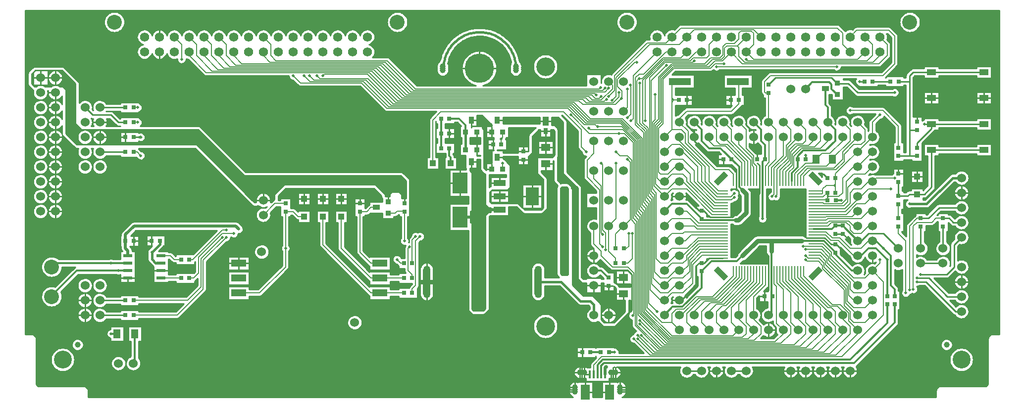
<source format=gtl>
%FSLAX24Y24*%
%MOIN*%
G70*
G01*
G75*
G04 Layer_Physical_Order=1*
G04 Layer_Color=255*
%ADD10C,0.0100*%
%ADD11C,0.0150*%
%ADD12R,0.0650X0.0098*%
%ADD13R,0.0098X0.0650*%
G04:AMPARAMS|DCode=14|XSize=39.4mil|YSize=98.4mil|CornerRadius=0mil|HoleSize=0mil|Usage=FLASHONLY|Rotation=225.000|XOffset=0mil|YOffset=0mil|HoleType=Round|Shape=Rectangle|*
%AMROTATEDRECTD14*
4,1,4,-0.0209,0.0487,0.0487,-0.0209,0.0209,-0.0487,-0.0487,0.0209,-0.0209,0.0487,0.0*
%
%ADD14ROTATEDRECTD14*%

G04:AMPARAMS|DCode=15|XSize=39.4mil|YSize=98.4mil|CornerRadius=0mil|HoleSize=0mil|Usage=FLASHONLY|Rotation=135.000|XOffset=0mil|YOffset=0mil|HoleType=Round|Shape=Rectangle|*
%AMROTATEDRECTD15*
4,1,4,0.0487,0.0209,-0.0209,-0.0487,-0.0487,-0.0209,0.0209,0.0487,0.0487,0.0209,0.0*
%
%ADD15ROTATEDRECTD15*%

%ADD16R,0.0300X0.0300*%
%ADD17R,0.0600X0.0500*%
%ADD18C,0.1969*%
%ADD19R,0.0300X0.0300*%
%ADD20R,0.0157X0.0532*%
%ADD21R,0.0591X0.0984*%
%ADD22R,0.1000X0.0500*%
%ADD23R,0.0300X0.0394*%
%ADD24R,0.1000X0.1400*%
%ADD25R,0.0360X0.0360*%
%ADD26R,0.0500X0.0360*%
%ADD27R,0.0800X0.0400*%
%ADD28R,0.0900X0.1200*%
%ADD29R,0.0591X0.0394*%
%ADD30R,0.0591X0.0394*%
%ADD31C,0.0394*%
%ADD32C,0.0315*%
%ADD33R,0.1500X0.0500*%
%ADD34R,0.0400X0.0400*%
%ADD35R,0.0360X0.0500*%
%ADD36R,0.0360X0.0360*%
%ADD37R,0.0400X0.0400*%
%ADD38R,0.0394X0.0630*%
%ADD39R,0.0472X0.0591*%
%ADD40R,0.0600X0.0200*%
%ADD41R,0.0500X0.0600*%
%ADD42C,0.0050*%
%ADD43C,0.0080*%
%ADD44C,0.0120*%
%ADD45C,0.0200*%
%ADD46C,0.0300*%
%ADD47C,0.0600*%
%ADD48C,0.1260*%
%ADD49C,0.0620*%
%ADD50C,0.0394*%
%ADD51C,0.0500*%
%ADD52O,0.0500X0.1969*%
%ADD53C,0.1200*%
%ADD54C,0.1000*%
%ADD55C,0.1250*%
%ADD56C,0.0200*%
%ADD57C,0.0250*%
D10*
X-6000Y22375D02*
X-6096Y22356D01*
X-6177Y22302D01*
X-6000Y22375D02*
X-6096Y22356D01*
X-6177Y22302D01*
X-5522Y25500D02*
X-5530Y25600D01*
X-5551Y25697D01*
X-5586Y25791D01*
X-5634Y25878D01*
X-5693Y25958D01*
X-5764Y26029D01*
X-5844Y26089D01*
X-5932Y26137D01*
X-6025Y26172D01*
X-6123Y26193D01*
X-6222Y26200D01*
X-6322Y26193D01*
X-6420Y26172D01*
X-6513Y26137D01*
X-6601Y26089D01*
X-6681Y26029D01*
X-6751Y25958D01*
X-6811Y25878D01*
X-6859Y25791D01*
X-6894Y25697D01*
X-6915Y25600D01*
X-6922Y25500D01*
X-6915Y25400D01*
X-6894Y25303D01*
X-6859Y25209D01*
X-6811Y25122D01*
X-6751Y25042D01*
X-6681Y24971D01*
X-6601Y24911D01*
X-6513Y24863D01*
X-6420Y24828D01*
X-6322Y24807D01*
X-6222Y24800D01*
X-6123Y24807D01*
X-6025Y24828D01*
X-5932Y24863D01*
X-5844Y24911D01*
X-5764Y24971D01*
X-5693Y25042D01*
X-5634Y25122D01*
X-5586Y25209D01*
X-5551Y25303D01*
X-5530Y25400D01*
X-5522Y25500D01*
X-7025Y24550D02*
X-7042Y24636D01*
X-7091Y24709D01*
X-7025Y24550D02*
X-7042Y24636D01*
X-7091Y24709D01*
X-6427Y22052D02*
X-6481Y21971D01*
X-6500Y21875D01*
X-6427Y22052D02*
X-6481Y21971D01*
X-6500Y21875D01*
X-7091Y22541D02*
X-7042Y22614D01*
X-7025Y22700D01*
X-7091Y22541D02*
X-7042Y22614D01*
X-7025Y22700D01*
X-7491Y25109D02*
X-7564Y25158D01*
X-7650Y25175D01*
X-7491Y25109D02*
X-7564Y25158D01*
X-7650Y25175D01*
X-7767Y24335D02*
X-7747Y24417D01*
X-7740Y24500D01*
X-7753Y24615D01*
X-7792Y24725D01*
X-7525Y24000D02*
X-7542Y24086D01*
X-7591Y24159D01*
X-7525Y24000D02*
X-7542Y24086D01*
X-7591Y24159D01*
X-7591Y23091D02*
X-7542Y23164D01*
X-7525Y23250D01*
X-7591Y23091D02*
X-7542Y23164D01*
X-7525Y23250D01*
X-9800Y25175D02*
X-9886Y25158D01*
X-9959Y25109D01*
X-9800Y25175D02*
X-9886Y25158D01*
X-9959Y25109D01*
X-10085Y24983D02*
X-10187Y25006D01*
X-10291Y25008D01*
X-10393Y24990D01*
X-10489Y24950D01*
X-10576Y24892D01*
X-8300Y22475D02*
X-8214Y22492D01*
X-8141Y22541D01*
X-8300Y22475D02*
X-8214Y22492D01*
X-8141Y22541D01*
X-6950Y20750D02*
X-6969Y20856D01*
X-7024Y20948D01*
X-7108Y21014D01*
X-7210Y21047D01*
X-7317Y21042D01*
X-7416Y21000D01*
Y20500D02*
X-7317Y20458D01*
X-7210Y20453D01*
X-7108Y20486D01*
X-7024Y20552D01*
X-6969Y20644D01*
X-6950Y20750D01*
X-9844Y21675D02*
X-9889Y21580D01*
X-9899Y21476D01*
X-9872Y21374D01*
X-9812Y21288D01*
X-9726Y21228D01*
X-9625Y21201D01*
X-10193Y21547D02*
X-10274Y21601D01*
X-10370Y21620D01*
X-10193Y21547D02*
X-10274Y21601D01*
X-10370Y21620D01*
X-9927Y20573D02*
X-9846Y20519D01*
X-9750Y20500D01*
X-9927Y20573D02*
X-9846Y20519D01*
X-9750Y20500D01*
X-5267Y18922D02*
X-5400Y18869D01*
X-4595Y18152D02*
X-4543Y18228D01*
X-4595Y18152D02*
X-4543Y18228D01*
X-2250Y15000D02*
X-2260Y15098D01*
X-2288Y15192D01*
X-2335Y15278D01*
X-2397Y15354D01*
X-2473Y15416D01*
X-2560Y15463D01*
X-2654Y15491D01*
X-2752Y15500D01*
X-2850Y15490D01*
X-2944Y15461D01*
X-3030Y15414D01*
X-3106Y15351D01*
X-3168Y15275D01*
Y14725D02*
X-3106Y14649D01*
X-3030Y14586D01*
X-2944Y14539D01*
X-2850Y14510D01*
X-2752Y14500D01*
X-2654Y14509D01*
X-2560Y14537D01*
X-2473Y14584D01*
X-2397Y14646D01*
X-2335Y14722D01*
X-2288Y14808D01*
X-2260Y14902D01*
X-2250Y15000D01*
X-3350Y15275D02*
X-3455Y15254D01*
X-3544Y15194D01*
X-3350Y15275D02*
X-3455Y15254D01*
X-3545Y15194D01*
X-4595Y14202D02*
X-4541Y14283D01*
X-4522Y14378D01*
X-4595Y14202D02*
X-4541Y14283D01*
X-4522Y14378D01*
X-5250Y13650D02*
X-5154Y13669D01*
X-5073Y13723D01*
X-5250Y13650D02*
X-5154Y13669D01*
X-5073Y13723D01*
X-6775Y18500D02*
X-6792Y18586D01*
X-6841Y18659D01*
X-7891Y19709D02*
X-7964Y19758D01*
X-8050Y19775D01*
X-7891Y19709D02*
X-7964Y19758D01*
X-8050Y19775D01*
X-8208Y18953D02*
X-8105Y18987D01*
X-8021Y19056D01*
X-7967Y19149D01*
X-6775Y18500D02*
X-6792Y18586D01*
X-6841Y18659D01*
X-8540Y19325D02*
X-8547Y19292D01*
X-9250Y18750D02*
X-9260Y18851D01*
X-9291Y18948D01*
X-9340Y19036D01*
X-9406Y19113D01*
X-9487Y19175D01*
X-9578Y19219D01*
X-9676Y19245D01*
X-9778Y19249D01*
X-9878Y19233D01*
X-9973Y19198D01*
X-10059Y19143D01*
X-10132Y19073D01*
X-10189Y18989D01*
X-10228Y18896D01*
X-10248Y18796D01*
X-10247Y18695D01*
X-10226Y18596D01*
X-10185Y18503D01*
X-10052Y19775D02*
X-10135Y19827D01*
X-10230Y19849D01*
X-10327Y19840D01*
X-10416Y19800D01*
X-10488Y19733D01*
X-10534Y19647D01*
X-10550Y19550D01*
X-10534Y19453D01*
X-10488Y19367D01*
X-10416Y19300D01*
X-10327Y19260D01*
X-10230Y19251D01*
X-10135Y19273D01*
X-10052Y19325D01*
X-10250Y18750D02*
X-10260Y18851D01*
X-10291Y18948D01*
X-10340Y19037D01*
X-10407Y19114D01*
X-10488Y19176D01*
X-10579Y19220D01*
X-10678Y19245D01*
X-10779Y19249D01*
X-10880Y19233D01*
X-10975Y19197D01*
X-11060Y19142D01*
X-11133Y19071D01*
X-11190Y18987D01*
X-11229Y18893D01*
X-11248Y18793D01*
X-11247Y18691D01*
X-11224Y18592D01*
X-8920Y18920D02*
X-8972Y18842D01*
X-8990Y18750D01*
X-8920Y18920D02*
X-8972Y18842D01*
X-8990Y18750D01*
X-9025Y18250D02*
X-9042Y18336D01*
X-9091Y18409D01*
X-8250Y17750D02*
X-8261Y17856D01*
X-8295Y17958D01*
X-8350Y18049D01*
X-8422Y18128D01*
X-8510Y18189D01*
X-8890Y17270D02*
X-8789Y17252D01*
X-8686Y17254D01*
X-8586Y17278D01*
X-8493Y17321D01*
X-8411Y17383D01*
X-8343Y17460D01*
X-8292Y17550D01*
X-8261Y17648D01*
X-8250Y17750D01*
X-8990Y18189D02*
X-9025Y18168D01*
Y18250D02*
X-9042Y18336D01*
X-9091Y18409D01*
X-9275Y18593D02*
X-9256Y18671D01*
X-9250Y18750D01*
X-10275Y18593D02*
X-10256Y18671D01*
X-10250Y18750D01*
X-6250Y14150D02*
X-6346Y14131D01*
X-6427Y14077D01*
X-6250Y14150D02*
X-6346Y14131D01*
X-6427Y14077D01*
X-8250Y16750D02*
X-8260Y16849D01*
X-8289Y16944D01*
X-8337Y17031D01*
X-8400Y17107D01*
X-8478Y17170D01*
X-8566Y17215D01*
X-8662Y17242D01*
X-8761Y17250D01*
X-8860Y17238D01*
X-8954Y17206D01*
X-8890Y16270D02*
X-8789Y16252D01*
X-8686Y16254D01*
X-8586Y16278D01*
X-8493Y16321D01*
X-8411Y16383D01*
X-8343Y16460D01*
X-8292Y16550D01*
X-8261Y16648D01*
X-8250Y16750D01*
Y15750D02*
X-8260Y15849D01*
X-8289Y15944D01*
X-8337Y16031D01*
X-8400Y16107D01*
X-8478Y16170D01*
X-8566Y16215D01*
X-8662Y16242D01*
X-8761Y16250D01*
X-8860Y16238D01*
X-8954Y16206D01*
X-7350Y15283D02*
X-7448Y15225D01*
X-8907Y15275D02*
X-8804Y15253D01*
X-8699Y15253D01*
X-8597Y15274D01*
X-8501Y15316D01*
X-8416Y15378D01*
X-8346Y15455D01*
X-8293Y15546D01*
X-8261Y15646D01*
X-8250Y15750D01*
X-8500Y15225D02*
X-8566Y15215D01*
X-8500Y15225D02*
X-8566Y15215D01*
X-8674Y15244D01*
X-8785Y15249D01*
X-8895Y15229D01*
X-8997Y15185D01*
X-10941Y25259D02*
X-11014Y25308D01*
X-11100Y25325D01*
X-10941Y25259D02*
X-11014Y25308D01*
X-11100Y25325D01*
X-11348Y22275D02*
X-11269Y22225D01*
X-11177Y22201D01*
X-11083Y22208D01*
X-10996Y22243D01*
X-10923Y22303D01*
X-10874Y22383D01*
X-10851Y22475D01*
X-19453Y22279D02*
X-19360Y22221D01*
X-19253Y22200D01*
X-19145Y22219D01*
X-19052Y22275D01*
X-19650Y22175D02*
X-19564Y22192D01*
X-19491Y22241D01*
X-19650Y22175D02*
X-19564Y22192D01*
X-19491Y22241D01*
X-15600Y22125D02*
X-15686Y22108D01*
X-15759Y22059D01*
X-15600Y22125D02*
X-15686Y22108D01*
X-15759Y22059D01*
X-16159Y21659D02*
X-16208Y21586D01*
X-16225Y21500D01*
X-16159Y21659D02*
X-16208Y21586D01*
X-16225Y21500D01*
Y20800D02*
X-16208Y20714D01*
X-16159Y20641D01*
X-16225Y20800D02*
X-16208Y20714D01*
X-16159Y20641D01*
X-21650Y25325D02*
X-21736Y25308D01*
X-21809Y25259D01*
X-21650Y25325D02*
X-21736Y25308D01*
X-21809Y25259D01*
X-22085Y24983D02*
X-22179Y25005D01*
X-22275Y25009D01*
X-22370Y24996D01*
X-22461Y24964D01*
X-22545Y24916D01*
X-22618Y24853D01*
X-22678Y24778D01*
X-22722Y24693D01*
X-22750Y24601D01*
X-22779Y24695D01*
X-22825Y24782D01*
X-22887Y24859D01*
X-22963Y24922D01*
X-23050Y24969D01*
X-23144Y24999D01*
X-23242Y25010D01*
X-23340Y25002D01*
X-23435Y24975D01*
X-23523Y24931D01*
X-23601Y24870D01*
X-23666Y24796D01*
X-23715Y24710D01*
X-23746Y24617D01*
X-23760Y24519D01*
X-23754Y24420D01*
X-23729Y24325D01*
X-23900D02*
X-23986Y24308D01*
X-24059Y24259D01*
X-23900Y24325D02*
X-23986Y24308D01*
X-24059Y24259D01*
X-24578Y25500D02*
X-24585Y25600D01*
X-24606Y25697D01*
X-24641Y25791D01*
X-24689Y25878D01*
X-24749Y25958D01*
X-24819Y26029D01*
X-24899Y26089D01*
X-24987Y26137D01*
X-25080Y26172D01*
X-25178Y26193D01*
X-25278Y26200D01*
X-25377Y26193D01*
X-25475Y26172D01*
X-25568Y26137D01*
X-25656Y26089D01*
X-25736Y26029D01*
X-25807Y25958D01*
X-25866Y25878D01*
X-25914Y25791D01*
X-25949Y25697D01*
X-25970Y25600D01*
X-25978Y25500D01*
X-25970Y25400D01*
X-25949Y25303D01*
X-25914Y25209D01*
X-25866Y25122D01*
X-25807Y25042D01*
X-25736Y24971D01*
X-25656Y24911D01*
X-25568Y24863D01*
X-25475Y24828D01*
X-25377Y24807D01*
X-25278Y24800D01*
X-25178Y24807D01*
X-25080Y24828D01*
X-24987Y24863D01*
X-24899Y24911D01*
X-24819Y24971D01*
X-24749Y25042D01*
X-24689Y25122D01*
X-24641Y25209D01*
X-24606Y25303D01*
X-24585Y25400D01*
X-24578Y25500D01*
X-32353Y22526D02*
X-32364Y22617D01*
X-32396Y22704D01*
X-32446Y22781D01*
X-32514Y22844D01*
X-32359Y22457D02*
X-32353Y22526D01*
X-32353Y22388D02*
X-32359Y22457D01*
Y22319D02*
X-32353Y22388D01*
X-32353Y22250D02*
X-32359Y22319D01*
X-26259Y22059D02*
X-26315Y21965D01*
X-26259Y22059D02*
X-26315Y21965D01*
X-26409Y21992D01*
X-26506Y22000D01*
X-26603Y21989D01*
X-26695Y21960D01*
X-26781Y21914D01*
X-26856Y21851D01*
X-26917Y21776D01*
X-26962Y21690D01*
X-26991Y21597D01*
X-27000Y21500D01*
X-26989Y21394D01*
X-29925Y22501D02*
X-29931Y22601D01*
X-29949Y22699D01*
X-29979Y22795D01*
X-30020Y22887D01*
X-30072Y22972D01*
X-30134Y23051D01*
X-30205Y23122D01*
X-30284Y23184D01*
X-30369Y23236D01*
X-30461Y23277D01*
X-30556Y23307D01*
X-30655Y23325D01*
X-30755Y23331D01*
X-30855Y23325D01*
X-30954Y23307D01*
X-31049Y23277D01*
X-31141Y23236D01*
X-31226Y23184D01*
X-31305Y23122D01*
X-31376Y23051D01*
X-31438Y22972D01*
X-31490Y22887D01*
X-31531Y22795D01*
X-31561Y22699D01*
X-31579Y22601D01*
X-31585Y22501D01*
X-31579Y22401D01*
X-31561Y22302D01*
X-31531Y22207D01*
X-31490Y22115D01*
X-31438Y22029D01*
X-31376Y21951D01*
X-31305Y21880D01*
X-31226Y21818D01*
X-31141Y21766D01*
X-31049Y21725D01*
X-30954Y21695D01*
X-30855Y21677D01*
X-30755Y21671D01*
X-30655Y21677D01*
X-30556Y21695D01*
X-30461Y21725D01*
X-30369Y21766D01*
X-30284Y21818D01*
X-30205Y21880D01*
X-30134Y21951D01*
X-30072Y22029D01*
X-30020Y22115D01*
X-29979Y22207D01*
X-29949Y22302D01*
X-29931Y22401D01*
X-29925Y22501D01*
Y22501D02*
X-29931Y22601D01*
X-29949Y22699D01*
X-29979Y22795D01*
X-30020Y22887D01*
X-30072Y22972D01*
X-30134Y23051D01*
X-30205Y23122D01*
X-30284Y23184D01*
X-30369Y23236D01*
X-30461Y23277D01*
X-30556Y23307D01*
X-30655Y23325D01*
X-30755Y23331D01*
X-30855Y23325D01*
X-30954Y23307D01*
X-31049Y23277D01*
X-31141Y23236D01*
X-31226Y23184D01*
X-31305Y23122D01*
X-31376Y23051D01*
X-31438Y22972D01*
X-31490Y22887D01*
X-31531Y22795D01*
X-31561Y22699D01*
X-31579Y22601D01*
X-31585Y22501D01*
X-31579Y22401D01*
X-31561Y22302D01*
X-31531Y22207D01*
X-31490Y22115D01*
X-31438Y22029D01*
X-31376Y21951D01*
X-31305Y21880D01*
X-31226Y21818D01*
X-31141Y21766D01*
X-31049Y21725D01*
X-30954Y21695D01*
X-30855Y21677D01*
X-30755Y21671D01*
X-30655Y21677D01*
X-30556Y21695D01*
X-30461Y21725D01*
X-30369Y21766D01*
X-30284Y21818D01*
X-30205Y21880D01*
X-30134Y21951D01*
X-30072Y22029D01*
X-30020Y22115D01*
X-29979Y22207D01*
X-29949Y22302D01*
X-29931Y22401D01*
X-29925Y22501D01*
X-11490Y19750D02*
X-11510Y19849D01*
X-11566Y19934D01*
X-11490Y19750D02*
X-11510Y19849D01*
X-11566Y19934D01*
X-11250Y18750D02*
X-11260Y18852D01*
X-11291Y18949D01*
X-11341Y19038D01*
X-11409Y19115D01*
X-11490Y19177D01*
X-15975Y19197D02*
X-16061Y19142D01*
X-16133Y19071D01*
X-16190Y18987D01*
X-16229Y18893D01*
X-16248Y18793D01*
X-16247Y18691D01*
X-16224Y18592D01*
X-11264Y18632D02*
X-11250Y18750D01*
X-16264Y18632D02*
X-16250Y18750D01*
X-16260Y18851D01*
X-16291Y18948D01*
X-16340Y19036D01*
X-16406Y19113D01*
X-16487Y19175D01*
X-16578Y19219D01*
X-16676Y19245D01*
X-16778Y19249D01*
X-16878Y19233D01*
X-16973Y19198D01*
X-17059Y19143D01*
X-17132Y19073D01*
X-17189Y18989D01*
X-17228Y18896D01*
X-17248Y18796D01*
X-17247Y18695D01*
X-17226Y18596D01*
X-17185Y18503D01*
X-17048Y18348D02*
X-16953Y18293D01*
X-16849Y18260D01*
X-16740Y18250D01*
X-16632Y18264D01*
X-16592Y18224D02*
X-16680Y18245D01*
X-16770Y18250D01*
X-16860Y18238D01*
X-16945Y18210D01*
X-17025Y18168D01*
Y18250D02*
X-17048Y18348D01*
X-17025Y18250D02*
X-17048Y18348D01*
X-16458Y17344D02*
X-16434Y17316D01*
X-16458Y17344D02*
X-16434Y17316D01*
X-16551Y16605D02*
X-16591Y16659D01*
X-16551Y16605D02*
X-16591Y16659D01*
X-17025Y17332D02*
X-16936Y17286D01*
X-16840Y17258D01*
X-16740Y17250D01*
X-16640Y17262D01*
X-16545Y17294D01*
X-16458Y17344D01*
X-17580Y19830D02*
X-17532Y19900D01*
X-17580Y19830D02*
X-17532Y19900D01*
X-18250Y19260D02*
X-18158Y19278D01*
X-18080Y19330D01*
X-17250Y18750D02*
X-17260Y18851D01*
X-17291Y18948D01*
X-17340Y19036D01*
X-17406Y19113D01*
X-17487Y19175D01*
X-17578Y19219D01*
X-17676Y19245D01*
X-17778Y19249D01*
X-17878Y19233D01*
X-17973Y19198D01*
X-18059Y19143D01*
X-18132Y19073D01*
X-18189Y18989D01*
X-18228Y18896D01*
X-18248Y18796D01*
X-18247Y18695D01*
X-18226Y18596D01*
X-18185Y18503D01*
X-18250Y19260D02*
X-18158Y19278D01*
X-18080Y19330D01*
X-18250Y18750D02*
X-18260Y18851D01*
X-18291Y18948D01*
X-18340Y19036D01*
X-18406Y19113D01*
X-18487Y19175D01*
X-18578Y19219D01*
X-18676Y19245D01*
X-18778Y19249D01*
X-18878Y19233D01*
X-18973Y19198D01*
X-19059Y19143D01*
X-19132Y19073D01*
X-19189Y18989D01*
X-19228Y18896D01*
X-19248Y18796D01*
X-19247Y18695D01*
X-19226Y18596D01*
X-19185Y18503D01*
X-17275Y18593D02*
X-17256Y18671D01*
X-17250Y18750D01*
X-18275Y18593D02*
X-18256Y18671D01*
X-18250Y18750D01*
X-19275Y18593D02*
X-19256Y18671D01*
X-19250Y18750D01*
X-14950Y13758D02*
X-14934Y13841D01*
X-14950Y13758D02*
X-14934Y13841D01*
X-18253Y15709D02*
X-18326Y15758D01*
X-18412Y15775D01*
X-18253Y15709D02*
X-18326Y15758D01*
X-18412Y15775D01*
X-16900Y13931D02*
X-16912Y14022D01*
X-16947Y14107D01*
X-17003Y14179D01*
X-16900Y13931D02*
X-16912Y14022D01*
X-16947Y14107D01*
X-17003Y14179D01*
X-17942Y14267D02*
X-17902Y14216D01*
X-17942Y14267D02*
X-17902Y14216D01*
X-17890Y14204D02*
X-17984Y14243D01*
X-18086Y14248D01*
X-18184Y14218D01*
X-18267Y14158D01*
X-17777Y13825D02*
X-17750Y13937D01*
X-17750Y13700D02*
X-17777Y13825D01*
X-19250Y18750D02*
X-19260Y18851D01*
X-19291Y18948D01*
X-19340Y19037D01*
X-19407Y19114D01*
X-19488Y19176D01*
X-19579Y19220D01*
X-19678Y19245D01*
X-19779Y19249D01*
X-19880Y19233D01*
X-19975Y19197D01*
X-20060Y19142D01*
X-20133Y19071D01*
X-20190Y18987D01*
X-20229Y18893D01*
X-20248Y18793D01*
X-20247Y18691D01*
X-20224Y18592D01*
X-20250Y18750D02*
X-20260Y18851D01*
X-20291Y18948D01*
X-20340Y19036D01*
X-20406Y19113D01*
X-20487Y19175D01*
X-20578Y19219D01*
X-20676Y19245D01*
X-20778Y19249D01*
X-20878Y19233D01*
X-20973Y19198D01*
X-21059Y19143D01*
X-21132Y19073D01*
X-21189Y18989D01*
X-21228Y18896D01*
X-21248Y18796D01*
X-21247Y18695D01*
X-21226Y18596D01*
X-21185Y18503D01*
X-21250Y19740D02*
X-21342Y19722D01*
X-21420Y19670D01*
X-21250Y19740D02*
X-21342Y19722D01*
X-21420Y19670D01*
X-20264Y18632D02*
X-20250Y18750D01*
X-20458Y17344D02*
X-20434Y17316D01*
X-20458Y17344D02*
X-20434Y17316D01*
X-20997Y18315D02*
X-20911Y18277D01*
X-20819Y18255D01*
X-20725Y18251D01*
X-20632Y18264D01*
X-21250Y18750D02*
X-21262Y18859D01*
X-21297Y18963D01*
X-21355Y19056D01*
X-20592Y18224D02*
X-20706Y18248D01*
X-20822Y18245D01*
X-20935Y18215D01*
X-20686Y17254D02*
X-20566Y17285D01*
X-20458Y17344D01*
X-20935Y18215D02*
X-20991Y18309D01*
X-20935Y18215D02*
X-20991Y18309D01*
X-21275Y18593D02*
X-21256Y18671D01*
X-21250Y18750D01*
X-21849Y19240D02*
X-21932Y19216D01*
X-22010Y19177D01*
X-29310Y18760D02*
X-29329Y18856D01*
X-29383Y18937D01*
X-29310Y18760D02*
X-29329Y18856D01*
X-29383Y18937D01*
X-28575Y17100D02*
X-28558Y17014D01*
X-28509Y16941D01*
X-28575Y17100D02*
X-28558Y17014D01*
X-28509Y16941D01*
X-31827Y17977D02*
X-31881Y17896D01*
X-31900Y17800D01*
X-31827Y17977D02*
X-31881Y17896D01*
X-31900Y17800D01*
X-19934Y16816D02*
X-19849Y16760D01*
X-19750Y16740D01*
X-19934Y16816D02*
X-19849Y16760D01*
X-19750Y16740D01*
X-28299Y16731D02*
X-28273Y16626D01*
X-28212Y16537D01*
X-28123Y16476D01*
X-28018Y16451D01*
X-28109Y16359D02*
X-28158Y16286D01*
X-28175Y16200D01*
X-28109Y16359D02*
X-28158Y16286D01*
X-28175Y16200D01*
X-21250Y13750D02*
X-21257Y13836D01*
X-21279Y13919D01*
X-21315Y13997D01*
X-22250Y13750D02*
X-22256Y13829D01*
X-22275Y13907D01*
X-28175Y15050D02*
X-28158Y14964D01*
X-28109Y14891D01*
X-28175Y15050D02*
X-28158Y14964D01*
X-28109Y14891D01*
X-30250Y16155D02*
X-30200Y16171D01*
X-30250Y16155D02*
X-30200Y16171D01*
Y14850D02*
X-30181Y14754D01*
X-30127Y14673D01*
X-30200Y14850D02*
X-30181Y14754D01*
X-30127Y14673D01*
X-28325Y14315D02*
X-28344Y14411D01*
X-28398Y14492D01*
X-28325Y14315D02*
X-28344Y14411D01*
X-28398Y14492D01*
X-29929Y14475D02*
X-29981Y14395D01*
X-30000Y14300D01*
X-29929Y14475D02*
X-29981Y14395D01*
X-30000Y14300D01*
X-30650Y14900D02*
X-30669Y14996D01*
X-30723Y15077D01*
X-30650Y14900D02*
X-30669Y14996D01*
X-30723Y15077D01*
X-2250Y14000D02*
X-2260Y14101D01*
X-2291Y14197D01*
X-2340Y14286D01*
X-2406Y14362D01*
X-2486Y14424D01*
X-2576Y14469D01*
X-2674Y14494D01*
X-2775Y14499D01*
X-2875Y14484D01*
X-2970Y14449D01*
X-3056Y14395D01*
X-3129Y14326D01*
X-3187Y14243D01*
X-3227Y14150D01*
X-3247Y14051D01*
Y13949D01*
X-3227Y13850D01*
X-3187Y13757D01*
X-3129Y13674D01*
X-3056Y13605D01*
X-2970Y13551D01*
X-2875Y13516D01*
X-2775Y13501D01*
X-2674Y13506D01*
X-2576Y13531D01*
X-2486Y13576D01*
X-2406Y13638D01*
X-2340Y13714D01*
X-2291Y13803D01*
X-2260Y13899D01*
X-2250Y14000D01*
Y13000D02*
X-2260Y13100D01*
X-2290Y13196D01*
X-2339Y13284D01*
X-2404Y13361D01*
X-2483Y13423D01*
X-2573Y13468D01*
X-2670Y13494D01*
X-2770Y13500D01*
X-2870Y13485D01*
X-2964Y13452D01*
X-3050Y13400D01*
X-3124Y13332D01*
X-3183Y13250D01*
Y12750D02*
X-3124Y12668D01*
X-3050Y12600D01*
X-2964Y12548D01*
X-2870Y12515D01*
X-2770Y12500D01*
X-2670Y12506D01*
X-2573Y12532D01*
X-2483Y12577D01*
X-2404Y12639D01*
X-2339Y12716D01*
X-2290Y12804D01*
X-2260Y12900D01*
X-2250Y13000D01*
Y12000D02*
X-2260Y12100D01*
X-2290Y12196D01*
X-2339Y12284D01*
X-2404Y12361D01*
X-2483Y12423D01*
X-2573Y12468D01*
X-2670Y12494D01*
X-2770Y12500D01*
X-2870Y12485D01*
X-2964Y12452D01*
X-3050Y12400D01*
X-3124Y12332D01*
X-3183Y12250D01*
Y11750D02*
X-3124Y11668D01*
X-3050Y11600D01*
X-2964Y11548D01*
X-2870Y11515D01*
X-2770Y11500D01*
X-2670Y11506D01*
X-2573Y11532D01*
X-2483Y11577D01*
X-2404Y11639D01*
X-2339Y11716D01*
X-2290Y11804D01*
X-2260Y11900D01*
X-2250Y12000D01*
X-3477Y11823D02*
X-3396Y11769D01*
X-3300Y11750D01*
X-3477Y11823D02*
X-3396Y11769D01*
X-3300Y11750D01*
X-4250Y13250D02*
X-4346Y13231D01*
X-4427Y13177D01*
X-4250Y13250D02*
X-4346Y13231D01*
X-4427Y13177D01*
X-5100Y12975D02*
X-4995Y12996D01*
X-4905Y13056D01*
X-5100Y12975D02*
X-4995Y12996D01*
X-4906Y13056D01*
X-3398Y12452D02*
X-3479Y12506D01*
X-3575Y12525D01*
X-3398Y12452D02*
X-3479Y12506D01*
X-3575Y12525D01*
X-4750Y11775D02*
X-4664Y11792D01*
X-4591Y11841D01*
X-4750Y11775D02*
X-4664Y11792D01*
X-4591Y11841D01*
X-2250Y11000D02*
X-2260Y11099D01*
X-2290Y11195D01*
X-2338Y11283D01*
X-2402Y11359D01*
X-2480Y11421D01*
X-2569Y11466D01*
X-2666Y11493D01*
X-2765Y11500D01*
X-2864Y11487D01*
X-2959Y11454D01*
X-3045Y11404D01*
X-3119Y11337D01*
X-3179Y11257D01*
X-3222Y11166D01*
X-3245Y11069D01*
X-3249Y10969D01*
X-3233Y10871D01*
X-2879Y10517D02*
X-2779Y10501D01*
X-2678Y10505D01*
X-2579Y10530D01*
X-2488Y10574D01*
X-2407Y10636D01*
X-2340Y10713D01*
X-2291Y10802D01*
X-2260Y10899D01*
X-2250Y11000D01*
Y9000D02*
X-2261Y9104D01*
X-2293Y9203D01*
X-2345Y9294D01*
X-2415Y9372D01*
X-2500Y9433D01*
X-2595Y9476D01*
X-2698Y9497D01*
X-2802D01*
X-2905Y9476D01*
X-3000Y9433D01*
X-3427Y10677D02*
X-3481Y10596D01*
X-3500Y10500D01*
X-3427Y10677D02*
X-3481Y10596D01*
X-3500Y10500D01*
Y10250D02*
X-3511Y10354D01*
X-3543Y10453D01*
X-3595Y10544D01*
X-3665Y10622D01*
X-3750Y10683D01*
X-4250D02*
X-4331Y10625D01*
X-4399Y10552D01*
X-4450Y10467D01*
X-4485Y10373D01*
X-4499Y10275D01*
X-4494Y10175D01*
X-4470Y10079D01*
X-4427Y9989D01*
X-4367Y9910D01*
X-4292Y9844D01*
X-4206Y9794D01*
X-4111Y9763D01*
X-4012Y9750D01*
X-3913Y9758D01*
X-3817Y9785D01*
X-3729Y9830D01*
X-3651Y9892D01*
X-3587Y9968D01*
X-3539Y10056D01*
X-3510Y10151D01*
X-3500Y10250D01*
X-3534Y9070D02*
X-3508Y9158D01*
X-3500Y9250D01*
X-3510Y9350D01*
X-3540Y9446D01*
X-3589Y9534D01*
X-3654Y9611D01*
X-3733Y9673D01*
X-3823Y9718D01*
X-3920Y9744D01*
X-4020Y9750D01*
X-4120Y9735D01*
X-4214Y9702D01*
X-4300Y9650D01*
X-4374Y9582D01*
X-4433Y9500D01*
X-6370Y13525D02*
X-6457Y13467D01*
X-6519Y13384D01*
X-6548Y13284D01*
X-6542Y13180D01*
X-6500Y13084D01*
X-6428Y13009D01*
X-6335Y12962D01*
X-6231Y12951D01*
X-6130Y12975D01*
X-5850Y12462D02*
X-5884Y12434D01*
X-5850Y12462D02*
X-5884Y12434D01*
X-6409Y11909D02*
X-6458Y11836D01*
X-6475Y11750D01*
X-6409Y11909D02*
X-6458Y11836D01*
X-6475Y11750D01*
X-15375Y13477D02*
X-15279Y13451D01*
X-15180Y13458D01*
X-15088Y13498D01*
X-15014Y13564D01*
X-14967Y13652D01*
X-14950Y13750D01*
X-15581Y14039D02*
X-15670Y13997D01*
X-15741Y13928D01*
X-15786Y13841D01*
X-15800Y13743D01*
X-15782Y13647D01*
X-15733Y13561D01*
X-15659Y13496D01*
X-15568Y13458D01*
X-15470Y13451D01*
X-15375Y13477D01*
X-15850Y12250D02*
X-15884Y12388D01*
X-16404Y12410D02*
X-16442Y12317D01*
X-16448Y12217D01*
X-16420Y12120D01*
X-16362Y12038D01*
X-16280Y11980D01*
X-16184Y11952D01*
X-16083Y11957D01*
X-15991Y11996D01*
X-15916Y12063D01*
X-15867Y12151D01*
X-15850Y12250D01*
X-5000Y10250D02*
X-5011Y10354D01*
X-5043Y10453D01*
X-5095Y10544D01*
X-5165Y10622D01*
X-5250Y10683D01*
X-5775Y9832D02*
X-5689Y9787D01*
X-5595Y9759D01*
X-5498Y9750D01*
X-5400Y9760D01*
X-5307Y9789D01*
X-5221Y9835D01*
X-5146Y9897D01*
X-5084Y9973D01*
X-5038Y10059D01*
X-5010Y10153D01*
X-5000Y10250D01*
X-5067Y9500D02*
X-5127Y9582D01*
X-5201Y9651D01*
X-5289Y9703D01*
X-5385Y9737D01*
X-5486Y9750D01*
X-5587Y9742D01*
X-5685Y9715D01*
X-5775Y9668D01*
X-10231Y10888D02*
X-10248Y10790D01*
X-10246Y10691D01*
X-10225Y10594D01*
X-10185Y10503D01*
X-9239Y9644D02*
X-9206Y9545D01*
X-9154Y9455D01*
X-9084Y9378D01*
X-9000Y9317D01*
X-8905Y9275D01*
X-8804Y9253D01*
X-8700Y9253D01*
X-8598Y9274D01*
X-8503Y9315D01*
X-8593Y9225D02*
X-8691Y9247D01*
X-8791Y9248D01*
X-8890Y9230D01*
X-8983Y9193D01*
X-9066Y9137D01*
X-9137Y9066D01*
X-9193Y8983D01*
X-9230Y8890D01*
X-9248Y8791D01*
X-9247Y8691D01*
X-9225Y8593D01*
X-10245Y9676D02*
X-10221Y9582D01*
X-10180Y9495D01*
X-10123Y9417D01*
X-10051Y9351D01*
X-9969Y9300D01*
X-9878Y9267D01*
X-9782Y9251D01*
X-9685Y9254D01*
X-9591Y9276D01*
X-9503Y9315D01*
X-9423Y9371D01*
X-9357Y9441D01*
X-9304Y9523D01*
X-9269Y9613D01*
X-9250Y8750D02*
X-9260Y8849D01*
X-9290Y8945D01*
X-9337Y9033D01*
X-9402Y9109D01*
X-9480Y9171D01*
X-9569Y9216D01*
X-9666Y9243D01*
X-9765Y9250D01*
X-9864Y9237D01*
X-9959Y9204D01*
X-10045Y9154D01*
X-10119Y9087D01*
X-13266Y11026D02*
X-13336Y11075D01*
X-13415Y11105D01*
X-13500Y11116D01*
X-15903Y10050D02*
X-15893Y9965D01*
X-15862Y9886D01*
X-15813Y9816D01*
X-3169Y8727D02*
X-3108Y8650D01*
X-3032Y8587D01*
X-2946Y8540D01*
X-2852Y8510D01*
X-2754Y8500D01*
X-2656Y8509D01*
X-2561Y8537D01*
X-2474Y8583D01*
X-2398Y8645D01*
X-2335Y8721D01*
X-2288Y8808D01*
X-2260Y8902D01*
X-2250Y9000D01*
Y8000D02*
X-2260Y8101D01*
X-2291Y8197D01*
X-2340Y8286D01*
X-2406Y8362D01*
X-2486Y8424D01*
X-2576Y8469D01*
X-2674Y8494D01*
X-2775Y8499D01*
X-2875Y8484D01*
X-2970Y8449D01*
X-3056Y8395D01*
X-3129Y8326D01*
X-3187Y8243D01*
X-3227Y8150D01*
X-3247Y8051D01*
Y7949D01*
X-3227Y7850D01*
X-3187Y7757D01*
X-3129Y7674D01*
X-3056Y7605D01*
X-2970Y7551D01*
X-2875Y7516D01*
X-2775Y7501D01*
X-2674Y7506D01*
X-2576Y7531D01*
X-2486Y7576D01*
X-2406Y7638D01*
X-2340Y7714D01*
X-2291Y7803D01*
X-2260Y7899D01*
X-2250Y8000D01*
Y7000D02*
X-2260Y7100D01*
X-2290Y7196D01*
X-2339Y7284D01*
X-2404Y7361D01*
X-2483Y7423D01*
X-2573Y7468D01*
X-2670Y7494D01*
X-2770Y7500D01*
X-2870Y7485D01*
X-2964Y7452D01*
X-3050Y7400D01*
X-3124Y7332D01*
X-3183Y7250D01*
Y6750D02*
X-3124Y6668D01*
X-3050Y6600D01*
X-2964Y6548D01*
X-2870Y6515D01*
X-2770Y6500D01*
X-2670Y6506D01*
X-2573Y6532D01*
X-2483Y6577D01*
X-2404Y6639D01*
X-2339Y6716D01*
X-2290Y6804D01*
X-2260Y6900D01*
X-2250Y7000D01*
X-3750Y8250D02*
X-3654Y8269D01*
X-3573Y8323D01*
X-3750Y8250D02*
X-3654Y8269D01*
X-3573Y8323D01*
X-5775Y7701D02*
X-5675Y7709D01*
X-5584Y7750D01*
X-5700Y7500D02*
X-5719Y7606D01*
X-5775Y7698D01*
X-6072Y7209D02*
X-5964Y7202D01*
X-5861Y7234D01*
X-5775Y7301D01*
X-5719Y7394D01*
X-5700Y7500D01*
X-6216Y7152D02*
X-6140Y7171D01*
X-6072Y7209D01*
X-6725Y7448D02*
X-6776Y7367D01*
X-6799Y7274D01*
X-6791Y7179D01*
X-6754Y7090D01*
X-6691Y7018D01*
X-6608Y6970D01*
X-6514Y6950D01*
X-6419Y6961D01*
X-6332Y7002D01*
X-6262Y7067D01*
X-6216Y7152D01*
X-650Y4470D02*
X-734Y4453D01*
X-806Y4406D01*
X-650Y4470D02*
X-734Y4453D01*
X-806Y4405D01*
X-905Y4306D02*
X-953Y4234D01*
X-970Y4150D01*
X-906Y4306D02*
X-953Y4234D01*
X-970Y4150D01*
X-2250Y6000D02*
X-2260Y6100D01*
X-2290Y6196D01*
X-2339Y6285D01*
X-2404Y6361D01*
X-2484Y6423D01*
X-2574Y6468D01*
X-2671Y6494D01*
X-2772Y6500D01*
X-2872Y6485D01*
X-2966Y6451D01*
X-3052Y6398D01*
X-3126Y6330D01*
X-3184Y5752D02*
X-3126Y5670D01*
X-3052Y5602D01*
X-2966Y5549D01*
X-2871Y5515D01*
X-2772Y5500D01*
X-2671Y5506D01*
X-2574Y5532D01*
X-2484Y5577D01*
X-2404Y5639D01*
X-2339Y5715D01*
X-2290Y5804D01*
X-2260Y5900D01*
X-2250Y6000D01*
X-1950Y2750D02*
X-1956Y2850D01*
X-1975Y2949D01*
X-2006Y3045D01*
X-2049Y3135D01*
X-2103Y3220D01*
X-2167Y3298D01*
X-2240Y3366D01*
X-2321Y3425D01*
X-2409Y3474D01*
X-2503Y3511D01*
X-2600Y3536D01*
X-2700Y3548D01*
X-2800D01*
X-2900Y3536D01*
X-2997Y3511D01*
X-3091Y3474D01*
X-3179Y3425D01*
X-3260Y3366D01*
X-3333Y3298D01*
X-3397Y3220D01*
X-3451Y3135D01*
X-3494Y3045D01*
X-3525Y2949D01*
X-3544Y2850D01*
X-3550Y2750D01*
X-3544Y2650D01*
X-3525Y2551D01*
X-3494Y2456D01*
X-3451Y2365D01*
X-3397Y2280D01*
X-3333Y2202D01*
X-3260Y2134D01*
X-3179Y2075D01*
X-3091Y2026D01*
X-2997Y1989D01*
X-2900Y1964D01*
X-2800Y1952D01*
X-2700D01*
X-2600Y1964D01*
X-2503Y1989D01*
X-2409Y2026D01*
X-2321Y2075D01*
X-2240Y2134D01*
X-2167Y2202D01*
X-2103Y2280D01*
X-2049Y2365D01*
X-2006Y2456D01*
X-1975Y2551D01*
X-1956Y2650D01*
X-1950Y2750D01*
X-3327Y5823D02*
X-3261Y5776D01*
X-3184Y5752D01*
X-3327Y5823D02*
X-3261Y5776D01*
X-3184Y5752D01*
X-3353Y3750D02*
X-3366Y3849D01*
X-3402Y3941D01*
X-3461Y4022D01*
X-3537Y4085D01*
X-3627Y4127D01*
X-3725Y4146D01*
X-3824Y4140D01*
X-3919Y4109D01*
X-4003Y4056D01*
X-4071Y3983D01*
X-4119Y3896D01*
X-4144Y3800D01*
Y3700D01*
X-4119Y3604D01*
X-4071Y3517D01*
X-4003Y3444D01*
X-3919Y3391D01*
X-3824Y3360D01*
X-3725Y3354D01*
X-3627Y3373D01*
X-3537Y3415D01*
X-3461Y3478D01*
X-3402Y3559D01*
X-3366Y3651D01*
X-3353Y3750D01*
X-4150Y970D02*
X-4234Y953D01*
X-4306Y906D01*
X-4150Y970D02*
X-4234Y953D01*
X-4306Y905D01*
X-4405Y806D02*
X-4453Y734D01*
X-4470Y650D01*
X-4406Y806D02*
X-4453Y734D01*
X-4470Y650D01*
X-7240Y8811D02*
X-7140Y8770D01*
X-7034Y8751D01*
X-6926Y8756D01*
X-6821Y8783D01*
X-6725Y8832D01*
X-6990Y7500D02*
X-7010Y7599D01*
X-7066Y7684D01*
X-6990Y7500D02*
X-7010Y7599D01*
X-7066Y7684D01*
Y5066D02*
X-7010Y5150D01*
X-6990Y5250D01*
X-7066Y5066D02*
X-7010Y5150D01*
X-6990Y5250D01*
X-9315Y8503D02*
X-9279Y8581D01*
X-9257Y8664D01*
X-9250Y8750D01*
X-9850Y2300D02*
X-9786Y2346D01*
X-9850Y2300D02*
X-9786Y2346D01*
X-9750Y2000D02*
X-9761Y2106D01*
X-9795Y2208D01*
X-9850Y2300D01*
X-10750Y2000D02*
X-10759Y2095D01*
X-10786Y2186D01*
X-10829Y2270D01*
X-15425Y5200D02*
X-15408Y5115D01*
X-15425Y5200D02*
X-15408Y5115D01*
X-15250Y4750D02*
X-15257Y4836D01*
X-15279Y4919D01*
X-15315Y4997D01*
X-15225Y4907D02*
X-15247Y4808D01*
X-15248Y4708D01*
X-15230Y4609D01*
X-15192Y4516D01*
X-15136Y4432D01*
X-15408Y5115D02*
X-15490Y5177D01*
X-15584Y5222D01*
X-15684Y5246D01*
X-15787Y5249D01*
X-15888Y5230D01*
X-15984Y5192D01*
X-16070Y5135D01*
X-15813Y6246D02*
X-15908Y6224D01*
X-15998Y6184D01*
X-16078Y6128D01*
X-16145Y6057D01*
X-16197Y5974D01*
X-16232Y5883D01*
X-16249Y5786D01*
X-16246Y5689D01*
X-16225Y5593D01*
X-16185Y5504D01*
X-16129Y5424D01*
X-16058Y5356D01*
X-15976Y5304D01*
X-15884Y5268D01*
X-15788Y5251D01*
X-15690Y5254D01*
X-15595Y5275D01*
X-15505Y5314D01*
X-15425Y5370D01*
X-16070Y4365D02*
X-15984Y4308D01*
X-15889Y4270D01*
X-15788Y4251D01*
X-15685Y4254D01*
X-15585Y4278D01*
X-15492Y4322D01*
X-15410Y4383D01*
X-15342Y4460D01*
X-15292Y4550D01*
X-15261Y4648D01*
X-15250Y4750D01*
X-11750Y2000D02*
X-11759Y2095D01*
X-11786Y2186D01*
X-11829Y2270D01*
X-12750Y2000D02*
X-12759Y2095D01*
X-12786Y2186D01*
X-12829Y2270D01*
X-10671D02*
X-10715Y2183D01*
X-10742Y2089D01*
X-10750Y1992D01*
X-10739Y1895D01*
X-10709Y1802D01*
X-10662Y1717D01*
X-10599Y1642D01*
X-10523Y1581D01*
X-10437Y1536D01*
X-10343Y1509D01*
X-10246Y1500D01*
X-10149Y1510D01*
X-10056Y1539D01*
X-9970Y1586D01*
X-9895Y1648D01*
X-9833Y1723D01*
X-9788Y1810D01*
X-9760Y1903D01*
X-9750Y2000D01*
X-11671Y2270D02*
X-11715Y2183D01*
X-11742Y2089D01*
X-11750Y1992D01*
X-11739Y1895D01*
X-11709Y1802D01*
X-11662Y1717D01*
X-11599Y1642D01*
X-11523Y1581D01*
X-11437Y1536D01*
X-11343Y1509D01*
X-11246Y1500D01*
X-11149Y1510D01*
X-11056Y1539D01*
X-10970Y1586D01*
X-10895Y1648D01*
X-10833Y1723D01*
X-10788Y1810D01*
X-10760Y1903D01*
X-10750Y2000D01*
X-13750D02*
X-13759Y2095D01*
X-13786Y2186D01*
X-13829Y2270D01*
X-12671D02*
X-12715Y2183D01*
X-12742Y2089D01*
X-12750Y1992D01*
X-12739Y1895D01*
X-12709Y1802D01*
X-12662Y1717D01*
X-12599Y1642D01*
X-12523Y1581D01*
X-12437Y1536D01*
X-12343Y1509D01*
X-12246Y1500D01*
X-12149Y1510D01*
X-12056Y1539D01*
X-11970Y1586D01*
X-11895Y1648D01*
X-11833Y1723D01*
X-11788Y1810D01*
X-11760Y1903D01*
X-11750Y2000D01*
X-13671Y2270D02*
X-13715Y2183D01*
X-13742Y2089D01*
X-13750Y1992D01*
X-13739Y1895D01*
X-13709Y1802D01*
X-13662Y1717D01*
X-13599Y1642D01*
X-13523Y1581D01*
X-13437Y1536D01*
X-13343Y1509D01*
X-13246Y1500D01*
X-13149Y1510D01*
X-13056Y1539D01*
X-12970Y1586D01*
X-12895Y1648D01*
X-12833Y1723D01*
X-12788Y1810D01*
X-12760Y1903D01*
X-12750Y2000D01*
X-14671Y2270D02*
X-14715Y2183D01*
X-14742Y2089D01*
X-14750Y1992D01*
X-14739Y1895D01*
X-14709Y1802D01*
X-14662Y1717D01*
X-14599Y1642D01*
X-14523Y1581D01*
X-14437Y1536D01*
X-14343Y1509D01*
X-14246Y1500D01*
X-14149Y1510D01*
X-14056Y1539D01*
X-13970Y1586D01*
X-13895Y1648D01*
X-13833Y1723D01*
X-13788Y1810D01*
X-13760Y1903D01*
X-13750Y2000D01*
X-18031Y13401D02*
X-17943Y13420D01*
X-17865Y13464D01*
X-17803Y13530D01*
X-17764Y13611D01*
X-17750Y13700D01*
X-18228Y13297D02*
X-18142Y13314D01*
X-18069Y13363D01*
X-18228Y13297D02*
X-18142Y13314D01*
X-18069Y13362D01*
X-17003Y12403D02*
X-16947Y12475D01*
X-16912Y12559D01*
X-16900Y12650D01*
X-17003Y12402D02*
X-16947Y12475D01*
X-16912Y12559D01*
X-16900Y12650D01*
X-16484Y11116D02*
X-16575Y11104D01*
X-16659Y11069D01*
X-16732Y11013D01*
X-16484Y11116D02*
X-16575Y11104D01*
X-16660Y11069D01*
X-16732Y11013D01*
X-17756Y11794D02*
X-17666Y11806D01*
X-17581Y11841D01*
X-17508Y11897D01*
X-17950Y12494D02*
X-18035Y12483D01*
X-18114Y12453D01*
X-18184Y12404D01*
X-17756Y11794D02*
X-17666Y11806D01*
X-17581Y11841D01*
X-17509Y11896D01*
X-18184Y11884D02*
X-18114Y11835D01*
X-18035Y11804D01*
X-17950Y11794D01*
X-17482Y9400D02*
X-17398Y9415D01*
X-17320Y9450D01*
X-17253Y9503D01*
X-17747Y9997D02*
X-17800Y9930D01*
X-17835Y9852D01*
X-17850Y9768D01*
X-21066Y13434D02*
X-21151Y13490D01*
X-21250Y13510D01*
X-21066Y13434D02*
X-21151Y13490D01*
X-21250Y13510D01*
X-21311D02*
X-21278Y13586D01*
X-21257Y13667D01*
X-21250Y13750D01*
X-22185Y13997D02*
X-22226Y13904D01*
X-22247Y13805D01*
X-22248Y13703D01*
X-22228Y13604D01*
X-22189Y13510D01*
X-22316Y13501D02*
X-22280Y13580D01*
X-22257Y13664D01*
X-22250Y13750D01*
Y13510D02*
X-22316Y13501D01*
X-22250Y13510D02*
X-22316Y13501D01*
X-27325Y12218D02*
X-27423Y12244D01*
X-27523Y12249D01*
X-27623Y12235D01*
X-27718Y12200D01*
X-27804Y12147D01*
X-27877Y12078D01*
X-27936Y11996D01*
X-27976Y11903D01*
X-27997Y11804D01*
X-27998Y11703D01*
X-27978Y11604D01*
X-27939Y11511D01*
X-27883Y11428D01*
X-27810Y11358D01*
X-27725Y11303D01*
X-27518Y10250D02*
X-27616Y10236D01*
X-27709Y10204D01*
X-27794Y10154D01*
X-27868Y10089D01*
X-27927Y10010D01*
X-27970Y9921D01*
X-27994Y9825D01*
X-27999Y9727D01*
X-27985Y9629D01*
X-27952Y9536D01*
X-27901Y9452D01*
X-27835Y9379D01*
X-27755Y9320D01*
X-27666Y9278D01*
X-27570Y9255D01*
X-27471Y9251D01*
X-27374Y9266D01*
X-27281Y9300D01*
X-27197Y9352D01*
X-27125Y9419D01*
X-27067Y9499D01*
X-27725Y10550D02*
X-27708Y10464D01*
X-27659Y10391D01*
X-27725Y10550D02*
X-27708Y10464D01*
X-27659Y10391D01*
X-30723Y12823D02*
X-30669Y12904D01*
X-30650Y13000D01*
X-30723Y12823D02*
X-30669Y12904D01*
X-30650Y13000D01*
X-31050Y12600D02*
X-30954Y12619D01*
X-30873Y12673D01*
X-31050Y12600D02*
X-30954Y12619D01*
X-30873Y12673D01*
X-32327D02*
X-32246Y12619D01*
X-32150Y12600D01*
X-32327Y12673D02*
X-32246Y12619D01*
X-32150Y12600D01*
X-26409Y8841D02*
X-26336Y8792D01*
X-26250Y8775D01*
X-26409Y8841D02*
X-26336Y8792D01*
X-26250Y8775D01*
X-26816Y8934D02*
X-26900Y8990D01*
X-27000Y9010D01*
X-26816Y8934D02*
X-26900Y8990D01*
X-27000Y9010D01*
X-20691Y7741D02*
X-20642Y7814D01*
X-20625Y7900D01*
X-20691Y7741D02*
X-20642Y7814D01*
X-20625Y7900D01*
X-25973Y7873D02*
X-26000Y7896D01*
X-26071Y7934D01*
X-26150Y7946D01*
X-25973Y7873D02*
X-26000Y7896D01*
X-26071Y7934D01*
X-26150Y7946D01*
X-27073Y9010D02*
X-27133Y9089D01*
X-27207Y9155D01*
X-27292Y9205D01*
X-27386Y9237D01*
X-27484Y9250D01*
X-27583Y9243D01*
X-27678Y9217D01*
X-27767Y9173D01*
X-27845Y9112D01*
X-27909Y9037D01*
X-27958Y8951D01*
X-27989Y8856D01*
X-28000Y8758D01*
X-27992Y8659D01*
X-27964Y8564D01*
X-27919Y8476D01*
X-27856Y8399D01*
X-27780Y8336D01*
X-27693Y8289D01*
X-27599Y8260D01*
X-27500Y8250D01*
X-30800Y8834D02*
X-30811Y8934D01*
X-30845Y9029D01*
X-30898Y9115D01*
X-30969Y9186D01*
X-31055Y9240D01*
X-31150Y9273D01*
X-31250Y9284D01*
X-31350Y9273D01*
X-31445Y9240D01*
X-31531Y9186D01*
X-31602Y9115D01*
X-31655Y9029D01*
X-31689Y8934D01*
X-31700Y8834D01*
X-27500Y8250D02*
X-27403Y8259D01*
X-27310Y8287D01*
X-27224Y8333D01*
X-27149Y8394D01*
X-27087Y8469D01*
X-30000Y8550D02*
X-29981Y8454D01*
X-29927Y8373D01*
X-30000Y8550D02*
X-29981Y8454D01*
X-29927Y8373D01*
X-16250Y5750D02*
X-16258Y5841D01*
X-16283Y5930D01*
X-16324Y6012D01*
X-16379Y6086D01*
X-16447Y6148D01*
X-16525Y6197D01*
X-16070Y5135D02*
X-16091Y5159D01*
X-16070Y5135D02*
X-16091Y5159D01*
X-16091Y4341D02*
X-16070Y4365D01*
X-16091Y4341D02*
X-16070Y4365D01*
X-16364Y5432D02*
X-16302Y5528D01*
X-16263Y5636D01*
X-16250Y5750D01*
X-21365Y7070D02*
X-21341Y7091D01*
X-21365Y7070D02*
X-21341Y7091D01*
X-21285Y6933D02*
X-21320Y7005D01*
X-21365Y7070D01*
X-22250Y6750D02*
X-22256Y6829D01*
X-22275Y6907D01*
X-22185Y6997D02*
X-22229Y6895D01*
X-22249Y6785D01*
X-22244Y6674D01*
X-22215Y6567D01*
X-22293Y6548D02*
X-22261Y6647D01*
X-22250Y6750D01*
X-22215Y6567D02*
X-22293Y6548D01*
X-22215Y6567D02*
X-22293Y6548D01*
X-25223Y5813D02*
X-25169Y5894D01*
X-25150Y5990D01*
X-25025Y5998D02*
X-25100Y5941D01*
X-25153Y5864D01*
X-25180Y5774D01*
X-25179Y5681D01*
X-25148Y5592D01*
X-25091Y5517D01*
X-25015Y5464D01*
X-24925Y5436D01*
X-25223Y5813D02*
X-25169Y5894D01*
X-25150Y5990D01*
X-24651Y4683D02*
X-24743Y4629D01*
X-24811Y4547D01*
X-24846Y4446D01*
X-24925Y5050D02*
X-24908Y4964D01*
X-24859Y4891D01*
X-24925Y5050D02*
X-24908Y4964D01*
X-24859Y4891D01*
X-24846Y4446D02*
X-24939Y4416D01*
X-25016Y4358D01*
X-25071Y4278D01*
X-25098Y4185D01*
X-25093Y4088D01*
X-25058Y3997D01*
X-24996Y3923D01*
X-24913Y3872D01*
X-24819Y3851D01*
X-25810Y3175D02*
X-25800Y3250D01*
X-16750Y2000D02*
X-16759Y2095D01*
X-16786Y2186D01*
X-16829Y2270D01*
X-17683Y1750D02*
X-17624Y1668D01*
X-17550Y1600D01*
X-17464Y1548D01*
X-17370Y1515D01*
X-17270Y1500D01*
X-17170Y1506D01*
X-17073Y1532D01*
X-16983Y1577D01*
X-16904Y1639D01*
X-16839Y1716D01*
X-16790Y1804D01*
X-16760Y1900D01*
X-16750Y2000D01*
X-18750Y2000D02*
X-18759Y2095D01*
X-18786Y2186D01*
X-18829Y2270D01*
X-19750Y2000D02*
X-19759Y2095D01*
X-19786Y2186D01*
X-19829Y2270D01*
X-18671D02*
X-18716Y2181D01*
X-18743Y2086D01*
X-18750Y1986D01*
X-18737Y1888D01*
X-18705Y1793D01*
X-18655Y1707D01*
X-18589Y1633D01*
X-18510Y1573D01*
X-18420Y1530D01*
X-18324Y1505D01*
X-18225Y1501D01*
X-18126Y1516D01*
X-18033Y1550D01*
X-17948Y1602D01*
X-17875Y1669D01*
X-17817Y1750D01*
X-19671Y2270D02*
X-19715Y2183D01*
X-19742Y2089D01*
X-19750Y1992D01*
X-19739Y1895D01*
X-19709Y1802D01*
X-19662Y1717D01*
X-19599Y1642D01*
X-19523Y1581D01*
X-19437Y1536D01*
X-19343Y1509D01*
X-19246Y1500D01*
X-19149Y1510D01*
X-19056Y1539D01*
X-18970Y1586D01*
X-18895Y1648D01*
X-18833Y1723D01*
X-18788Y1810D01*
X-18760Y1903D01*
X-18750Y2000D01*
X-20683Y1750D02*
X-20624Y1668D01*
X-20550Y1600D01*
X-20464Y1548D01*
X-20370Y1515D01*
X-20270Y1500D01*
X-20170Y1506D01*
X-20073Y1532D01*
X-19983Y1577D01*
X-19904Y1639D01*
X-19839Y1716D01*
X-19790Y1804D01*
X-19760Y1900D01*
X-19750Y2000D01*
X-21671Y2270D02*
X-21716Y2181D01*
X-21743Y2086D01*
X-21750Y1986D01*
X-21737Y1888D01*
X-21705Y1793D01*
X-21655Y1707D01*
X-21589Y1633D01*
X-21510Y1573D01*
X-21420Y1530D01*
X-21324Y1505D01*
X-21225Y1501D01*
X-21126Y1516D01*
X-21033Y1550D01*
X-20948Y1602D01*
X-20875Y1669D01*
X-20817Y1750D01*
X-25345Y806D02*
X-25337Y881D01*
Y730D02*
X-25345Y806D01*
X-25344Y660D02*
X-25337Y730D01*
Y590D02*
X-25344Y660D01*
X-25591Y220D02*
X-25507Y265D01*
X-25436Y328D01*
X-25382Y407D01*
X-25349Y496D01*
X-25337Y590D01*
X-25772Y7650D02*
X-25823Y7723D01*
X-25772Y7650D02*
X-25823Y7723D01*
X-26140Y5000D02*
X-26044Y5019D01*
X-25963Y5073D01*
X-26140Y5000D02*
X-26044Y5019D01*
X-25963Y5073D01*
X-26977D02*
X-26896Y5019D01*
X-26800Y5000D01*
X-27222Y5335D02*
X-27177Y5273D01*
X-27775Y6168D02*
X-27851Y6106D01*
X-27914Y6030D01*
X-27961Y5944D01*
X-27990Y5850D01*
X-28000Y5752D01*
X-27991Y5654D01*
X-27963Y5560D01*
X-27917Y5473D01*
X-27854Y5397D01*
X-27779Y5335D01*
X-27692Y5288D01*
X-27598Y5260D01*
X-27500Y5250D01*
X-27402Y5260D01*
X-27308Y5288D01*
X-27222Y5335D01*
X-27177Y5273D01*
X-26977Y5073D02*
X-26896Y5019D01*
X-26800Y5000D01*
X-25800Y3250D02*
X-25816Y3347D01*
X-25863Y3434D01*
X-25936Y3501D01*
X-26027Y3541D01*
X-26125Y3549D01*
X-27665Y2559D02*
X-27714Y2486D01*
X-27731Y2400D01*
X-27665Y2559D02*
X-27714Y2486D01*
X-27731Y2400D01*
X-28595Y6506D02*
X-28505Y6446D01*
X-28400Y6425D01*
X-28594Y6506D02*
X-28505Y6446D01*
X-28400Y6425D01*
X-31700Y7166D02*
X-31689Y7066D01*
X-31655Y6970D01*
X-31602Y6885D01*
X-31531Y6814D01*
X-31445Y6760D01*
X-31350Y6727D01*
X-31250Y6716D01*
X-31150Y6727D01*
X-31055Y6760D01*
X-30969Y6814D01*
X-30898Y6885D01*
X-30845Y6970D01*
X-30811Y7066D01*
X-30800Y7166D01*
X-29925Y5001D02*
X-29931Y5101D01*
X-29949Y5199D01*
X-29979Y5295D01*
X-30020Y5387D01*
X-30072Y5472D01*
X-30134Y5551D01*
X-30205Y5622D01*
X-30284Y5684D01*
X-30369Y5736D01*
X-30461Y5777D01*
X-30556Y5807D01*
X-30655Y5825D01*
X-30755Y5831D01*
X-30855Y5825D01*
X-30954Y5807D01*
X-31049Y5777D01*
X-31141Y5736D01*
X-31226Y5684D01*
X-31305Y5622D01*
X-31376Y5551D01*
X-31438Y5472D01*
X-31490Y5387D01*
X-31531Y5295D01*
X-31561Y5199D01*
X-31579Y5101D01*
X-31585Y5001D01*
X-31579Y4901D01*
X-31561Y4802D01*
X-31531Y4707D01*
X-31490Y4615D01*
X-31438Y4529D01*
X-31376Y4451D01*
X-31305Y4380D01*
X-31226Y4318D01*
X-31141Y4266D01*
X-31049Y4225D01*
X-30954Y4195D01*
X-30855Y4177D01*
X-30755Y4171D01*
X-30655Y4177D01*
X-30556Y4195D01*
X-30461Y4225D01*
X-30369Y4266D01*
X-30284Y4318D01*
X-30205Y4380D01*
X-30134Y4451D01*
X-30072Y4529D01*
X-30020Y4615D01*
X-29979Y4707D01*
X-29949Y4802D01*
X-29931Y4901D01*
X-29925Y5001D01*
Y5001D02*
X-29931Y5101D01*
X-29949Y5199D01*
X-29979Y5295D01*
X-30020Y5387D01*
X-30072Y5472D01*
X-30134Y5551D01*
X-30205Y5622D01*
X-30284Y5684D01*
X-30369Y5736D01*
X-30461Y5777D01*
X-30556Y5807D01*
X-30655Y5825D01*
X-30755Y5831D01*
X-30855Y5825D01*
X-30954Y5807D01*
X-31049Y5777D01*
X-31141Y5736D01*
X-31226Y5684D01*
X-31305Y5622D01*
X-31376Y5551D01*
X-31438Y5472D01*
X-31490Y5387D01*
X-31531Y5295D01*
X-31561Y5199D01*
X-31579Y5101D01*
X-31585Y5001D01*
X-31579Y4901D01*
X-31561Y4802D01*
X-31531Y4707D01*
X-31490Y4615D01*
X-31438Y4529D01*
X-31376Y4451D01*
X-31305Y4380D01*
X-31226Y4318D01*
X-31141Y4266D01*
X-31049Y4225D01*
X-30954Y4195D01*
X-30855Y4177D01*
X-30755Y4171D01*
X-30655Y4177D01*
X-30556Y4195D01*
X-30461Y4225D01*
X-30369Y4266D01*
X-30284Y4318D01*
X-30205Y4380D01*
X-30134Y4451D01*
X-30072Y4529D01*
X-30020Y4615D01*
X-29979Y4707D01*
X-29949Y4802D01*
X-29931Y4901D01*
X-29925Y5001D01*
X-28222Y2268D02*
X-28297Y2275D01*
X-28372Y2267D01*
X-25653Y1878D02*
X-25664Y1971D01*
X-25696Y2058D01*
X-25748Y2136D01*
X-25817Y2199D01*
X-25899Y2245D01*
X-25988Y2270D01*
X-26128Y1489D02*
X-26029Y1482D01*
X-25930Y1500D01*
X-25839Y1542D01*
X-25762Y1605D01*
X-25703Y1686D01*
X-25666Y1779D01*
X-25653Y1878D01*
X-26278Y1488D02*
X-26203Y1481D01*
X-26128Y1489D01*
X-26459Y1496D02*
X-26369Y1482D01*
X-26278Y1488D01*
X-25337Y881D02*
X-25349Y976D01*
X-25382Y1065D01*
X-25436Y1143D01*
X-25507Y1206D01*
X-25590Y1251D01*
X-25682Y1275D01*
X-25777Y1276D01*
X-25870Y1254D01*
X-25955Y1211D01*
X-27942Y2216D02*
X-28030Y2256D01*
X-28125Y2274D01*
X-28222Y2268D01*
Y1488D02*
X-28131Y1482D01*
X-28041Y1496D01*
X-28372Y1489D02*
X-28297Y1481D01*
X-28222Y1488D01*
X-28372Y2267D02*
X-28471Y2274D01*
X-28570Y2256D01*
X-28661Y2214D01*
X-28738Y2151D01*
X-28797Y2070D01*
X-28834Y1977D01*
X-28847Y1878D01*
X-28834Y1779D01*
X-28797Y1686D01*
X-28738Y1605D01*
X-28661Y1542D01*
X-28570Y1500D01*
X-28471Y1482D01*
X-28372Y1489D01*
X-28575Y1229D02*
X-28668Y1266D01*
X-28767Y1278D01*
X-28865Y1265D01*
X-28958Y1229D01*
X-29038Y1170D01*
X-29101Y1093D01*
X-29144Y1003D01*
X-29162Y905D01*
X-29155Y806D01*
Y806D02*
X-29156Y660D01*
X-29161Y551D01*
X-29135Y445D01*
X-29082Y350D01*
X-29004Y273D01*
X-28909Y220D01*
X-32514Y22844D02*
X-32532Y22942D01*
X-32554Y23039D01*
X-32580Y23136D01*
X-32609Y23231D01*
X-32642Y23325D01*
X-32678Y23418D01*
X-32718Y23509D01*
X-32761Y23599D01*
X-32807Y23688D01*
X-32856Y23774D01*
X-32908Y23859D01*
X-32964Y23942D01*
X-33023Y24022D01*
X-33084Y24101D01*
X-33148Y24177D01*
X-33215Y24250D01*
X-33285Y24322D01*
X-33357Y24390D01*
X-33432Y24456D01*
X-33509Y24519D01*
X-33589Y24579D01*
X-33670Y24636D01*
X-33754Y24691D01*
X-33839Y24742D01*
X-33927Y24790D01*
X-34016Y24834D01*
X-34106Y24876D01*
X-34198Y24914D01*
X-34292Y24948D01*
X-34386Y24980D01*
X-34482Y25007D01*
X-34579Y25031D01*
X-34676Y25052D01*
X-34775Y25069D01*
X-34873Y25082D01*
X-34972Y25092D01*
X-35072Y25098D01*
X-35171Y25101D01*
X-35271Y25099D01*
X-35371Y25094D01*
X-35470Y25086D01*
X-35569Y25074D01*
X-35667Y25058D01*
X-35765Y25039D01*
X-35862Y25016D01*
X-35958Y24989D01*
X-36053Y24959D01*
X-36147Y24926D01*
X-36239Y24889D01*
X-36330Y24848D01*
X-36420Y24805D01*
X-36508Y24758D01*
X-36594Y24708D01*
X-36678Y24655D01*
X-36760Y24598D01*
X-36840Y24539D01*
X-36918Y24477D01*
X-36994Y24412D01*
X-37067Y24344D01*
X-37138Y24274D01*
X-37206Y24201D01*
X-37271Y24126D01*
X-37333Y24048D01*
X-37393Y23968D01*
X-37449Y23886D01*
X-37503Y23802D01*
X-37553Y23716D01*
X-37600Y23629D01*
X-37644Y23539D01*
X-37685Y23448D01*
X-37722Y23356D01*
X-37756Y23262D01*
X-37786Y23167D01*
X-37813Y23071D01*
X-37836Y22974D01*
X-37856Y22877D01*
X-33060Y22774D02*
X-33080Y22871D01*
X-33104Y22968D01*
X-33133Y23063D01*
X-33166Y23157D01*
X-33204Y23249D01*
X-33246Y23339D01*
X-33291Y23428D01*
X-33341Y23514D01*
X-33395Y23598D01*
X-33453Y23679D01*
X-33514Y23757D01*
X-33579Y23833D01*
X-33647Y23906D01*
X-33718Y23975D01*
X-33793Y24041D01*
X-33871Y24103D01*
X-33951Y24162D01*
X-34034Y24217D01*
X-34119Y24268D01*
X-34207Y24315D01*
X-34297Y24359D01*
X-34388Y24397D01*
X-34482Y24432D01*
X-34577Y24462D01*
X-34673Y24488D01*
X-34770Y24510D01*
X-34868Y24527D01*
X-34967Y24539D01*
X-35066Y24547D01*
X-35166Y24550D01*
X-35265Y24549D01*
X-35364Y24543D01*
X-35463Y24533D01*
X-35562Y24518D01*
X-35660Y24499D01*
X-35756Y24475D01*
X-35852Y24446D01*
X-35946Y24414D01*
X-36038Y24376D01*
X-36129Y24335D01*
X-36217Y24290D01*
X-36304Y24241D01*
X-36388Y24187D01*
X-36469Y24130D01*
X-36548Y24069D01*
X-36624Y24005D01*
X-36697Y23937D01*
X-36767Y23866D01*
X-36833Y23792D01*
X-36896Y23715D01*
X-36955Y23635D01*
X-37011Y23552D01*
X-37062Y23467D01*
X-37110Y23379D01*
X-37154Y23290D01*
X-37193Y23198D01*
X-37228Y23105D01*
X-37259Y23011D01*
X-37285Y22915D01*
X-37308Y22818D01*
X-37325Y22720D01*
X-33060Y22774D02*
X-33117Y22677D01*
X-33145Y22569D01*
X-33141Y22457D01*
X-37856Y22877D02*
X-37938Y22819D01*
X-38003Y22744D01*
X-38047Y22654D01*
X-38067Y22556D01*
X-38062Y22457D01*
X-37280D02*
X-37274Y22526D01*
X-37287Y22626D01*
X-37325Y22720D01*
X-33141Y22319D02*
X-33146Y22218D01*
X-33125Y22119D01*
X-33080Y22029D01*
X-33013Y21953D01*
X-32930Y21896D01*
X-32835Y21862D01*
X-32734Y21853D01*
X-32634Y21870D01*
X-32542Y21912D01*
X-32464Y21975D01*
X-32404Y22056D01*
X-32366Y22150D01*
X-32353Y22250D01*
X-33141Y22457D02*
Y22319D01*
X-34986Y21225D02*
X-34887Y21249D01*
X-34790Y21281D01*
X-34696Y21321D01*
X-34606Y21369D01*
X-34521Y21425D01*
X-34440Y21488D01*
X-34366Y21558D01*
X-34297Y21634D01*
X-34236Y21715D01*
X-34181Y21802D01*
X-34135Y21893D01*
X-34096Y21987D01*
X-34066Y22085D01*
X-34044Y22185D01*
X-34031Y22286D01*
X-34026Y22388D01*
X-34031Y22487D01*
X-34043Y22585D01*
X-34064Y22682D01*
X-34092Y22777D01*
X-34129Y22869D01*
X-34173Y22958D01*
X-34224Y23043D01*
X-34282Y23123D01*
X-34347Y23198D01*
X-34418Y23268D01*
X-34494Y23331D01*
X-34576Y23387D01*
X-34661Y23437D01*
X-34751Y23479D01*
X-34844Y23514D01*
X-34939Y23541D01*
X-35037Y23559D01*
X-35135Y23570D01*
X-35235Y23572D01*
X-35333Y23566D01*
X-35432Y23551D01*
X-35528Y23529D01*
X-35622Y23498D01*
X-35714Y23460D01*
X-35802Y23414D01*
X-35886Y23361D01*
X-35965Y23301D01*
X-36038Y23235D01*
X-36106Y23163D01*
X-36168Y23085D01*
X-36223Y23003D01*
X-36271Y22916D01*
X-36311Y22825D01*
X-36344Y22732D01*
X-36369Y22636D01*
X-36385Y22538D01*
X-36394Y22439D01*
X-36394Y22340D01*
X-36386Y22241D01*
X-36369Y22143D01*
X-36345Y22047D01*
X-36312Y21954D01*
X-36272Y21863D01*
X-36225Y21776D01*
X-36170Y21693D01*
X-36109Y21616D01*
X-36041Y21543D01*
X-35967Y21477D01*
X-35888Y21417D01*
X-35805Y21363D01*
X-35717Y21317D01*
X-35626Y21279D01*
X-35531Y21248D01*
X-35435Y21225D01*
X-37274Y22388D02*
X-37280Y22457D01*
Y22319D02*
X-37274Y22388D01*
X-38062Y22457D02*
Y22319D01*
X-37274Y22250D02*
X-37280Y22319D01*
X-38062D02*
X-38067Y22218D01*
X-38046Y22119D01*
X-38001Y22029D01*
X-37934Y21953D01*
X-37851Y21896D01*
X-37756Y21862D01*
X-37655Y21853D01*
X-37556Y21870D01*
X-37464Y21912D01*
X-37385Y21975D01*
X-37325Y22056D01*
X-37287Y22150D01*
X-37274Y22250D01*
X-38509Y19059D02*
X-38558Y18986D01*
X-38575Y18900D01*
X-38509Y19059D02*
X-38558Y18986D01*
X-38575Y18900D01*
X-40022Y25500D02*
X-40030Y25600D01*
X-40051Y25697D01*
X-40086Y25791D01*
X-40134Y25878D01*
X-40193Y25958D01*
X-40264Y26029D01*
X-40344Y26089D01*
X-40432Y26137D01*
X-40525Y26172D01*
X-40623Y26193D01*
X-40722Y26200D01*
X-40822Y26193D01*
X-40920Y26172D01*
X-41013Y26137D01*
X-41101Y26089D01*
X-41181Y26029D01*
X-41251Y25958D01*
X-41311Y25878D01*
X-41359Y25791D01*
X-41394Y25697D01*
X-41415Y25600D01*
X-41422Y25500D01*
X-41415Y25400D01*
X-41394Y25303D01*
X-41359Y25209D01*
X-41311Y25122D01*
X-41251Y25042D01*
X-41181Y24971D01*
X-41101Y24911D01*
X-41013Y24863D01*
X-40920Y24828D01*
X-40822Y24807D01*
X-40722Y24800D01*
X-40623Y24807D01*
X-40525Y24828D01*
X-40432Y24863D01*
X-40344Y24911D01*
X-40264Y24971D01*
X-40193Y25042D01*
X-40134Y25122D01*
X-40086Y25209D01*
X-40051Y25303D01*
X-40030Y25400D01*
X-40022Y25500D01*
X-42240Y24500D02*
X-42250Y24599D01*
X-42279Y24695D01*
X-42326Y24783D01*
X-42389Y24860D01*
X-42466Y24924D01*
X-42554Y24971D01*
X-42650Y25000D01*
X-42749Y25010D01*
X-42849Y25000D01*
X-42945Y24971D01*
X-43033Y24924D01*
X-43110Y24861D01*
X-43174Y24784D01*
X-43221Y24696D01*
X-43250Y24601D01*
X-42649Y24000D02*
X-42554Y24029D01*
X-42466Y24076D01*
X-42389Y24140D01*
X-42326Y24217D01*
X-42279Y24305D01*
X-42250Y24401D01*
X-42240Y24500D01*
Y23500D02*
X-42250Y23599D01*
X-42279Y23695D01*
X-42326Y23783D01*
X-42389Y23860D01*
X-42466Y23924D01*
X-42554Y23971D01*
X-42649Y24000D01*
X-43250Y24601D02*
X-43279Y24696D01*
X-43326Y24784D01*
X-43390Y24861D01*
X-43467Y24924D01*
X-43555Y24971D01*
X-43651Y25000D01*
X-43750Y25010D01*
X-43849Y25000D01*
X-43945Y24971D01*
X-44033Y24924D01*
X-44110Y24861D01*
X-44174Y24784D01*
X-44221Y24696D01*
X-44250Y24601D01*
X-44279Y24696D01*
X-44326Y24784D01*
X-44390Y24861D01*
X-44467Y24924D01*
X-44555Y24971D01*
X-44651Y25000D01*
X-44750Y25010D01*
X-44849Y25000D01*
X-44945Y24971D01*
X-45033Y24924D01*
X-45110Y24861D01*
X-45174Y24784D01*
X-45221Y24696D01*
X-45250Y24601D01*
X-45279Y24696D01*
X-45326Y24784D01*
X-45390Y24861D01*
X-45467Y24924D01*
X-45555Y24971D01*
X-45651Y25000D01*
X-45750Y25010D01*
X-45849Y25000D01*
X-45945Y24971D01*
X-46033Y24924D01*
X-46110Y24861D01*
X-46174Y24784D01*
X-46221Y24696D01*
X-46250Y24601D01*
X-46279Y24696D01*
X-46326Y24784D01*
X-46390Y24861D01*
X-46467Y24924D01*
X-46555Y24971D01*
X-46651Y25000D01*
X-46750Y25010D01*
X-46849Y25000D01*
X-46945Y24971D01*
X-47033Y24924D01*
X-47110Y24861D01*
X-47174Y24784D01*
X-47221Y24696D01*
X-47250Y24601D01*
X-47279Y24696D01*
X-47326Y24784D01*
X-47390Y24861D01*
X-47467Y24924D01*
X-47555Y24971D01*
X-47651Y25000D01*
X-47750Y25010D01*
X-47849Y25000D01*
X-47945Y24971D01*
X-48033Y24924D01*
X-48110Y24861D01*
X-48174Y24784D01*
X-48221Y24696D01*
X-48250Y24601D01*
X-41241Y23059D02*
X-41314Y23108D01*
X-41400Y23125D01*
X-41241Y23059D02*
X-41314Y23108D01*
X-41400Y23125D01*
X-41609Y19541D02*
X-41536Y19492D01*
X-41450Y19475D01*
X-41609Y19541D02*
X-41536Y19492D01*
X-41450Y19475D01*
X-42404Y23125D02*
X-42335Y23204D01*
X-42283Y23295D01*
X-42251Y23395D01*
X-42240Y23500D01*
X-47409Y21241D02*
X-47336Y21192D01*
X-47250Y21175D01*
X-47409Y21241D02*
X-47336Y21192D01*
X-47250Y21175D01*
X-33425Y17622D02*
X-33400Y17720D01*
X-33425Y17622D02*
X-33400Y17720D01*
X-34450Y14429D02*
X-34527Y14377D01*
X-34450Y14429D02*
X-34527Y14377D01*
X-36890Y16400D02*
X-36909Y16499D01*
X-36965Y16583D01*
X-36890Y16400D02*
X-36909Y16499D01*
X-36965Y16583D01*
X-37485Y16475D02*
X-37474Y16400D01*
X-37485Y16475D02*
X-37474Y16400D01*
X-40323Y15327D02*
X-40404Y15381D01*
X-40500Y15400D01*
X-40323Y15327D02*
X-40404Y15381D01*
X-40500Y15400D01*
X-39900Y14800D02*
X-39919Y14896D01*
X-39973Y14977D01*
X-39900Y14800D02*
X-39919Y14896D01*
X-39973Y14977D01*
X-41800Y13755D02*
X-41782Y13661D01*
X-41730Y13582D01*
X-41800Y13755D02*
X-41782Y13661D01*
X-41730Y13582D01*
X-42600Y13204D02*
X-42654Y13164D01*
X-42600Y13204D02*
X-42654Y13164D01*
X-40875Y12400D02*
X-40789Y12417D01*
X-40716Y12466D01*
X-40875Y12400D02*
X-40789Y12417D01*
X-40716Y12466D01*
X-42775Y12500D02*
X-42689Y12517D01*
X-42616Y12566D01*
X-42775Y12500D02*
X-42689Y12517D01*
X-42616Y12566D01*
X-48250Y24601D02*
X-48279Y24696D01*
X-48326Y24784D01*
X-48390Y24861D01*
X-48467Y24924D01*
X-48555Y24971D01*
X-48651Y25000D01*
X-48750Y25010D01*
X-48849Y25000D01*
X-48945Y24971D01*
X-49033Y24924D01*
X-49110Y24861D01*
X-49174Y24784D01*
X-49221Y24696D01*
X-49250Y24601D01*
X-49279Y24696D01*
X-49326Y24784D01*
X-49390Y24861D01*
X-49467Y24924D01*
X-49555Y24971D01*
X-49651Y25000D01*
X-49750Y25010D01*
X-49849Y25000D01*
X-49945Y24971D01*
X-50033Y24924D01*
X-50110Y24861D01*
X-50174Y24784D01*
X-50221Y24696D01*
X-50250Y24601D01*
X-50279Y24696D01*
X-50326Y24784D01*
X-50390Y24861D01*
X-50467Y24924D01*
X-50555Y24971D01*
X-50651Y25000D01*
X-50750Y25010D01*
X-50849Y25000D01*
X-50945Y24971D01*
X-51033Y24924D01*
X-51110Y24861D01*
X-51174Y24784D01*
X-51221Y24696D01*
X-51250Y24601D01*
X-51279Y24696D01*
X-51326Y24784D01*
X-51390Y24861D01*
X-51467Y24924D01*
X-51555Y24971D01*
X-51651Y25000D01*
X-51750Y25010D01*
X-51849Y25000D01*
X-51945Y24971D01*
X-52033Y24924D01*
X-52110Y24861D01*
X-52174Y24784D01*
X-52221Y24696D01*
X-52250Y24601D01*
X-48049Y21875D02*
X-48021Y21772D01*
X-47960Y21686D01*
X-47872Y21626D01*
X-47769Y21601D01*
X-52250Y24601D02*
X-52279Y24696D01*
X-52326Y24784D01*
X-52390Y24861D01*
X-52467Y24924D01*
X-52555Y24971D01*
X-52651Y25000D01*
X-52750Y25010D01*
X-52849Y25000D01*
X-52945Y24971D01*
X-53033Y24924D01*
X-53110Y24861D01*
X-53174Y24784D01*
X-53221Y24696D01*
X-53250Y24601D01*
X-53759Y21941D02*
X-53686Y21892D01*
X-53600Y21875D01*
X-53250Y24601D02*
X-53279Y24696D01*
X-53326Y24784D01*
X-53390Y24861D01*
X-53467Y24924D01*
X-53555Y24971D01*
X-53651Y25000D01*
X-53750Y25010D01*
X-53849Y25000D01*
X-53945Y24971D01*
X-54033Y24924D01*
X-54110Y24861D01*
X-54174Y24784D01*
X-54221Y24696D01*
X-54250Y24601D01*
X-53759Y21941D02*
X-53686Y21892D01*
X-53600Y21875D01*
X-54250Y24601D02*
X-54279Y24696D01*
X-54326Y24784D01*
X-54390Y24861D01*
X-54467Y24924D01*
X-54555Y24971D01*
X-54651Y25000D01*
X-54750Y25010D01*
X-54849Y25000D01*
X-54945Y24971D01*
X-55033Y24924D01*
X-55110Y24861D01*
X-55174Y24784D01*
X-55221Y24696D01*
X-55250Y24601D01*
X-54952Y23032D02*
X-54812Y22994D01*
X-55250Y24601D02*
X-55279Y24696D01*
X-55326Y24784D01*
X-55390Y24861D01*
X-55467Y24924D01*
X-55555Y24971D01*
X-55651Y25000D01*
X-55750Y25010D01*
X-55849Y25000D01*
X-55945Y24971D01*
X-56033Y24924D01*
X-56110Y24861D01*
X-56174Y24784D01*
X-56221Y24696D01*
X-56250Y24601D01*
X-54950Y23000D02*
X-54952Y23032D01*
X-55548D02*
X-55543Y22935D01*
X-55507Y22845D01*
X-55444Y22771D01*
X-55361Y22721D01*
X-55266Y22700D01*
X-55169Y22711D01*
X-55081Y22752D01*
X-55011Y22819D01*
X-54966Y22904D01*
X-54950Y23000D01*
X-56250Y23400D02*
X-56221Y23303D01*
X-56173Y23215D01*
X-56108Y23137D01*
X-56030Y23074D01*
X-55941Y23027D01*
X-55845Y22999D01*
X-55744Y22990D01*
X-55644Y23001D01*
X-55548Y23032D01*
X-56250Y24601D02*
X-56279Y24696D01*
X-56326Y24784D01*
X-56390Y24861D01*
X-56467Y24924D01*
X-56555Y24971D01*
X-56651Y25000D01*
X-56750Y25010D01*
X-56849Y25000D01*
X-56945Y24971D01*
X-57033Y24924D01*
X-57110Y24861D01*
X-57174Y24784D01*
X-57221Y24696D01*
X-57250Y24601D01*
Y23400D02*
X-57221Y23304D01*
X-57174Y23216D01*
X-57110Y23139D01*
X-57033Y23076D01*
X-56945Y23029D01*
X-56849Y23000D01*
X-56750Y22990D01*
X-56651Y23000D01*
X-56555Y23029D01*
X-56467Y23076D01*
X-56390Y23139D01*
X-56326Y23216D01*
X-56279Y23304D01*
X-56250Y23400D01*
X-57900Y19750D02*
X-57916Y19847D01*
X-57963Y19934D01*
X-58035Y20001D01*
X-58125Y20040D01*
Y19460D02*
X-58035Y19499D01*
X-57963Y19566D01*
X-57916Y19653D01*
X-57900Y19750D01*
X-57250Y24601D02*
X-57279Y24696D01*
X-57326Y24784D01*
X-57390Y24861D01*
X-57467Y24924D01*
X-57555Y24971D01*
X-57651Y25000D01*
X-57750Y25010D01*
X-57850Y25000D01*
X-57945Y24971D01*
X-58033Y24924D01*
X-58111Y24861D01*
X-58174Y24783D01*
X-58221Y24695D01*
X-58250Y24600D01*
X-58260Y24500D01*
X-58250Y24401D01*
X-58221Y24305D01*
X-58174Y24217D01*
X-58111Y24140D01*
X-58034Y24076D01*
X-57946Y24029D01*
X-57850Y24000D01*
X-59078Y25500D02*
X-59085Y25600D01*
X-59106Y25697D01*
X-59141Y25791D01*
X-59189Y25878D01*
X-59249Y25958D01*
X-59319Y26029D01*
X-59399Y26089D01*
X-59487Y26137D01*
X-59580Y26172D01*
X-59678Y26193D01*
X-59778Y26200D01*
X-59877Y26193D01*
X-59975Y26172D01*
X-60068Y26137D01*
X-60156Y26089D01*
X-60236Y26029D01*
X-60307Y25958D01*
X-60366Y25878D01*
X-60414Y25791D01*
X-60449Y25697D01*
X-60470Y25600D01*
X-60478Y25500D01*
X-60470Y25400D01*
X-60449Y25303D01*
X-60414Y25209D01*
X-60366Y25122D01*
X-60307Y25042D01*
X-60236Y24971D01*
X-60156Y24911D01*
X-60068Y24863D01*
X-59975Y24828D01*
X-59877Y24807D01*
X-59778Y24800D01*
X-59678Y24807D01*
X-59580Y24828D01*
X-59487Y24863D01*
X-59399Y24911D01*
X-59319Y24971D01*
X-59249Y25042D01*
X-59189Y25122D01*
X-59141Y25209D01*
X-59106Y25303D01*
X-59085Y25400D01*
X-59078Y25500D01*
X-57850Y24000D02*
X-57946Y23971D01*
X-58034Y23924D01*
X-58111Y23860D01*
X-58174Y23783D01*
X-58221Y23695D01*
X-58250Y23599D01*
X-58260Y23500D01*
X-58250Y23400D01*
X-58221Y23305D01*
X-58174Y23217D01*
X-58111Y23139D01*
X-58033Y23076D01*
X-57945Y23029D01*
X-57850Y23000D01*
X-57750Y22990D01*
X-57651Y23000D01*
X-57555Y23029D01*
X-57467Y23076D01*
X-57390Y23139D01*
X-57326Y23216D01*
X-57279Y23304D01*
X-57250Y23400D01*
X-62150Y21350D02*
X-62169Y21446D01*
X-62223Y21527D01*
X-62150Y21350D02*
X-62169Y21446D01*
X-62223Y21527D01*
X-63123Y22427D02*
X-63204Y22481D01*
X-63300Y22500D01*
X-63123Y22427D02*
X-63204Y22481D01*
X-63300Y22500D01*
X-65100D02*
X-65196Y22481D01*
X-65277Y22427D01*
X-65100Y22500D02*
X-65196Y22481D01*
X-65277Y22427D01*
X-65527Y22177D02*
X-65581Y22096D01*
X-65600Y22000D01*
X-65527Y22177D02*
X-65581Y22096D01*
X-65600Y22000D01*
X-65527Y22177D02*
X-65581Y22096D01*
X-65600Y22000D01*
Y21350D02*
X-65581Y21254D01*
X-65527Y21173D01*
X-65600Y21350D02*
X-65581Y21254D01*
X-65527Y21173D01*
X-60322Y20001D02*
X-60380Y20082D01*
X-60453Y20149D01*
X-60538Y20201D01*
X-60631Y20235D01*
X-60729Y20250D01*
X-60828Y20245D01*
X-60925Y20221D01*
X-61014Y20178D01*
X-61094Y20119D01*
X-61160Y20044D01*
X-61210Y19958D01*
X-61242Y19864D01*
X-61255Y19766D01*
X-61248Y19667D01*
X-61221Y19571D01*
X-61255Y19751D02*
X-61266Y19854D01*
X-61297Y19952D01*
X-61348Y20042D01*
X-61417Y20119D01*
X-61499Y20181D01*
X-61593Y20224D01*
X-61694Y20247D01*
X-61797Y20249D01*
X-61898Y20230D01*
X-61993Y20190D01*
X-62079Y20132D01*
X-62150Y20057D01*
X-61272Y19621D02*
X-61255Y19751D01*
X-59823Y19427D02*
X-59904Y19481D01*
X-60000Y19500D01*
X-59823Y19427D02*
X-59904Y19481D01*
X-60000Y19500D01*
X-64227Y20900D02*
X-64247Y20802D01*
X-64248Y20703D01*
X-64228Y20605D01*
X-64190Y20513D01*
X-64134Y20430D01*
X-64063Y20360D01*
X-63980Y20306D01*
X-63887Y20269D01*
X-63789Y20252D01*
X-63689Y20254D01*
X-63592Y20276D01*
X-63501Y20316D01*
X-63420Y20374D01*
X-63352Y20447D01*
X-63300Y20532D01*
X-64250Y20750D02*
X-64256Y20826D01*
X-64273Y20900D01*
X-65327Y20973D02*
X-65223Y20911D01*
X-65327Y20973D02*
X-65223Y20911D01*
X-65246Y20812D01*
X-65248Y20710D01*
X-65230Y20610D01*
X-65192Y20515D01*
X-65135Y20431D01*
X-65062Y20359D01*
X-64976Y20304D01*
X-64881Y20268D01*
X-64781Y20251D01*
X-64679Y20255D01*
X-64580Y20280D01*
X-64489Y20324D01*
X-64408Y20386D01*
X-64341Y20463D01*
X-64291Y20552D01*
X-64260Y20649D01*
X-64250Y20750D01*
X-63300Y19968D02*
X-63352Y20053D01*
X-63420Y20126D01*
X-63501Y20183D01*
X-63591Y20224D01*
X-63689Y20246D01*
X-63788Y20249D01*
X-63886Y20231D01*
X-63979Y20195D01*
X-64062Y20141D01*
X-64133Y20071D01*
X-64189Y19989D01*
X-64228Y19897D01*
X-64248Y19800D01*
X-64248Y19700D01*
X-64228Y19603D01*
X-64189Y19511D01*
X-64133Y19429D01*
X-64062Y19359D01*
X-63979Y19305D01*
X-63886Y19269D01*
X-63788Y19251D01*
X-63689Y19254D01*
X-63591Y19276D01*
X-63501Y19317D01*
X-63420Y19374D01*
X-63352Y19447D01*
X-63300Y19532D01*
X-64250Y19750D02*
X-64260Y19851D01*
X-64291Y19947D01*
X-64340Y20036D01*
X-64406Y20112D01*
X-64486Y20174D01*
X-64576Y20219D01*
X-64674Y20244D01*
X-64775Y20249D01*
X-64875Y20234D01*
X-64970Y20199D01*
X-65056Y20145D01*
X-65129Y20076D01*
X-65187Y19993D01*
X-65227Y19900D01*
X-65247Y19801D01*
Y19699D01*
X-65227Y19600D01*
X-65187Y19507D01*
X-65129Y19424D01*
X-65056Y19355D01*
X-64970Y19301D01*
X-64875Y19266D01*
X-64775Y19251D01*
X-64674Y19256D01*
X-64576Y19281D01*
X-64486Y19326D01*
X-64406Y19388D01*
X-64340Y19464D01*
X-64291Y19553D01*
X-64260Y19649D01*
X-64250Y19750D01*
X-53973Y18427D02*
X-54054Y18481D01*
X-54150Y18500D01*
X-57900Y18750D02*
X-57916Y18847D01*
X-57963Y18934D01*
X-58035Y19001D01*
X-58125Y19040D01*
X-53973Y18427D02*
X-54054Y18481D01*
X-54150Y18500D01*
X-58034D02*
X-57962Y18567D01*
X-57916Y18653D01*
X-57900Y18750D01*
X-57950Y17750D02*
X-58021Y17795D01*
X-58125Y17773D02*
X-58021Y17795D01*
X-59677Y18573D02*
X-59596Y18519D01*
X-59500Y18500D01*
X-59677Y18573D02*
X-59596Y18519D01*
X-59500Y18500D01*
X-58021Y17705D02*
X-57950Y17750D01*
X-58021Y17705D02*
X-58125Y17727D01*
X-57700Y16500D02*
X-57714Y16589D01*
X-57753Y16670D01*
X-57815Y16736D01*
X-57893Y16780D01*
X-57981Y16799D01*
X-58091Y16909D02*
X-58125Y16937D01*
X-58091Y16909D02*
X-58125Y16937D01*
X-58283Y16400D02*
X-58231Y16309D01*
X-58152Y16241D01*
X-58054Y16205D01*
X-57949Y16204D01*
X-57851Y16240D01*
X-57771Y16307D01*
X-57718Y16397D01*
X-57700Y16500D01*
X-60255Y18751D02*
X-60263Y18837D01*
X-60285Y18921D01*
X-60321Y19000D01*
X-60322Y18500D02*
X-60285Y18579D01*
X-60263Y18664D01*
X-60255Y18751D01*
X-61189Y19000D02*
X-61231Y18904D01*
X-61252Y18802D01*
X-61252Y18698D01*
X-61230Y18595D01*
X-61188Y18500D01*
X-61328Y19011D02*
X-61254Y19000D01*
X-61328Y19011D02*
X-61254Y19000D01*
X-61255Y18751D02*
X-61263Y18842D01*
X-61288Y18929D01*
X-61328Y19011D01*
X-61322Y18500D02*
X-61285Y18579D01*
X-61263Y18664D01*
X-61255Y18751D01*
X-63265Y17873D02*
X-63227Y17823D01*
X-63265Y17873D02*
X-63227Y17823D01*
X-63250Y17750D02*
X-63265Y17873D01*
X-63300Y18000D02*
X-63297Y17962D01*
X-63300Y18000D02*
X-63297Y17962D01*
X-61189Y17000D02*
X-61229Y16911D01*
X-61251Y16815D01*
X-61254Y16718D01*
X-61238Y16621D01*
X-61203Y16529D01*
X-61152Y16446D01*
X-61085Y16375D01*
X-61005Y16318D01*
X-60916Y16277D01*
X-60820Y16255D01*
X-60723Y16252D01*
X-60626Y16268D01*
X-60534Y16302D01*
X-60451Y16354D01*
X-60380Y16421D01*
X-60322Y16500D01*
X-61255Y16751D02*
X-61263Y16837D01*
X-61285Y16921D01*
X-61322Y17000D01*
X-62189D02*
X-62230Y16907D01*
X-62252Y16808D01*
X-62253Y16706D01*
X-62234Y16607D01*
X-62195Y16513D01*
X-62138Y16429D01*
X-62065Y16358D01*
X-61979Y16304D01*
X-61884Y16268D01*
X-61784Y16252D01*
X-61682Y16256D01*
X-61584Y16281D01*
X-61492Y16325D01*
X-61412Y16387D01*
X-61345Y16464D01*
X-61296Y16553D01*
X-61265Y16650D01*
X-61255Y16751D01*
X-62477Y17073D02*
X-62396Y17019D01*
X-62300Y17000D01*
X-62477Y17073D02*
X-62396Y17019D01*
X-62300Y17000D01*
X-48755Y13500D02*
X-48750Y13550D01*
X-48755Y13500D02*
X-48750Y13550D01*
X-50095Y13138D02*
X-50010Y13073D01*
X-49914Y13028D01*
X-49811Y13004D01*
X-49704Y13002D01*
X-49600Y13023D01*
X-49503Y13065D01*
X-47566Y12884D02*
X-47639Y12933D01*
X-47725Y12950D01*
X-47566Y12884D02*
X-47639Y12933D01*
X-47725Y12950D01*
X-47559Y12241D02*
X-47486Y12192D01*
X-47400Y12175D01*
X-49250Y12500D02*
X-49256Y12579D01*
X-49275Y12657D01*
X-60255Y15751D02*
X-60265Y15851D01*
X-60296Y15948D01*
X-60345Y16036D01*
X-60411Y16113D01*
X-60491Y16175D01*
X-60581Y16220D01*
X-60679Y16245D01*
X-60780Y16250D01*
X-60880Y16235D01*
X-60975Y16200D01*
X-61061Y16146D01*
X-61134Y16077D01*
X-61192Y15993D01*
X-61232Y15901D01*
X-61252Y15801D01*
Y15700D01*
X-61232Y15601D01*
X-61192Y15508D01*
X-61134Y15425D01*
X-61061Y15355D01*
X-60975Y15302D01*
X-60880Y15267D01*
X-60780Y15251D01*
X-60679Y15257D01*
X-60581Y15282D01*
X-60491Y15327D01*
X-60411Y15388D01*
X-60345Y15465D01*
X-60296Y15554D01*
X-60265Y15650D01*
X-60255Y15751D01*
X-61255D02*
X-61265Y15851D01*
X-61296Y15948D01*
X-61345Y16036D01*
X-61411Y16113D01*
X-61491Y16175D01*
X-61581Y16220D01*
X-61679Y16245D01*
X-61780Y16250D01*
X-61880Y16235D01*
X-61975Y16200D01*
X-62061Y16146D01*
X-62134Y16077D01*
X-62192Y15993D01*
X-62232Y15901D01*
X-62252Y15801D01*
Y15700D01*
X-62232Y15601D01*
X-62192Y15508D01*
X-62134Y15425D01*
X-62061Y15355D01*
X-61975Y15302D01*
X-61880Y15267D01*
X-61780Y15251D01*
X-61679Y15257D01*
X-61581Y15282D01*
X-61491Y15327D01*
X-61411Y15388D01*
X-61345Y15465D01*
X-61296Y15554D01*
X-61265Y15650D01*
X-61255Y15751D01*
X-50227Y13100D02*
X-50095Y13138D01*
X-50227Y13100D02*
X-50095Y13138D01*
X-50527Y13173D02*
X-50446Y13119D01*
X-50350Y13100D01*
X-50527Y13173D02*
X-50446Y13119D01*
X-50350Y13100D01*
X-63300Y18968D02*
X-63352Y19053D01*
X-63420Y19126D01*
X-63501Y19183D01*
X-63591Y19224D01*
X-63689Y19246D01*
X-63788Y19249D01*
X-63886Y19231D01*
X-63979Y19195D01*
X-64062Y19141D01*
X-64133Y19071D01*
X-64189Y18989D01*
X-64228Y18897D01*
X-64248Y18800D01*
X-64248Y18700D01*
X-64228Y18603D01*
X-64189Y18511D01*
X-64133Y18429D01*
X-64062Y18359D01*
X-63979Y18305D01*
X-63886Y18269D01*
X-63788Y18251D01*
X-63689Y18254D01*
X-63591Y18276D01*
X-63501Y18317D01*
X-63420Y18374D01*
X-63352Y18447D01*
X-63300Y18532D01*
X-63297Y17962D02*
X-63349Y18048D01*
X-63416Y18122D01*
X-63498Y18182D01*
X-63589Y18223D01*
X-63687Y18246D01*
X-63788Y18249D01*
X-63887Y18231D01*
X-63981Y18194D01*
X-64065Y18139D01*
X-64136Y18068D01*
X-64192Y17984D01*
X-64230Y17891D01*
X-64248Y17792D01*
X-64247Y17691D01*
X-64225Y17593D01*
X-64184Y17501D01*
X-64125Y17419D01*
X-64051Y17351D01*
X-63965Y17299D01*
X-63871Y17265D01*
X-63771Y17250D01*
X-63670Y17256D01*
X-63573Y17282D01*
X-63483Y17327D01*
X-63404Y17389D01*
X-63339Y17466D01*
X-63290Y17554D01*
X-63260Y17650D01*
X-63250Y17750D01*
Y16750D02*
X-63260Y16851D01*
X-63291Y16947D01*
X-63340Y17036D01*
X-63406Y17112D01*
X-63486Y17174D01*
X-63576Y17219D01*
X-63674Y17244D01*
X-63775Y17249D01*
X-63875Y17234D01*
X-63970Y17199D01*
X-64056Y17145D01*
X-64129Y17076D01*
X-64187Y16993D01*
X-64227Y16900D01*
X-64247Y16801D01*
Y16699D01*
X-64227Y16600D01*
X-64187Y16507D01*
X-64129Y16424D01*
X-64056Y16355D01*
X-63970Y16301D01*
X-63875Y16266D01*
X-63775Y16251D01*
X-63674Y16256D01*
X-63576Y16281D01*
X-63486Y16326D01*
X-63406Y16388D01*
X-63340Y16464D01*
X-63291Y16553D01*
X-63260Y16649D01*
X-63250Y16750D01*
X-64250Y18750D02*
X-64260Y18851D01*
X-64291Y18947D01*
X-64340Y19036D01*
X-64406Y19112D01*
X-64486Y19174D01*
X-64576Y19219D01*
X-64674Y19244D01*
X-64775Y19249D01*
X-64875Y19234D01*
X-64970Y19199D01*
X-65056Y19145D01*
X-65129Y19076D01*
X-65187Y18993D01*
X-65227Y18900D01*
X-65247Y18801D01*
Y18699D01*
X-65227Y18600D01*
X-65187Y18507D01*
X-65129Y18424D01*
X-65056Y18355D01*
X-64970Y18301D01*
X-64875Y18266D01*
X-64775Y18251D01*
X-64674Y18256D01*
X-64576Y18281D01*
X-64486Y18326D01*
X-64406Y18388D01*
X-64340Y18464D01*
X-64291Y18553D01*
X-64260Y18649D01*
X-64250Y18750D01*
Y17750D02*
X-64260Y17851D01*
X-64291Y17947D01*
X-64340Y18036D01*
X-64406Y18112D01*
X-64486Y18174D01*
X-64576Y18219D01*
X-64674Y18244D01*
X-64775Y18249D01*
X-64875Y18234D01*
X-64970Y18199D01*
X-65056Y18145D01*
X-65129Y18076D01*
X-65187Y17993D01*
X-65227Y17900D01*
X-65247Y17801D01*
Y17699D01*
X-65227Y17600D01*
X-65187Y17507D01*
X-65129Y17424D01*
X-65056Y17355D01*
X-64970Y17301D01*
X-64875Y17266D01*
X-64775Y17251D01*
X-64674Y17256D01*
X-64576Y17281D01*
X-64486Y17326D01*
X-64406Y17388D01*
X-64340Y17464D01*
X-64291Y17553D01*
X-64260Y17649D01*
X-64250Y17750D01*
Y16750D02*
X-64260Y16851D01*
X-64291Y16947D01*
X-64340Y17036D01*
X-64406Y17112D01*
X-64486Y17174D01*
X-64576Y17219D01*
X-64674Y17244D01*
X-64775Y17249D01*
X-64875Y17234D01*
X-64970Y17199D01*
X-65056Y17145D01*
X-65129Y17076D01*
X-65187Y16993D01*
X-65227Y16900D01*
X-65247Y16801D01*
Y16699D01*
X-65227Y16600D01*
X-65187Y16507D01*
X-65129Y16424D01*
X-65056Y16355D01*
X-64970Y16301D01*
X-64875Y16266D01*
X-64775Y16251D01*
X-64674Y16256D01*
X-64576Y16281D01*
X-64486Y16326D01*
X-64406Y16388D01*
X-64340Y16464D01*
X-64291Y16553D01*
X-64260Y16649D01*
X-64250Y16750D01*
X-63250Y15750D02*
X-63260Y15851D01*
X-63291Y15947D01*
X-63340Y16036D01*
X-63406Y16112D01*
X-63486Y16174D01*
X-63576Y16219D01*
X-63674Y16244D01*
X-63775Y16249D01*
X-63875Y16234D01*
X-63970Y16199D01*
X-64056Y16145D01*
X-64129Y16076D01*
X-64187Y15993D01*
X-64227Y15900D01*
X-64247Y15801D01*
Y15699D01*
X-64227Y15600D01*
X-64187Y15507D01*
X-64129Y15424D01*
X-64056Y15355D01*
X-63970Y15301D01*
X-63875Y15266D01*
X-63775Y15251D01*
X-63674Y15256D01*
X-63576Y15281D01*
X-63486Y15326D01*
X-63406Y15388D01*
X-63340Y15464D01*
X-63291Y15553D01*
X-63260Y15649D01*
X-63250Y15750D01*
Y14750D02*
X-63260Y14851D01*
X-63291Y14947D01*
X-63340Y15036D01*
X-63406Y15112D01*
X-63486Y15174D01*
X-63576Y15219D01*
X-63674Y15244D01*
X-63775Y15249D01*
X-63875Y15234D01*
X-63970Y15199D01*
X-64056Y15145D01*
X-64129Y15076D01*
X-64187Y14993D01*
X-64227Y14900D01*
X-64247Y14801D01*
Y14699D01*
X-64227Y14600D01*
X-64187Y14507D01*
X-64129Y14424D01*
X-64056Y14355D01*
X-63970Y14301D01*
X-63875Y14266D01*
X-63775Y14251D01*
X-63674Y14256D01*
X-63576Y14281D01*
X-63486Y14326D01*
X-63406Y14388D01*
X-63340Y14464D01*
X-63291Y14553D01*
X-63260Y14649D01*
X-63250Y14750D01*
Y13750D02*
X-63260Y13851D01*
X-63291Y13947D01*
X-63340Y14036D01*
X-63406Y14112D01*
X-63486Y14174D01*
X-63576Y14219D01*
X-63674Y14244D01*
X-63775Y14249D01*
X-63875Y14234D01*
X-63970Y14199D01*
X-64056Y14145D01*
X-64129Y14076D01*
X-64187Y13993D01*
X-64227Y13900D01*
X-64247Y13801D01*
Y13699D01*
X-64227Y13600D01*
X-64187Y13507D01*
X-64129Y13424D01*
X-64056Y13355D01*
X-63970Y13301D01*
X-63875Y13266D01*
X-63775Y13251D01*
X-63674Y13256D01*
X-63576Y13281D01*
X-63486Y13326D01*
X-63406Y13388D01*
X-63340Y13464D01*
X-63291Y13553D01*
X-63260Y13649D01*
X-63250Y13750D01*
Y12750D02*
X-63260Y12851D01*
X-63291Y12947D01*
X-63340Y13036D01*
X-63406Y13112D01*
X-63486Y13174D01*
X-63576Y13219D01*
X-63674Y13244D01*
X-63775Y13249D01*
X-63875Y13234D01*
X-63970Y13199D01*
X-64056Y13145D01*
X-64129Y13076D01*
X-64187Y12993D01*
X-64227Y12900D01*
X-64247Y12801D01*
Y12699D01*
X-64227Y12600D01*
X-64187Y12507D01*
X-64129Y12424D01*
X-64056Y12355D01*
X-63970Y12301D01*
X-63875Y12266D01*
X-63775Y12251D01*
X-63674Y12256D01*
X-63576Y12281D01*
X-63486Y12326D01*
X-63406Y12388D01*
X-63340Y12464D01*
X-63291Y12553D01*
X-63260Y12649D01*
X-63250Y12750D01*
X-64250Y15750D02*
X-64260Y15851D01*
X-64291Y15947D01*
X-64340Y16036D01*
X-64406Y16112D01*
X-64486Y16174D01*
X-64576Y16219D01*
X-64674Y16244D01*
X-64775Y16249D01*
X-64875Y16234D01*
X-64970Y16199D01*
X-65056Y16145D01*
X-65129Y16076D01*
X-65187Y15993D01*
X-65227Y15900D01*
X-65247Y15801D01*
Y15699D01*
X-65227Y15600D01*
X-65187Y15507D01*
X-65129Y15424D01*
X-65056Y15355D01*
X-64970Y15301D01*
X-64875Y15266D01*
X-64775Y15251D01*
X-64674Y15256D01*
X-64576Y15281D01*
X-64486Y15326D01*
X-64406Y15388D01*
X-64340Y15464D01*
X-64291Y15553D01*
X-64260Y15649D01*
X-64250Y15750D01*
Y14750D02*
X-64260Y14851D01*
X-64291Y14947D01*
X-64340Y15036D01*
X-64406Y15112D01*
X-64486Y15174D01*
X-64576Y15219D01*
X-64674Y15244D01*
X-64775Y15249D01*
X-64875Y15234D01*
X-64970Y15199D01*
X-65056Y15145D01*
X-65129Y15076D01*
X-65187Y14993D01*
X-65227Y14900D01*
X-65247Y14801D01*
Y14699D01*
X-65227Y14600D01*
X-65187Y14507D01*
X-65129Y14424D01*
X-65056Y14355D01*
X-64970Y14301D01*
X-64875Y14266D01*
X-64775Y14251D01*
X-64674Y14256D01*
X-64576Y14281D01*
X-64486Y14326D01*
X-64406Y14388D01*
X-64340Y14464D01*
X-64291Y14553D01*
X-64260Y14649D01*
X-64250Y14750D01*
Y13750D02*
X-64260Y13851D01*
X-64291Y13947D01*
X-64340Y14036D01*
X-64406Y14112D01*
X-64486Y14174D01*
X-64576Y14219D01*
X-64674Y14244D01*
X-64775Y14249D01*
X-64875Y14234D01*
X-64970Y14199D01*
X-65056Y14145D01*
X-65129Y14076D01*
X-65187Y13993D01*
X-65227Y13900D01*
X-65247Y13801D01*
Y13699D01*
X-65227Y13600D01*
X-65187Y13507D01*
X-65129Y13424D01*
X-65056Y13355D01*
X-64970Y13301D01*
X-64875Y13266D01*
X-64775Y13251D01*
X-64674Y13256D01*
X-64576Y13281D01*
X-64486Y13326D01*
X-64406Y13388D01*
X-64340Y13464D01*
X-64291Y13553D01*
X-64260Y13649D01*
X-64250Y13750D01*
Y12750D02*
X-64260Y12851D01*
X-64291Y12947D01*
X-64340Y13036D01*
X-64406Y13112D01*
X-64486Y13174D01*
X-64576Y13219D01*
X-64674Y13244D01*
X-64775Y13249D01*
X-64875Y13234D01*
X-64970Y13199D01*
X-65056Y13145D01*
X-65129Y13076D01*
X-65187Y12993D01*
X-65227Y12900D01*
X-65247Y12801D01*
Y12699D01*
X-65227Y12600D01*
X-65187Y12507D01*
X-65129Y12424D01*
X-65056Y12355D01*
X-64970Y12301D01*
X-64875Y12266D01*
X-64775Y12251D01*
X-64674Y12256D01*
X-64576Y12281D01*
X-64486Y12326D01*
X-64406Y12388D01*
X-64340Y12464D01*
X-64291Y12553D01*
X-64260Y12649D01*
X-64250Y12750D01*
X-38900Y11050D02*
X-38918Y11153D01*
X-38970Y11243D01*
X-39050Y11310D01*
X-39148Y11345D01*
X-39252D01*
X-39350Y11310D01*
X-39445Y11345D01*
X-39546Y11346D01*
X-39642Y11314D01*
X-39722Y11252D01*
X-39776Y11167D01*
X-39799Y11069D01*
X-39181Y10751D02*
X-39093Y10770D01*
X-39015Y10814D01*
X-38953Y10880D01*
X-38914Y10961D01*
X-38900Y11050D01*
X-39884Y10984D02*
X-39933Y10911D01*
X-39950Y10825D01*
X-39884Y10984D02*
X-39933Y10911D01*
X-39950Y10825D01*
Y10750D02*
X-39969Y10856D01*
X-40025Y10948D01*
X-39970Y10642D02*
X-39950Y10750D01*
X-40180Y10458D02*
X-40200Y10353D01*
X-40475Y10948D02*
X-40526Y10869D01*
X-40549Y10777D01*
X-40542Y10683D01*
X-40507Y10595D01*
X-40446Y10523D01*
X-40366Y10473D01*
X-40274Y10451D01*
X-40180Y10458D01*
X-40200Y10353D02*
X-40225Y10250D01*
X-40200Y10353D02*
X-40225Y10250D01*
X-43475Y10000D02*
X-43458Y9914D01*
X-43409Y9841D01*
X-43475Y10000D02*
X-43458Y9914D01*
X-43409Y9841D01*
X-38300Y8834D02*
X-38311Y8934D01*
X-38345Y9029D01*
X-38398Y9115D01*
X-38469Y9186D01*
X-38555Y9240D01*
X-38650Y9273D01*
X-38750Y9284D01*
X-38850Y9273D01*
X-38945Y9240D01*
X-39031Y9186D01*
X-39102Y9115D01*
X-39155Y9029D01*
X-39189Y8934D01*
X-39200Y8834D01*
X-40467Y9600D02*
X-40515Y9687D01*
X-40589Y9753D01*
X-40680Y9792D01*
X-40779Y9799D01*
X-40874Y9773D01*
X-40956Y9718D01*
X-41016Y9639D01*
X-41047Y9545D01*
X-41045Y9446D01*
X-41011Y9353D01*
X-40949Y9276D01*
X-40865Y9223D01*
X-40769Y9201D01*
X-45975Y10500D02*
X-45958Y10414D01*
X-45909Y10341D01*
X-45975Y10500D02*
X-45958Y10414D01*
X-45909Y10341D01*
X-47559Y12241D02*
X-47486Y12192D01*
X-47400Y12175D01*
X-49593Y12975D02*
X-49691Y12997D01*
X-49792Y12998D01*
X-49891Y12980D01*
X-49984Y12942D01*
X-50067Y12886D01*
X-50138Y12815D01*
X-50193Y12731D01*
X-50231Y12638D01*
X-50248Y12539D01*
X-50246Y12439D01*
X-50224Y12341D01*
X-50183Y12249D01*
X-50124Y12168D01*
X-50050Y12100D01*
X-49964Y12048D01*
X-49869Y12014D01*
X-49770Y12000D01*
X-49669Y12007D01*
X-49572Y12033D01*
X-49482Y12078D01*
X-49403Y12140D01*
X-49338Y12216D01*
X-49290Y12304D01*
X-49260Y12400D01*
X-49250Y12500D01*
X-51388Y11962D02*
X-51485Y12027D01*
X-51600Y12050D01*
X-51388Y11962D02*
X-51485Y12027D01*
X-51600Y12050D01*
X-51100Y11550D02*
X-51123Y11665D01*
X-51188Y11762D01*
X-51100Y11550D02*
X-51123Y11665D01*
X-51188Y11762D01*
X-47950Y10250D02*
X-47969Y10356D01*
X-48025Y10448D01*
X-51450Y11254D02*
X-51346Y11255D01*
X-51249Y11291D01*
X-51170Y11358D01*
X-51118Y11448D01*
X-51100Y11550D01*
X-51450Y11254D02*
X-51346Y11255D01*
X-51249Y11291D01*
X-51170Y11358D01*
X-51118Y11448D01*
X-51100Y11550D01*
X-51948Y11025D02*
X-51865Y10973D01*
X-51770Y10951D01*
X-51673Y10960D01*
X-51584Y11000D01*
X-51512Y11067D01*
X-51466Y11153D01*
X-51450Y11250D01*
X-52231Y10701D02*
X-52143Y10720D01*
X-52065Y10764D01*
X-52003Y10830D01*
X-51964Y10911D01*
X-51950Y11000D01*
X-44725Y10250D02*
X-44708Y10164D01*
X-44659Y10091D01*
X-44725Y10250D02*
X-44708Y10164D01*
X-44659Y10091D01*
X-48025Y10052D02*
X-47969Y10144D01*
X-47950Y10250D01*
X-48475Y10448D02*
X-48531Y10356D01*
X-48550Y10250D01*
X-48531Y10144D01*
X-48475Y10052D01*
X-49360Y10017D02*
X-49370Y10118D01*
X-49401Y10215D01*
X-49450Y10303D01*
X-49516Y10380D01*
X-49596Y10442D01*
X-49687Y10486D01*
X-49785Y10512D01*
X-49886Y10517D01*
X-49986Y10501D01*
X-50080Y10466D01*
X-50166Y10413D01*
X-50240Y10343D01*
X-50297Y10260D01*
X-50337Y10167D01*
X-50358Y10068D01*
Y9967D01*
X-50337Y9868D01*
X-50297Y9775D01*
X-50240Y9692D01*
X-50166Y9622D01*
X-50080Y9568D01*
X-49986Y9533D01*
X-49886Y9518D01*
X-49785Y9523D01*
X-49687Y9548D01*
X-49596Y9593D01*
X-49516Y9655D01*
X-49450Y9732D01*
X-49401Y9820D01*
X-49370Y9917D01*
X-49360Y10017D01*
X-39341Y7591D02*
X-39292Y7664D01*
X-39275Y7750D01*
X-39341Y7591D02*
X-39292Y7664D01*
X-39275Y7750D01*
X-39884Y7684D02*
X-39937Y7600D01*
X-39884Y7684D02*
X-39937Y7600D01*
X-40659Y9091D02*
X-40625Y9063D01*
X-40659Y9091D02*
X-40625Y9063D01*
X-40225Y8750D02*
X-40210Y8670D01*
X-40168Y8600D01*
X-40225Y8750D02*
X-40210Y8670D01*
X-40168Y8600D01*
X-39200Y7166D02*
X-39189Y7066D01*
X-39155Y6970D01*
X-39102Y6885D01*
X-39031Y6814D01*
X-38945Y6760D01*
X-38850Y6727D01*
X-38750Y6716D01*
X-38650Y6727D01*
X-38555Y6760D01*
X-38469Y6814D01*
X-38398Y6885D01*
X-38345Y6970D01*
X-38311Y7066D01*
X-38300Y7166D01*
X-34623Y6023D02*
X-34569Y6104D01*
X-34550Y6200D01*
X-34623Y6023D02*
X-34569Y6104D01*
X-34550Y6200D01*
X-34950Y5800D02*
X-34854Y5819D01*
X-34773Y5873D01*
X-34950Y5800D02*
X-34854Y5819D01*
X-34773Y5873D01*
X-35777D02*
X-35696Y5819D01*
X-35600Y5800D01*
X-35950Y6150D02*
X-35931Y6054D01*
X-35877Y5973D01*
X-35950Y6150D02*
X-35931Y6054D01*
X-35877Y5973D01*
X-35777Y5873D02*
X-35696Y5819D01*
X-35600Y5800D01*
X-42659Y9091D02*
X-42600Y9048D01*
X-42659Y9091D02*
X-42600Y9048D01*
X-48091Y8841D02*
X-48042Y8914D01*
X-48025Y9000D01*
X-48091Y8841D02*
X-48042Y8914D01*
X-48025Y9000D01*
X-42659Y8091D02*
X-42600Y8048D01*
X-42659Y8091D02*
X-42600Y8048D01*
X-42659Y7091D02*
X-42600Y7048D01*
X-42659Y7091D02*
X-42600Y7048D01*
X-50000Y7025D02*
X-49914Y7042D01*
X-49841Y7091D01*
X-50000Y7025D02*
X-49914Y7042D01*
X-49841Y7091D01*
X-43100Y5254D02*
X-43111Y5354D01*
X-43141Y5451D01*
X-43190Y5539D01*
X-43256Y5616D01*
X-43336Y5678D01*
X-43427Y5722D01*
X-43525Y5748D01*
X-43626Y5753D01*
X-43726Y5738D01*
X-43821Y5702D01*
X-43906Y5649D01*
X-43980Y5579D01*
X-44038Y5496D01*
X-44077Y5403D01*
X-44098Y5304D01*
Y5203D01*
X-44077Y5104D01*
X-44038Y5011D01*
X-43980Y4928D01*
X-43906Y4858D01*
X-43821Y4805D01*
X-43726Y4770D01*
X-43626Y4754D01*
X-43525Y4759D01*
X-43427Y4785D01*
X-43336Y4829D01*
X-43256Y4891D01*
X-43190Y4968D01*
X-43141Y5056D01*
X-43111Y5153D01*
X-43100Y5254D01*
X-56526Y10336D02*
X-56475Y10405D01*
X-56526Y10335D02*
X-56475Y10405D01*
X-54375Y9313D02*
X-54341Y9341D01*
X-54375Y9313D02*
X-54341Y9341D01*
X-54375Y8038D02*
X-54291Y8091D01*
X-54375Y8038D02*
X-54291Y8091D01*
X-55841Y9909D02*
X-55914Y9958D01*
X-56000Y9975D01*
X-55841Y9909D02*
X-55914Y9958D01*
X-56000Y9975D01*
X-55909Y9341D02*
X-55836Y9292D01*
X-55750Y9275D01*
X-55909Y9341D02*
X-55836Y9292D01*
X-55750Y9275D01*
X-57360Y10279D02*
X-57442Y10230D01*
X-57505Y10158D01*
X-57542Y10069D01*
X-57549Y9973D01*
X-57525Y9880D01*
Y9509D02*
X-57504Y9404D01*
X-57444Y9315D01*
X-57525Y9509D02*
X-57504Y9404D01*
X-57444Y9314D01*
X-57185Y9056D02*
X-57125Y9010D01*
X-57186Y9056D02*
X-57125Y9010D01*
X-58450Y12050D02*
X-58565Y12027D01*
X-58662Y11962D01*
X-58450Y12050D02*
X-58565Y12027D01*
X-58662Y11962D01*
X-59237Y11387D02*
X-59302Y11290D01*
X-59325Y11175D01*
X-59237Y11387D02*
X-59302Y11290D01*
X-59325Y11175D01*
X-58575Y10100D02*
X-58598Y10215D01*
X-58663Y10312D01*
X-58575Y10100D02*
X-58598Y10215D01*
X-58663Y10312D01*
X-59325Y10250D02*
X-59305Y10143D01*
X-59249Y10050D01*
X-59325Y10250D02*
X-59305Y10143D01*
X-59249Y10050D01*
X-59850Y9510D02*
X-59948Y9545D01*
X-60052D01*
X-60150Y9510D01*
X-59650Y8490D02*
X-59561Y8456D01*
X-59466Y8452D01*
X-59375Y8477D01*
X-60255Y7751D02*
X-60265Y7851D01*
X-60296Y7948D01*
X-60345Y8036D01*
X-60411Y8113D01*
X-60491Y8175D01*
X-60581Y8220D01*
X-60679Y8245D01*
X-60780Y8250D01*
X-60880Y8235D01*
X-60975Y8200D01*
X-61061Y8146D01*
X-61134Y8077D01*
X-61192Y7993D01*
X-61232Y7901D01*
X-61252Y7801D01*
Y7700D01*
X-61232Y7601D01*
X-61192Y7508D01*
X-61134Y7425D01*
X-61061Y7355D01*
X-60975Y7302D01*
X-60880Y7267D01*
X-60780Y7251D01*
X-60679Y7257D01*
X-60581Y7282D01*
X-60491Y7327D01*
X-60411Y7388D01*
X-60345Y7465D01*
X-60296Y7554D01*
X-60265Y7650D01*
X-60255Y7751D01*
X-61255D02*
X-61265Y7851D01*
X-61296Y7948D01*
X-61345Y8036D01*
X-61411Y8113D01*
X-61491Y8175D01*
X-61581Y8220D01*
X-61679Y8245D01*
X-61780Y8250D01*
X-61880Y8235D01*
X-61975Y8200D01*
X-62061Y8146D01*
X-62134Y8077D01*
X-62192Y7993D01*
X-62232Y7901D01*
X-62252Y7801D01*
Y7700D01*
X-62232Y7601D01*
X-62192Y7508D01*
X-62134Y7425D01*
X-62061Y7355D01*
X-61975Y7302D01*
X-61880Y7267D01*
X-61780Y7251D01*
X-61679Y7257D01*
X-61581Y7282D01*
X-61491Y7327D01*
X-61411Y7388D01*
X-61345Y7465D01*
X-61296Y7554D01*
X-61265Y7650D01*
X-61255Y7751D01*
X-62400Y8990D02*
X-62484Y8934D01*
X-62400Y8990D02*
X-62484Y8934D01*
X-63521Y9510D02*
X-63598Y9573D01*
X-63684Y9625D01*
X-63777Y9664D01*
X-63874Y9689D01*
X-63974Y9700D01*
X-64074Y9696D01*
X-64173Y9678D01*
X-64268Y9647D01*
X-64358Y9602D01*
X-64440Y9544D01*
X-64514Y9476D01*
X-64576Y9397D01*
X-64627Y9311D01*
X-64665Y9218D01*
X-64690Y9120D01*
X-64700Y9021D01*
X-64695Y8920D01*
X-64677Y8822D01*
X-64644Y8727D01*
X-64599Y8637D01*
X-64541Y8556D01*
X-64472Y8483D01*
X-64393Y8421D01*
X-64306Y8370D01*
X-64213Y8333D01*
X-64115Y8310D01*
X-64015Y8300D01*
X-63915Y8305D01*
X-63817Y8324D01*
X-63722Y8358D01*
X-63633Y8404D01*
X-63551Y8463D01*
X-63479Y8532D01*
X-63418Y8612D01*
X-63368Y8699D01*
X-63332Y8792D01*
X-63309Y8890D01*
X-63300Y8990D01*
X-53641Y7341D02*
X-53592Y7414D01*
X-53575Y7500D01*
X-53641Y7341D02*
X-53592Y7414D01*
X-53575Y7500D01*
X-55550Y5525D02*
X-55464Y5542D01*
X-55391Y5591D01*
X-55550Y5525D02*
X-55464Y5542D01*
X-55391Y5591D01*
X-58660Y2974D02*
X-58751Y2933D01*
X-58831Y2874D01*
X-58899Y2801D01*
X-58951Y2716D01*
X-58985Y2623D01*
X-58999Y2524D01*
X-58994Y2425D01*
X-58970Y2329D01*
X-58926Y2239D01*
X-58866Y2160D01*
X-58792Y2094D01*
X-58705Y2044D01*
X-58611Y2012D01*
X-58512Y2000D01*
X-58413Y2008D01*
X-58317Y2035D01*
X-58229Y2080D01*
X-58151Y2142D01*
X-58087Y2218D01*
X-58039Y2306D01*
X-58010Y2401D01*
X-58000Y2500D01*
Y2500D02*
X-58009Y2595D01*
X-58036Y2687D01*
X-58080Y2772D01*
X-58140Y2847D01*
X-60321Y7000D02*
X-60380Y7082D01*
X-60454Y7150D01*
X-60540Y7202D01*
X-60634Y7236D01*
X-60734Y7250D01*
X-60834Y7245D01*
X-60931Y7219D01*
X-61021Y7174D01*
X-61101Y7112D01*
X-61166Y7036D01*
X-61215Y6948D01*
X-61245Y6852D01*
X-61255Y6752D01*
X-61245Y6652D01*
X-61215Y6556D01*
X-61167Y6468D01*
X-61102Y6391D01*
X-61023Y6329D01*
X-60933Y6284D01*
X-60836Y6257D01*
X-60736Y6251D01*
X-60636Y6265D01*
X-60542Y6299D01*
X-60455Y6351D01*
X-60381Y6419D01*
X-60322Y6500D01*
X-61255Y6751D02*
X-61265Y6851D01*
X-61296Y6948D01*
X-61345Y7036D01*
X-61411Y7113D01*
X-61491Y7175D01*
X-61581Y7220D01*
X-61679Y7245D01*
X-61780Y7250D01*
X-61880Y7235D01*
X-61975Y7200D01*
X-62061Y7146D01*
X-62134Y7077D01*
X-62192Y6993D01*
X-62232Y6901D01*
X-62252Y6801D01*
Y6700D01*
X-62232Y6601D01*
X-62192Y6508D01*
X-62134Y6425D01*
X-62061Y6355D01*
X-61975Y6302D01*
X-61880Y6267D01*
X-61780Y6251D01*
X-61679Y6257D01*
X-61581Y6282D01*
X-61491Y6327D01*
X-61411Y6388D01*
X-61345Y6465D01*
X-61296Y6554D01*
X-61265Y6650D01*
X-61255Y6751D01*
X-60321Y6000D02*
X-60380Y6082D01*
X-60454Y6150D01*
X-60540Y6202D01*
X-60634Y6236D01*
X-60734Y6250D01*
X-60834Y6245D01*
X-60931Y6219D01*
X-61021Y6174D01*
X-61101Y6112D01*
X-61166Y6036D01*
X-61215Y5948D01*
X-61245Y5852D01*
X-61255Y5752D01*
X-61245Y5652D01*
X-61215Y5556D01*
X-61167Y5468D01*
X-61102Y5391D01*
X-61023Y5329D01*
X-60933Y5284D01*
X-60836Y5257D01*
X-60736Y5251D01*
X-60636Y5265D01*
X-60542Y5299D01*
X-60455Y5351D01*
X-60381Y5419D01*
X-60322Y5500D01*
X-61255Y5751D02*
X-61265Y5851D01*
X-61296Y5948D01*
X-61345Y6036D01*
X-61411Y6113D01*
X-61491Y6175D01*
X-61581Y6220D01*
X-61679Y6245D01*
X-61780Y6250D01*
X-61880Y6235D01*
X-61975Y6200D01*
X-62061Y6146D01*
X-62134Y6077D01*
X-62192Y5993D01*
X-62232Y5901D01*
X-62252Y5801D01*
Y5700D01*
X-62232Y5601D01*
X-62192Y5508D01*
X-62134Y5425D01*
X-62061Y5355D01*
X-61975Y5302D01*
X-61880Y5267D01*
X-61780Y5251D01*
X-61679Y5257D01*
X-61581Y5282D01*
X-61491Y5327D01*
X-61411Y5388D01*
X-61345Y5465D01*
X-61296Y5554D01*
X-61265Y5650D01*
X-61255Y5751D01*
X-63300Y7000D02*
X-63308Y7107D01*
X-63332Y7211D01*
X-63372Y7310D01*
X-63760Y7658D02*
X-63857Y7685D01*
X-63958Y7699D01*
X-64059Y7698D01*
X-64159Y7682D01*
X-64255Y7652D01*
X-64347Y7608D01*
X-64431Y7552D01*
X-64506Y7484D01*
X-64570Y7406D01*
X-64623Y7320D01*
X-64662Y7227D01*
X-64688Y7129D01*
X-64699Y7028D01*
X-64696Y6927D01*
X-64678Y6828D01*
X-64646Y6732D01*
X-64601Y6641D01*
X-64543Y6558D01*
X-64474Y6485D01*
X-64395Y6422D01*
X-64307Y6371D01*
X-64213Y6333D01*
X-64115Y6309D01*
X-64014Y6300D01*
X-63913Y6305D01*
X-63814Y6325D01*
X-63719Y6359D01*
X-63629Y6406D01*
X-63547Y6466D01*
X-63475Y6537D01*
X-63414Y6617D01*
X-63365Y6706D01*
X-63329Y6800D01*
X-63307Y6899D01*
X-63300Y7000D01*
X-60050Y4796D02*
X-60149Y4761D01*
X-60229Y4694D01*
X-60282Y4603D01*
X-60300Y4500D01*
X-60282Y4397D01*
X-60229Y4306D01*
X-60149Y4239D01*
X-60050Y4204D01*
X-61853Y3750D02*
X-61866Y3849D01*
X-61902Y3941D01*
X-61961Y4022D01*
X-62037Y4085D01*
X-62127Y4127D01*
X-62225Y4146D01*
X-62324Y4140D01*
X-62419Y4109D01*
X-62503Y4056D01*
X-62571Y3983D01*
X-62619Y3896D01*
X-62644Y3800D01*
Y3700D01*
X-62619Y3604D01*
X-62571Y3517D01*
X-62503Y3444D01*
X-62419Y3391D01*
X-62324Y3360D01*
X-62225Y3354D01*
X-62127Y3373D01*
X-62037Y3415D01*
X-61961Y3478D01*
X-61902Y3559D01*
X-61866Y3651D01*
X-61853Y3750D01*
X-59000Y2500D02*
X-59010Y2601D01*
X-59041Y2697D01*
X-59090Y2786D01*
X-59156Y2862D01*
X-59236Y2924D01*
X-59326Y2969D01*
X-59424Y2994D01*
X-59525Y2999D01*
X-59625Y2984D01*
X-59720Y2949D01*
X-59806Y2895D01*
X-59879Y2826D01*
X-59937Y2743D01*
X-59977Y2650D01*
X-59997Y2551D01*
Y2449D01*
X-59977Y2350D01*
X-59937Y2257D01*
X-59879Y2174D01*
X-59806Y2105D01*
X-59720Y2051D01*
X-59625Y2016D01*
X-59525Y2001D01*
X-59424Y2006D01*
X-59326Y2031D01*
X-59236Y2076D01*
X-59156Y2138D01*
X-59090Y2214D01*
X-59041Y2303D01*
X-59010Y2399D01*
X-59000Y2500D01*
X-61530Y650D02*
X-61547Y734D01*
X-61594Y806D01*
X-61530Y650D02*
X-61547Y734D01*
X-61595Y806D01*
X-61694Y905D02*
X-61766Y953D01*
X-61850Y970D01*
X-61694Y906D02*
X-61766Y953D01*
X-61850Y970D01*
X-62450Y2750D02*
X-62456Y2850D01*
X-62475Y2949D01*
X-62506Y3045D01*
X-62549Y3135D01*
X-62603Y3220D01*
X-62667Y3298D01*
X-62740Y3366D01*
X-62821Y3425D01*
X-62909Y3474D01*
X-63003Y3511D01*
X-63100Y3536D01*
X-63200Y3548D01*
X-63300D01*
X-63400Y3536D01*
X-63497Y3511D01*
X-63591Y3474D01*
X-63679Y3425D01*
X-63760Y3366D01*
X-63833Y3298D01*
X-63897Y3220D01*
X-63951Y3135D01*
X-63994Y3045D01*
X-64025Y2949D01*
X-64044Y2850D01*
X-64050Y2750D01*
X-64044Y2650D01*
X-64025Y2551D01*
X-63994Y2456D01*
X-63951Y2365D01*
X-63897Y2280D01*
X-63833Y2202D01*
X-63760Y2134D01*
X-63679Y2075D01*
X-63591Y2026D01*
X-63497Y1989D01*
X-63400Y1964D01*
X-63300Y1952D01*
X-63200D01*
X-63100Y1964D01*
X-63003Y1989D01*
X-62909Y2026D01*
X-62821Y2075D01*
X-62740Y2134D01*
X-62667Y2202D01*
X-62603Y2280D01*
X-62549Y2365D01*
X-62506Y2456D01*
X-62475Y2551D01*
X-62456Y2650D01*
X-62450Y2750D01*
X-65030Y4150D02*
X-65047Y4234D01*
X-65095Y4306D01*
X-65030Y4150D02*
X-65047Y4234D01*
X-65094Y4306D01*
X-65194Y4405D02*
X-65266Y4453D01*
X-65350Y4470D01*
X-65194Y4406D02*
X-65266Y4453D01*
X-65350Y4470D01*
X-26000Y5750D02*
X-26010Y5848D01*
X-26038Y5941D01*
X-26084Y6028D01*
X-26146Y6104D01*
X-26222Y6166D01*
X-26309Y6212D01*
X-26402Y6240D01*
X-26500Y6250D01*
X-26598Y6240D01*
X-26691Y6212D01*
X-26778Y6166D01*
X-26854Y6104D01*
X-26916Y6028D01*
X-26962Y5941D01*
X-26990Y5848D01*
X-27000Y5750D01*
X-26500Y5250D02*
X-26402Y5260D01*
X-26309Y5288D01*
X-26222Y5334D01*
X-26146Y5396D01*
X-26084Y5472D01*
X-26038Y5559D01*
X-26010Y5652D01*
X-26000Y5750D01*
X-27000D02*
X-26990Y5652D01*
X-26962Y5559D01*
X-26916Y5472D01*
X-26854Y5396D01*
X-26778Y5334D01*
X-26691Y5288D01*
X-26598Y5260D01*
X-26500Y5250D01*
X-29900Y18150D02*
X-29913Y18229D01*
X-29950Y18300D01*
X-29900Y18150D02*
X-29913Y18229D01*
X-29950Y18300D01*
Y16400D02*
X-29913Y16471D01*
X-29900Y16550D01*
X-29950Y16400D02*
X-29913Y16471D01*
X-29900Y16550D01*
X-29173Y14577D02*
X-29254Y14631D01*
X-29350Y14650D01*
X-29173Y14577D02*
X-29254Y14631D01*
X-29350Y14650D01*
X-29000Y14300D02*
X-29019Y14396D01*
X-29073Y14477D01*
X-29000Y14300D02*
X-29019Y14396D01*
X-29073Y14477D01*
X-29650Y14650D02*
X-29735Y14635D01*
X-29650Y14650D02*
X-29735Y14635D01*
X-34927Y15323D02*
X-34800Y15255D01*
X-34927Y15323D02*
X-34800Y15255D01*
X-35150Y15650D02*
X-35131Y15554D01*
X-35077Y15473D01*
X-35150Y15650D02*
X-35131Y15554D01*
X-35077Y15473D01*
X-33330Y16030D02*
X-33365Y16125D01*
X-33430Y16203D01*
X-33516Y16255D01*
X-33615Y16275D01*
X-49072Y13478D02*
X-49134Y13434D01*
X-49072Y13478D02*
X-49134Y13434D01*
X-49273Y13350D02*
X-49256Y13424D01*
X-49250Y13500D01*
X-49260Y13601D01*
X-49291Y13697D01*
X-49340Y13786D01*
X-49406Y13862D01*
X-49486Y13924D01*
X-49576Y13969D01*
X-49674Y13994D01*
X-49775Y13999D01*
X-49875Y13984D01*
X-49970Y13949D01*
X-50056Y13895D01*
X-50130Y13826D01*
X-50187Y13742D01*
X-50227Y13649D01*
X-50247Y13550D01*
X-50247Y13449D01*
X-50227Y13350D01*
X-63250Y21750D02*
X-63260Y21848D01*
X-63288Y21941D01*
X-63334Y22028D01*
X-63396Y22104D01*
X-63472Y22166D01*
X-63559Y22212D01*
X-63652Y22240D01*
X-63750Y22250D01*
X-63848Y22240D01*
X-63941Y22212D01*
X-64028Y22166D01*
X-64104Y22104D01*
X-64166Y22028D01*
X-64212Y21941D01*
X-64240Y21848D01*
X-64250Y21750D01*
X-64240Y21652D01*
X-64212Y21559D01*
X-64166Y21472D01*
X-64104Y21396D01*
X-64028Y21334D01*
X-63941Y21288D01*
X-63848Y21260D01*
X-63750Y21250D01*
X-63652Y21260D01*
X-63559Y21288D01*
X-63472Y21334D01*
X-63396Y21396D01*
X-63334Y21472D01*
X-63288Y21559D01*
X-63260Y21652D01*
X-63250Y21750D01*
X-63450Y21150D02*
X-63542Y21205D01*
X-63644Y21239D01*
X-63750Y21250D01*
X-63856Y21239D01*
X-63958Y21205D01*
X-64050Y21150D01*
X-64450D02*
X-64542Y21205D01*
X-64644Y21239D01*
X-64750Y21250D01*
X-64856Y21239D01*
X-64958Y21205D01*
X-65050Y21150D01*
X-57700Y17750D02*
X-57717Y17848D01*
X-57764Y17936D01*
X-57838Y18002D01*
X-57930Y18042D01*
X-58029Y18049D01*
X-58125Y18023D01*
Y17477D02*
X-58029Y17451D01*
X-57930Y17458D01*
X-57838Y17498D01*
X-57764Y17564D01*
X-57717Y17652D01*
X-57700Y17750D01*
X-60255Y17751D02*
X-60264Y17845D01*
X-60290Y17935D01*
X-60333Y18020D01*
X-60391Y18094D01*
X-60462Y18156D01*
X-60544Y18204D01*
X-60633Y18236D01*
X-60726Y18250D01*
X-60784D02*
X-60884Y18234D01*
X-60978Y18198D01*
X-61064Y18144D01*
X-61136Y18074D01*
X-61194Y17991D01*
X-61233Y17898D01*
X-61253Y17799D01*
X-61252Y17698D01*
X-61231Y17599D01*
X-61191Y17506D01*
X-61133Y17424D01*
X-61060Y17354D01*
X-60974Y17301D01*
X-60879Y17266D01*
X-60779Y17251D01*
X-60678Y17257D01*
X-60580Y17282D01*
X-60490Y17327D01*
X-60410Y17389D01*
X-60344Y17466D01*
X-60295Y17554D01*
X-60265Y17650D01*
X-60255Y17751D01*
X-61255D02*
X-61264Y17845D01*
X-61290Y17935D01*
X-61333Y18020D01*
X-61391Y18094D01*
X-61462Y18156D01*
X-61544Y18204D01*
X-61633Y18236D01*
X-61726Y18250D01*
X-61784D02*
X-61884Y18234D01*
X-61978Y18198D01*
X-62064Y18144D01*
X-62136Y18074D01*
X-62194Y17991D01*
X-62233Y17898D01*
X-62253Y17799D01*
X-62252Y17698D01*
X-62231Y17599D01*
X-62191Y17506D01*
X-62133Y17424D01*
X-62060Y17354D01*
X-61974Y17301D01*
X-61879Y17266D01*
X-61779Y17251D01*
X-61678Y17257D01*
X-61580Y17282D01*
X-61490Y17327D01*
X-61410Y17389D01*
X-61344Y17466D01*
X-61295Y17554D01*
X-61265Y17650D01*
X-61255Y17751D01*
X-60726Y17250D02*
X-60784D01*
X-61726D02*
X-61784D01*
X-800Y22522D02*
Y26280D01*
X-900Y22522D02*
Y26280D01*
X-1000Y22522D02*
Y26280D01*
X-1100Y22522D02*
Y26280D01*
X-1200Y22522D02*
Y26280D01*
X-1300Y22522D02*
Y26280D01*
X-1400Y22522D02*
Y26280D01*
X-1500Y22522D02*
Y26280D01*
X-1600Y22522D02*
Y26280D01*
X-1700Y22522D02*
Y26280D01*
X-1800Y22375D02*
Y26280D01*
X-1900Y22375D02*
Y26280D01*
X-2000Y22375D02*
Y26280D01*
X-2100Y22375D02*
Y26280D01*
X-2200Y22375D02*
Y26280D01*
X-2300Y22375D02*
Y26280D01*
X-2400Y22375D02*
Y26280D01*
X-2500Y22375D02*
Y26280D01*
X-5789Y26050D02*
X-220D01*
X-5686Y25950D02*
X-220D01*
X-5963Y26150D02*
X-220D01*
X-5569Y25750D02*
X-220D01*
X-5616Y25850D02*
X-220D01*
X-5539Y25650D02*
X-220D01*
X-5524Y25550D02*
X-220D01*
X-5524Y25450D02*
X-220D01*
X-5539Y25350D02*
X-220D01*
X-5569Y25250D02*
X-220D01*
X-5616Y25150D02*
X-220D01*
X-5686Y25050D02*
X-220D01*
X-5789Y24950D02*
X-220D01*
X-5963Y24850D02*
X-220D01*
X-2600Y22375D02*
Y26280D01*
X-2700Y22375D02*
Y26280D01*
X-2800Y22375D02*
Y26280D01*
X-2900Y22375D02*
Y26280D01*
X-7025Y24550D02*
X-220D01*
X-7025Y24450D02*
X-220D01*
X-7025Y24350D02*
X-220D01*
X-7025Y24250D02*
X-220D01*
X-7025Y24150D02*
X-220D01*
X-733Y22450D02*
X-220D01*
X-1724Y22522D02*
X-733D01*
Y22350D02*
X-220D01*
X-4276Y22450D02*
X-1724D01*
X-733Y22250D02*
X-220D01*
X-733Y22150D02*
X-220D01*
X-733Y22050D02*
X-220D01*
X-733Y21950D02*
X-220D01*
X-733Y21850D02*
X-220D01*
X-1724Y22375D02*
Y22522D01*
X-4276Y22375D02*
X-1724D01*
X-4276Y21875D02*
X-1724D01*
X-4276Y21850D02*
X-1724D01*
X-7048Y24650D02*
X-220D01*
X-7025Y24050D02*
X-220D01*
X-7132Y24750D02*
X-220D01*
X-7025Y23950D02*
X-220D01*
X-7025Y23850D02*
X-220D01*
X-7025Y23750D02*
X-220D01*
X-7025Y23650D02*
X-220D01*
X-7025Y23550D02*
X-220D01*
X-7025Y23450D02*
X-220D01*
X-7025Y23350D02*
X-220D01*
X-7025Y23250D02*
X-220D01*
X-7025Y23150D02*
X-220D01*
X-7025Y23050D02*
X-220D01*
X-7025Y22950D02*
X-220D01*
X-7025Y22850D02*
X-220D01*
X-7025Y22750D02*
X-220D01*
X-7031Y22650D02*
X-220D01*
X-7082Y22550D02*
X-220D01*
X-3000Y22375D02*
Y26280D01*
X-3100Y22375D02*
Y26280D01*
X-3200Y22375D02*
Y26280D01*
X-3300Y22375D02*
Y26280D01*
X-4300Y22522D02*
Y26280D01*
X-4400Y22522D02*
Y26280D01*
X-4500Y22522D02*
Y26280D01*
X-4600Y22522D02*
Y26280D01*
X-4700Y22522D02*
Y26280D01*
X-3400Y22375D02*
Y26280D01*
X-3500Y22375D02*
Y26280D01*
X-3600Y22375D02*
Y26280D01*
X-3700Y22375D02*
Y26280D01*
X-3800Y22375D02*
Y26280D01*
X-3900Y22375D02*
Y26280D01*
X-4000Y22375D02*
Y26280D01*
X-4100Y22375D02*
Y26280D01*
X-4200Y22375D02*
Y26280D01*
X-5800Y26058D02*
Y26280D01*
X-5700Y25966D02*
Y26280D01*
X-5900Y26121D02*
Y26280D01*
X-6000Y26164D02*
Y26280D01*
X-6100Y26189D02*
Y26280D01*
X-6200Y26200D02*
Y26280D01*
X-6300Y26196D02*
Y26280D01*
X-6400Y26177D02*
Y26280D01*
X-6500Y26143D02*
Y26280D01*
X-4800Y22522D02*
Y26280D01*
X-4900Y22522D02*
Y26280D01*
X-5000Y22522D02*
Y26280D01*
X-5100Y22522D02*
Y26280D01*
X-5200Y22522D02*
Y26280D01*
X-5300Y22375D02*
Y26280D01*
X-5400Y22375D02*
Y26280D01*
X-5500Y22375D02*
Y26280D01*
X-5600Y25820D02*
Y26280D01*
X-5267Y22522D02*
X-4276D01*
Y22375D02*
Y22522D01*
X-5600Y22375D02*
Y25180D01*
X-5267Y22375D02*
Y22522D01*
X-6000Y22375D02*
X-5267D01*
X-5700D02*
Y25034D01*
X-5800Y22375D02*
Y24942D01*
X-5900Y22375D02*
Y24879D01*
X-6000Y22375D02*
Y24836D01*
X-6100Y22354D02*
Y24811D01*
X-5896Y21875D02*
X-5267D01*
X-5921Y21850D02*
X-5267D01*
X-6200Y22279D02*
Y24800D01*
X-6400Y22079D02*
Y24823D01*
X-6300Y22179D02*
Y24804D01*
X-6427Y22052D02*
X-6177Y22302D01*
X-6600Y26089D02*
Y26280D01*
X-6700Y26012D02*
Y26280D01*
X-6800Y25896D02*
Y26280D01*
X-6900Y25676D02*
Y26280D01*
X-7100Y24718D02*
Y26280D01*
X-7025Y22700D02*
Y24550D01*
X-6500Y21875D02*
Y24857D01*
X-7182Y22450D02*
X-5267D01*
X-6700Y21850D02*
Y24988D01*
X-6625Y21850D02*
X-6500D01*
X-733Y21750D02*
X-220D01*
X-733Y21728D02*
Y22522D01*
X-1724Y21728D02*
X-733D01*
X-800Y20772D02*
Y21728D01*
X-900Y20772D02*
Y21728D01*
X-1000Y20772D02*
Y21728D01*
X-1724D02*
Y21875D01*
X-1100Y20772D02*
Y21728D01*
X-1200Y20772D02*
Y21728D01*
X-1800Y18875D02*
Y21875D01*
X-1900Y18875D02*
Y21875D01*
X-2000Y18875D02*
Y21875D01*
X-1300Y20772D02*
Y21728D01*
X-1400Y20772D02*
Y21728D01*
X-2100Y18875D02*
Y21875D01*
X-2200Y18875D02*
Y21875D01*
X-2300Y18875D02*
Y21875D01*
X-2400Y18875D02*
Y21875D01*
X-2500Y18875D02*
Y21875D01*
X-2600Y18875D02*
Y21875D01*
X-2700Y18875D02*
Y21875D01*
X-2800Y18875D02*
Y21875D01*
X-4276Y21750D02*
X-1724D01*
X-2900Y18875D02*
Y21875D01*
X-3000Y18875D02*
Y21875D01*
X-3100Y18875D02*
Y21875D01*
X-3200Y18875D02*
Y21875D01*
X-3300Y18875D02*
Y21875D01*
X-3400Y18875D02*
Y21875D01*
X-3500Y18875D02*
Y21875D01*
X-3600Y18875D02*
Y21875D01*
X-3700Y18875D02*
Y21875D01*
X-3800Y18875D02*
Y21875D01*
X-3900Y18875D02*
Y21875D01*
X-4000Y18875D02*
Y21875D01*
X-4100Y18875D02*
Y21875D01*
X-733Y20750D02*
X-220D01*
X-733Y20650D02*
X-220D01*
X-1724Y20772D02*
X-733D01*
Y20550D02*
X-220D01*
X-733Y20450D02*
X-220D01*
X-1500Y20772D02*
Y21728D01*
X-1600Y20772D02*
Y21728D01*
X-1228Y20375D02*
Y20722D01*
X-1700Y20772D02*
Y21728D01*
X-733Y20350D02*
X-220D01*
X-733Y19978D02*
Y20772D01*
Y20250D02*
X-220D01*
X-733Y20150D02*
X-220D01*
X-733Y20050D02*
X-220D01*
X-1228Y20375D02*
X-783D01*
X-1724Y19978D02*
Y20772D01*
X-1228Y20028D02*
Y20375D01*
X-1674D02*
X-1228D01*
X-6000Y21650D02*
X-220D01*
X-6000Y21550D02*
X-220D01*
X-6000Y21450D02*
X-220D01*
X-6000Y21350D02*
X-220D01*
X-6000Y21250D02*
X-220D01*
X-6000Y21150D02*
X-220D01*
X-6000Y21050D02*
X-220D01*
X-6000Y20950D02*
X-220D01*
X-6000Y20850D02*
X-220D01*
X-4276Y20750D02*
X-1724D01*
X-4276Y20650D02*
X-1724D01*
X-4276Y20550D02*
X-1724D01*
X-4276Y20450D02*
X-1724D01*
X-4276Y20350D02*
X-1724D01*
X-4276Y20250D02*
X-1724D01*
X-4276Y20150D02*
X-1724D01*
X-4276Y20050D02*
X-1724D01*
X-4276Y21728D02*
Y21875D01*
X-4300Y20772D02*
Y21728D01*
X-5267D02*
X-4276D01*
X-4400Y20772D02*
Y21728D01*
X-4500Y20772D02*
Y21728D01*
X-4600Y20772D02*
Y21728D01*
X-5267D02*
Y21875D01*
X-4700Y20772D02*
Y21728D01*
X-4800Y20772D02*
Y21728D01*
X-4900Y20772D02*
Y21728D01*
X-4200Y18875D02*
Y21875D01*
X-5000Y20772D02*
Y21728D01*
X-5100Y20772D02*
Y21728D01*
X-5200Y20772D02*
Y21728D01*
X-5300Y18915D02*
Y21875D01*
X-5400Y19125D02*
Y21875D01*
X-5500Y19125D02*
Y21875D01*
X-5600Y19125D02*
Y21875D01*
X-6000Y21771D02*
X-5896Y21875D01*
X-6500Y21750D02*
Y21875D01*
Y21750D02*
Y21875D01*
X-6000Y21750D02*
X-5267D01*
X-7175Y21850D02*
X-6625D01*
X-6900D02*
Y25324D01*
X-7000Y21850D02*
Y26280D01*
X-6800Y21850D02*
Y25104D01*
X-7100Y21850D02*
Y22532D01*
X-5700Y19125D02*
Y21875D01*
X-5800Y19125D02*
Y21875D01*
X-5900Y19125D02*
Y21871D01*
X-6000Y21500D02*
Y21771D01*
Y19125D02*
Y21771D01*
X-6600Y21750D02*
Y24911D01*
X-6625Y21750D02*
Y21850D01*
Y21750D02*
X-6500D01*
X-6625D02*
X-6500D01*
X-5267Y20772D02*
X-4276D01*
X-4772Y20375D02*
Y20722D01*
X-6000Y20750D02*
X-5267D01*
X-4772Y20375D02*
X-4326D01*
X-5217D02*
X-4772D01*
X-6000Y20650D02*
X-5267D01*
X-6000Y20550D02*
X-5267D01*
X-6000Y20450D02*
X-5267D01*
X-6000Y20350D02*
X-5267D01*
X-4772Y20028D02*
Y20375D01*
X-4276Y19978D02*
Y20772D01*
X-6000Y20250D02*
X-5267D01*
X-6000Y20150D02*
X-5267D01*
X-6000Y20050D02*
X-5267D01*
X-6000Y19125D02*
Y21500D01*
X-6500Y18250D02*
Y21250D01*
X-5267Y19978D02*
Y20772D01*
X-6500Y16725D02*
Y21250D01*
X-6625D02*
X-6500D01*
X-6625D02*
X-6500D01*
X-6625Y21150D02*
X-6500D01*
X-6967Y20850D02*
X-6500D01*
X-7026Y20950D02*
X-6500D01*
X-6625Y21150D02*
Y21250D01*
X-7000Y20916D02*
Y21150D01*
X-6950Y20750D02*
X-6500D01*
X-7100Y21010D02*
Y21150D01*
X-6600Y16725D02*
Y21250D01*
X-6700Y17375D02*
Y21150D01*
X-6967Y20650D02*
X-6500D01*
X-7026Y20550D02*
X-6500D01*
X-6800Y18603D02*
Y21150D01*
X-6900Y18718D02*
Y21150D01*
X-7000Y18818D02*
Y20584D01*
X-7100Y18918D02*
Y20490D01*
X-7500Y25118D02*
Y26280D01*
X-7400Y25018D02*
Y26280D01*
X-7547Y25150D02*
X-6829D01*
X-7332Y24950D02*
X-6655D01*
X-7432Y25050D02*
X-6759D01*
X-7600Y25169D02*
Y26280D01*
X-7700Y25175D02*
Y26280D01*
X-7300Y24918D02*
Y26280D01*
X-7200Y24818D02*
Y26280D01*
X-7491Y25109D02*
X-7091Y24709D01*
X-7232Y24850D02*
X-6482D01*
X-7743Y24725D02*
X-7475Y24457D01*
X-7600Y24168D02*
Y24582D01*
X-7700Y24268D02*
Y24682D01*
X-7500Y22768D02*
Y24482D01*
X-7742Y24550D02*
X-7568D01*
X-24845Y26050D02*
X-6655D01*
X-24741Y25950D02*
X-6759D01*
X-25018Y26150D02*
X-6482D01*
X-24624Y25750D02*
X-6876D01*
X-24671Y25850D02*
X-6829D01*
X-24579Y25550D02*
X-6921D01*
X-24594Y25650D02*
X-6906D01*
X-24579Y25450D02*
X-6921D01*
X-24594Y25350D02*
X-6906D01*
X-9800Y25175D02*
X-7650D01*
X-7792Y24725D02*
X-7743D01*
X-10932Y25250D02*
X-6876D01*
X-7742Y24450D02*
X-7475D01*
X-7763Y24650D02*
X-7668D01*
X-7800Y25175D02*
Y26280D01*
X-7900Y25175D02*
Y26280D01*
X-7531Y24050D02*
X-7475D01*
X-7525Y23950D02*
X-7475D01*
X-7582Y24150D02*
X-7475D01*
X-7525Y23850D02*
X-7475D01*
X-7525Y23750D02*
X-7475D01*
X-7525Y23650D02*
X-7475D01*
X-7525Y23550D02*
X-7475D01*
X-7525Y23450D02*
X-7475D01*
X-7282Y22350D02*
X-6109D01*
X-7525Y23350D02*
X-7475D01*
X-7382Y22250D02*
X-6229D01*
X-7482Y22150D02*
X-6329D01*
X-7475Y22793D02*
Y24457D01*
X-7525Y23250D02*
Y24000D01*
Y23250D02*
X-7475D01*
X-7548Y23150D02*
X-7475D01*
X-7682Y24250D02*
X-7475D01*
X-7632Y23050D02*
X-7475D01*
X-7763Y24350D02*
X-7475D01*
X-7732Y22950D02*
X-7475D01*
X-7832Y22850D02*
X-7475D01*
X-7767Y24335D02*
X-7591Y24159D01*
X-7932Y22750D02*
X-7518D01*
X-7600Y22668D02*
Y23082D01*
X-8141Y22541D02*
X-7591Y23091D01*
X-8032Y22650D02*
X-7618D01*
X-8143Y22125D02*
X-7475Y22793D01*
X-7700Y22568D02*
Y22982D01*
X-7800Y22468D02*
Y22882D01*
X-8132Y22550D02*
X-7718D01*
X-10854Y22450D02*
X-7818D01*
X-8000Y25175D02*
Y26280D01*
X-8100Y25175D02*
Y26280D01*
X-8200Y25175D02*
Y26280D01*
X-8300Y25175D02*
Y26280D01*
X-8400Y25175D02*
Y26280D01*
X-8500Y25175D02*
Y26280D01*
X-8600Y25175D02*
Y26280D01*
X-8700Y25175D02*
Y26280D01*
X-8800Y25175D02*
Y26280D01*
X-8900Y25175D02*
Y26280D01*
X-9000Y25175D02*
Y26280D01*
X-9100Y25175D02*
Y26280D01*
X-9200Y25175D02*
Y26280D01*
X-9300Y25175D02*
Y26280D01*
X-9400Y25175D02*
Y26280D01*
X-9500Y25175D02*
Y26280D01*
X-9600Y25175D02*
Y26280D01*
X-9700Y25175D02*
Y26280D01*
X-9800Y25175D02*
Y26280D01*
X-9900Y25152D02*
Y26280D01*
X-10832Y25150D02*
X-9903D01*
X-10000Y25068D02*
Y26280D01*
X-10200Y25008D02*
Y26280D01*
X-10732Y25050D02*
X-10018D01*
X-10800Y25118D02*
Y26280D01*
X-10300Y25008D02*
Y26280D01*
X-10100Y24987D02*
Y26280D01*
X-10400Y24987D02*
Y26280D01*
X-10085Y24983D02*
X-9959Y25109D01*
X-10500Y24945D02*
Y26280D01*
X-10600Y24918D02*
Y26280D01*
X-10700Y25018D02*
Y26280D01*
X-10941Y25259D02*
X-10591Y24909D01*
X-7900Y22368D02*
Y22782D01*
X-8000Y22268D02*
Y22682D01*
X-8100Y22168D02*
Y22582D01*
X-8200Y22125D02*
Y22498D01*
X-8300Y22125D02*
Y22475D01*
X-8400Y22125D02*
Y22475D01*
X-8500Y22125D02*
Y22475D01*
X-8600Y22125D02*
Y22475D01*
X-8700Y22125D02*
Y22475D01*
X-8800Y22125D02*
Y22475D01*
X-8900Y22125D02*
Y22475D01*
X-9000Y22125D02*
Y22475D01*
X-9100Y22125D02*
Y22475D01*
X-9200Y22125D02*
Y22475D01*
X-9300Y22125D02*
Y22475D01*
X-9400Y22125D02*
Y22475D01*
X-10851D02*
X-8300D01*
X-9500Y22125D02*
Y22475D01*
X-10890Y22350D02*
X-7918D01*
X-10984Y22250D02*
X-8018D01*
X-22032Y22150D02*
X-8118D01*
X-9600Y22125D02*
Y22475D01*
X-10632Y24950D02*
X-10490D01*
X-9700Y22125D02*
Y22475D01*
X-9800Y22125D02*
Y22475D01*
X-9900Y22125D02*
Y22475D01*
X-10000Y22125D02*
Y22475D01*
X-10100Y22125D02*
Y22475D01*
X-10200Y22125D02*
Y22475D01*
X-10300Y22125D02*
Y22475D01*
X-10400Y22125D02*
Y22475D01*
X-10500Y22125D02*
Y22475D01*
X-10600Y22125D02*
Y22475D01*
X-7582Y22050D02*
X-6429D01*
X-7200Y21850D02*
Y22432D01*
X-7682Y21950D02*
X-6488D01*
X-7325Y21850D02*
X-7175D01*
X-7325D02*
X-7175D01*
X-7300D02*
Y22332D01*
X-7400Y21850D02*
Y22232D01*
X-7500Y21850D02*
Y22132D01*
X-7600Y21850D02*
Y22032D01*
X-7175Y21150D02*
X-6625D01*
X-7325D02*
X-7175D01*
X-7325D02*
X-7175D01*
X-7200Y21046D02*
Y21150D01*
X-7300Y21046D02*
Y21150D01*
X-7400Y21010D02*
Y21150D01*
X-7700Y21850D02*
Y21932D01*
X-7500Y21000D02*
Y21150D01*
X-7600Y21000D02*
Y21150D01*
X-7782Y21850D02*
X-7091Y22541D01*
X-7782Y21850D02*
X-6625D01*
X-7782D02*
X-7325D01*
X-7875Y21757D02*
X-7782Y21850D01*
X-7875Y21150D02*
X-6625D01*
X-8375Y21250D02*
X-7875D01*
X-15600Y22125D02*
X-8143D01*
X-7875Y21150D02*
Y21250D01*
X-8375D02*
X-7875D01*
Y21150D02*
X-7325D01*
X-7900Y21000D02*
Y21250D01*
X-8000Y21000D02*
Y21250D01*
X-7700Y21000D02*
Y21150D01*
X-7800Y21000D02*
Y21150D01*
X-8100Y21000D02*
Y21250D01*
X-8200Y21000D02*
Y21250D01*
X-8300Y21000D02*
Y21250D01*
X-8375Y21150D02*
Y21250D01*
X-7250Y21050D02*
X-6500D01*
X-8375Y21150D02*
X-7875D01*
X-7250Y20450D02*
X-6500D01*
X-8000Y19769D02*
Y20500D01*
X-8400Y21000D02*
Y21150D01*
X-8100Y19775D02*
Y20500D01*
X-8200Y19775D02*
Y20500D01*
X-7500Y19318D02*
Y20500D01*
X-7400Y19218D02*
Y20490D01*
X-7600Y19418D02*
Y20500D01*
X-7200Y19018D02*
Y20454D01*
X-7300Y19118D02*
Y20454D01*
X-7700Y19518D02*
Y20500D01*
X-7800Y19618D02*
Y20500D01*
X-7900Y19718D02*
Y20500D01*
X-8300Y19775D02*
Y20500D01*
X-8925Y21150D02*
X-8375D01*
X-9625D02*
X-8375D01*
X-9696Y21050D02*
X-7250D01*
X-9646Y21000D02*
X-7416D01*
X-9750Y20500D02*
X-7416D01*
X-8500Y21000D02*
Y21150D01*
X-8600Y21000D02*
Y21150D01*
X-8700Y21000D02*
Y21150D01*
X-8800Y21000D02*
Y21150D01*
X-10720Y20450D02*
X-7250D01*
X-10720Y20350D02*
X-6500D01*
X-10720Y20250D02*
X-6500D01*
X-11660Y20150D02*
X-6500D01*
X-8400Y19775D02*
Y20500D01*
X-8500Y19775D02*
Y20500D01*
X-8600Y19775D02*
Y20500D01*
X-8700Y19775D02*
Y20500D01*
X-9075Y21150D02*
X-8925D01*
X-9625D02*
Y21201D01*
X-9075Y21150D02*
X-8925D01*
X-9625D02*
X-9075D01*
X-9900Y21500D02*
Y21675D01*
X-10000Y21354D02*
Y21675D01*
X-9900Y21254D02*
Y21500D01*
X-9896Y21250D02*
X-9766D01*
X-8900Y21000D02*
Y21150D01*
X-9000Y21000D02*
Y21150D01*
X-9100Y21000D02*
Y21150D01*
X-9200Y21000D02*
Y21150D01*
X-9300Y21000D02*
Y21150D01*
X-9700Y21054D02*
Y21217D01*
X-9800Y21154D02*
Y21276D01*
X-9400Y21000D02*
Y21150D01*
X-9500Y21000D02*
Y21150D01*
X-10400Y21620D02*
Y21675D01*
X-10500Y21620D02*
Y21675D01*
X-10720D02*
X-9844D01*
X-10720Y21650D02*
X-9860D01*
X-10720Y21620D02*
X-10370D01*
X-10600D02*
Y21675D01*
X-10700Y22125D02*
Y22475D01*
Y21620D02*
Y21675D01*
X-10720Y21620D02*
Y21675D01*
X-10100Y21454D02*
Y21675D01*
X-10193Y21547D02*
X-9646Y21000D01*
X-10197Y21550D02*
X-9896D01*
X-9996Y21350D02*
X-9860D01*
X-10096Y21450D02*
X-9896D01*
X-10200Y21553D02*
Y21675D01*
X-10300Y21610D02*
Y21675D01*
X-8800Y19775D02*
Y20500D01*
X-8900Y19775D02*
Y20500D01*
X-9600Y21000D02*
Y21150D01*
X-9000Y19775D02*
Y20500D01*
X-9100Y19775D02*
Y20500D01*
X-9796Y21150D02*
X-9625D01*
X-10100Y19810D02*
Y20746D01*
X-9200Y19775D02*
Y20500D01*
X-9300Y19775D02*
Y20500D01*
X-9400Y19775D02*
Y20500D01*
X-9500Y19775D02*
Y20500D01*
X-9600Y19775D02*
Y20500D01*
X-9900Y19775D02*
Y20550D01*
X-10000Y19775D02*
Y20646D01*
X-9700Y19775D02*
Y20500D01*
X-9800Y19775D02*
Y20505D01*
X-10720Y20850D02*
X-10204D01*
X-10474Y21120D02*
X-9927Y20573D01*
X-10720Y20750D02*
X-10104D01*
X-10720Y20650D02*
X-10004D01*
X-10720Y20550D02*
X-9900D01*
X-10720Y21120D02*
X-10474D01*
X-10720Y21005D02*
Y21120D01*
Y21050D02*
X-10404D01*
X-10720Y20950D02*
X-10304D01*
X-10400Y19810D02*
Y21046D01*
X-10500Y19716D02*
Y21120D01*
X-10200Y19846D02*
Y20846D01*
X-10300Y19846D02*
Y20946D01*
X-10600Y19227D02*
Y21120D01*
X-10700Y19247D02*
Y21120D01*
X-10720Y20245D02*
Y20995D01*
X-11480Y20245D02*
X-10720D01*
X-800Y19022D02*
Y19978D01*
X-900Y19022D02*
Y19978D01*
X-1000Y19022D02*
Y19978D01*
X-733Y18950D02*
X-220D01*
X-733Y18850D02*
X-220D01*
X-1100Y19022D02*
Y19978D01*
X-1200Y19022D02*
Y19978D01*
X-1300Y19022D02*
Y19978D01*
X-1400Y19022D02*
Y19978D01*
X-733Y18750D02*
X-220D01*
X-733Y18650D02*
X-220D01*
X-733Y18550D02*
X-220D01*
X-733Y18450D02*
X-220D01*
X-733Y18350D02*
X-220D01*
X-733Y18228D02*
Y19022D01*
Y18250D02*
X-220D01*
X-800Y17272D02*
Y18228D01*
X-900Y17272D02*
Y18228D01*
X-1500Y19022D02*
Y19978D01*
X-1600Y19022D02*
Y19978D01*
X-1724D02*
X-733D01*
X-1724Y19022D02*
X-733D01*
X-5400Y19050D02*
X-220D01*
X-1700Y19022D02*
Y19978D01*
X-1724Y18875D02*
Y19022D01*
X-4276Y18950D02*
X-1724D01*
X-4276Y18875D02*
X-1724D01*
X-4276Y18375D02*
X-1724D01*
Y18228D02*
Y18375D01*
X-4276Y18350D02*
X-1724D01*
Y18228D02*
X-733D01*
X-4276Y18250D02*
X-1724D01*
X-1800Y17125D02*
Y18375D01*
X-1900Y17125D02*
Y18375D01*
X-2000Y17125D02*
Y18375D01*
X-2100Y17125D02*
Y18375D01*
X-1000Y17272D02*
Y18228D01*
X-1100Y17272D02*
Y18228D01*
X-1200Y17272D02*
Y18228D01*
X-1300Y17272D02*
Y18228D01*
X-1724Y17272D02*
X-733D01*
X-1400D02*
Y18228D01*
X-1500Y17272D02*
Y18228D01*
X-1600Y17272D02*
Y18228D01*
X-1700Y17272D02*
Y18228D01*
X-733Y17250D02*
X-220D01*
X-733Y17150D02*
X-220D01*
X-733Y17050D02*
X-220D01*
X-733Y16950D02*
X-220D01*
X-733Y16850D02*
X-220D01*
X-733Y16478D02*
Y17272D01*
Y16750D02*
X-220D01*
X-733Y16650D02*
X-220D01*
X-733Y16550D02*
X-220D01*
X-4596Y18150D02*
X-220D01*
X-4696Y18050D02*
X-220D01*
X-4796Y17950D02*
X-220D01*
X-4896Y17850D02*
X-220D01*
X-4996Y17750D02*
X-220D01*
X-5096Y17650D02*
X-220D01*
X-5196Y17550D02*
X-220D01*
X-5296Y17450D02*
X-220D01*
X-5396Y17350D02*
X-220D01*
X-1724Y17125D02*
Y17272D01*
X-4276Y17250D02*
X-1724D01*
Y16478D02*
X-733D01*
X-4276Y17150D02*
X-1724D01*
X-4276Y17125D02*
X-1724D01*
X-4276Y16625D02*
X-1724D01*
Y16478D02*
Y16625D01*
X-4276Y16550D02*
X-1724D01*
X-2200Y17125D02*
Y18375D01*
X-2300Y17125D02*
Y18375D01*
X-2400Y17125D02*
Y18375D01*
X-2500Y17125D02*
Y18375D01*
X-2600Y17125D02*
Y18375D01*
X-2700Y17125D02*
Y18375D01*
X-2800Y17125D02*
Y18375D01*
X-2900Y17125D02*
Y18375D01*
X-3000Y17125D02*
Y18375D01*
X-3100Y17125D02*
Y18375D01*
X-3200Y17125D02*
Y18375D01*
X-3300Y17125D02*
Y18375D01*
X-3400Y17125D02*
Y18375D01*
X-3500Y17125D02*
Y18375D01*
X-3600Y17125D02*
Y18375D01*
X-3700Y17125D02*
Y18375D01*
X-3800Y17125D02*
Y18375D01*
X-3900Y17125D02*
Y18375D01*
X-4300Y19022D02*
Y19978D01*
X-4400Y19022D02*
Y19978D01*
X-5267D02*
X-4276D01*
X-4500Y19022D02*
Y19978D01*
X-4600Y19022D02*
Y19978D01*
X-4700Y19022D02*
Y19978D01*
X-4800Y19022D02*
Y19978D01*
X-4900Y19022D02*
Y19978D01*
X-5000Y19022D02*
Y19978D01*
X-5100Y19022D02*
Y19978D01*
X-5200Y19022D02*
Y19978D01*
X-5267Y19022D02*
X-4276D01*
Y18875D02*
Y19022D01*
X-5400Y18950D02*
X-5267D01*
X-5400Y18869D02*
Y19125D01*
Y18869D02*
Y19125D01*
X-5267Y18922D02*
Y19022D01*
X-4276Y18228D02*
Y18375D01*
X-4300Y17272D02*
Y18228D01*
X-4543D02*
X-4276D01*
X-4400Y17272D02*
Y18228D01*
X-4500Y17272D02*
Y18228D01*
X-4600Y17272D02*
Y18146D01*
X-4700Y17272D02*
Y18046D01*
X-4000Y17125D02*
Y18375D01*
X-4100Y17125D02*
Y18375D01*
X-4200Y17125D02*
Y18375D01*
X-4276Y17125D02*
Y17272D01*
Y16478D02*
Y16625D01*
X-4800Y17272D02*
Y17946D01*
X-4900Y17272D02*
Y17846D01*
X-4522Y16478D02*
X-4276D01*
X-5000Y17272D02*
Y17746D01*
X-5100Y17272D02*
Y17646D01*
X-5200Y17272D02*
Y17546D01*
X-5400Y17346D02*
X-4595Y18152D01*
X-5267Y17272D02*
X-4276D01*
X-5400Y17250D02*
X-5267D01*
X-5400Y16825D02*
Y17346D01*
Y17150D02*
X-5267D01*
X-5400Y17050D02*
X-5267D01*
X-5400Y16950D02*
X-5267D01*
X-5400Y16850D02*
X-5267D01*
X-5400Y16750D02*
X-5267D01*
Y16478D02*
X-5022D01*
X-5400Y16650D02*
X-5267D01*
Y16478D02*
Y17272D01*
X-5400Y16675D02*
Y16825D01*
Y16675D02*
Y16825D01*
Y16550D02*
X-5267D01*
X-2500Y15433D02*
Y16625D01*
X-2400Y15357D02*
Y16625D01*
X-2600Y15477D02*
Y16625D01*
X-2393Y15350D02*
X-220D01*
X-2532Y15450D02*
X-220D01*
X-2700Y15497D02*
Y16625D01*
X-2800Y15497D02*
Y16625D01*
X-2900Y15477D02*
Y16625D01*
X-3000Y15433D02*
Y16625D01*
X-2273Y15150D02*
X-220D01*
X-2253Y15050D02*
X-220D01*
X-2317Y15250D02*
X-220D01*
X-2253Y14950D02*
X-220D01*
X-2273Y14850D02*
X-220D01*
X-2300Y15218D02*
Y16625D01*
X-3100Y15357D02*
Y16625D01*
X-4522Y16450D02*
X-220D01*
X-4522Y16350D02*
X-220D01*
X-4522Y16250D02*
X-220D01*
X-4522Y16150D02*
X-220D01*
X-4522Y16050D02*
X-220D01*
X-4522Y15950D02*
X-220D01*
X-4522Y15850D02*
X-220D01*
X-4522Y15750D02*
X-220D01*
X-4522Y15650D02*
X-220D01*
X-4522Y15550D02*
X-220D01*
X-3200Y15275D02*
Y16625D01*
X-4522Y15450D02*
X-2968D01*
X-3350Y15275D02*
X-3168D01*
X-4522Y15350D02*
X-3107D01*
X-3300Y15275D02*
Y16625D01*
X-3400Y15270D02*
Y16625D01*
X-2317Y14750D02*
X-220D01*
X-2393Y14650D02*
X-220D01*
X-2532Y14550D02*
X-220D01*
X-2393Y14350D02*
X-220D01*
X-2532Y14450D02*
X-220D01*
X-2400Y14357D02*
Y14643D01*
X-2500Y14433D02*
Y14567D01*
X-2317Y14250D02*
X-220D01*
X-2600Y14477D02*
Y14523D01*
X-2273Y14150D02*
X-220D01*
X-2253Y14050D02*
X-220D01*
X-2253Y13950D02*
X-220D01*
X-2273Y13850D02*
X-220D01*
X-2317Y13750D02*
X-220D01*
X-2300Y14218D02*
Y14782D01*
X-2750Y14000D02*
Y14450D01*
X-2393Y13650D02*
X-220D01*
X-2750Y14000D02*
X-2300D01*
X-3311Y14650D02*
X-3107D01*
X-3000Y14433D02*
Y14567D01*
X-3411Y14550D02*
X-2968D01*
X-2900Y14477D02*
Y14523D01*
X-3511Y14450D02*
X-2968D01*
X-3100Y14357D02*
Y14643D01*
X-3236Y14725D02*
X-3168D01*
X-3611Y14350D02*
X-3107D01*
X-3711Y14250D02*
X-3183D01*
X-3200Y14218D02*
Y14725D01*
Y14000D02*
X-2750D01*
X-4211Y13750D02*
X-3183D01*
X-4311Y13650D02*
X-3107D01*
X-3811Y14150D02*
X-3227D01*
X-3911Y14050D02*
X-3247D01*
X-4011Y13950D02*
X-3247D01*
X-4111Y13850D02*
X-3227D01*
X-3500Y15230D02*
Y16625D01*
X-3600Y15139D02*
Y16625D01*
X-4522Y15250D02*
X-3465D01*
X-4522Y15150D02*
X-3589D01*
X-4522Y15050D02*
X-3689D01*
X-3700Y15039D02*
Y16625D01*
X-3800Y14939D02*
Y16625D01*
X-3900Y14839D02*
Y16625D01*
X-4522Y14950D02*
X-3789D01*
X-4000Y14739D02*
Y16625D01*
X-4100Y14639D02*
Y16625D01*
X-4200Y14539D02*
Y16625D01*
X-4300Y14439D02*
Y16478D01*
X-4400Y14339D02*
Y16478D01*
X-4500Y14239D02*
Y16478D01*
X-4522Y14378D02*
Y16478D01*
X-5022Y14482D02*
Y16478D01*
X-5100Y14404D02*
Y16478D01*
X-5400Y16450D02*
X-5022D01*
X-5400Y16125D02*
Y17346D01*
Y16350D02*
X-5022D01*
X-5400Y16250D02*
X-5022D01*
X-5400Y16150D02*
X-5022D01*
X-5400Y16125D02*
Y16675D01*
Y15500D02*
Y16125D01*
X-5500Y15500D02*
Y16125D01*
X-5600Y15500D02*
Y16125D01*
X-5350Y15450D02*
X-5022D01*
X-5350Y15350D02*
X-5022D01*
X-5350Y15250D02*
X-5022D01*
X-5350Y15150D02*
X-5022D01*
X-5350Y15050D02*
X-5022D01*
X-5200Y14304D02*
Y16478D01*
X-5300Y14204D02*
Y17446D01*
X-5350Y14700D02*
Y15500D01*
X-5700D02*
Y16125D01*
X-4522Y14850D02*
X-3889D01*
X-4522Y14750D02*
X-3989D01*
X-4522Y14650D02*
X-4089D01*
X-4522Y14550D02*
X-4189D01*
X-4522Y14450D02*
X-4289D01*
X-4523Y14350D02*
X-4389D01*
X-4557Y14250D02*
X-4489D01*
X-4600Y14139D02*
Y14196D01*
X-4646Y14150D02*
X-4589D01*
X-4700Y14039D02*
Y14096D01*
X-4746Y14050D02*
X-4689D01*
X-4846Y13950D02*
X-4789D01*
X-4800Y13939D02*
Y13996D01*
X-4900Y13839D02*
Y13896D01*
X-4946Y13850D02*
X-4889D01*
X-5000Y13739D02*
Y13796D01*
X-5350Y14950D02*
X-5022D01*
X-5350Y14850D02*
X-5022D01*
X-5350Y14750D02*
X-5022D01*
X-5350Y14154D02*
X-5022Y14482D01*
X-5350Y14250D02*
X-5254D01*
X-5400Y14300D02*
Y14700D01*
X-5500Y14300D02*
Y14700D01*
X-5350Y14154D02*
Y14300D01*
X-5600D02*
Y14700D01*
X-5046Y13750D02*
X-4989D01*
X-5073Y13723D02*
X-4595Y14202D01*
X-5100Y13639D02*
Y13700D01*
X-5250Y13650D02*
X-5089D01*
X-5350D02*
X-5250D01*
X-5350D02*
X-5250D01*
X-6000Y19950D02*
X-220D01*
X-6000Y19850D02*
X-220D01*
X-6000Y19750D02*
X-220D01*
X-6000Y19650D02*
X-220D01*
X-6000Y19550D02*
X-220D01*
X-6000Y19450D02*
X-220D01*
X-6000Y19350D02*
X-220D01*
X-6000Y19250D02*
X-220D01*
X-6000Y19150D02*
X-220D01*
X-6000Y19125D02*
X-5400D01*
X-5750Y18775D02*
Y19075D01*
X-7332Y19150D02*
X-6500D01*
X-7132Y18950D02*
X-6500D01*
X-7232Y19050D02*
X-6500D01*
X-6932Y18750D02*
X-6500D01*
X-7032Y18850D02*
X-6500D01*
X-6832Y18650D02*
X-6500D01*
X-11582Y19950D02*
X-6500D01*
X-10250Y19850D02*
X-6500D01*
X-11660Y20050D02*
X-6500D01*
X-7832Y19650D02*
X-6500D01*
X-7947Y19750D02*
X-6500D01*
X-7632Y19450D02*
X-6500D01*
X-7732Y19550D02*
X-6500D01*
X-7532Y19350D02*
X-6500D01*
X-7432Y19250D02*
X-6500D01*
X-7891Y19709D02*
X-6841Y18659D01*
X-7967Y19149D02*
X-7225Y18407D01*
X-8411Y18750D02*
X-7568D01*
X-8026Y19050D02*
X-7868D01*
X-8211Y18950D02*
X-7768D01*
X-8311Y18850D02*
X-7668D01*
X-6781Y18550D02*
X-6500D01*
X-6775Y18450D02*
X-6500D01*
X-6775Y18350D02*
X-6500D01*
X-6775Y18250D02*
X-6500D01*
X-6775Y18150D02*
X-6500D01*
X-6775Y18050D02*
X-6500D01*
X-6775Y17950D02*
X-6500D01*
X-6775Y17850D02*
X-6500D01*
X-6775Y17750D02*
X-6500D01*
X-6775Y17650D02*
X-6500D01*
X-6775Y17550D02*
X-6500D01*
X-6650Y17350D02*
X-6500D01*
X-6775Y17450D02*
X-6500D01*
X-6775Y17375D02*
Y18500D01*
X-7225Y17375D02*
Y18407D01*
X-6650Y17250D02*
X-6500D01*
X-6775Y17375D02*
X-6650D01*
X-8510Y18350D02*
X-7225D01*
X-8450Y18150D02*
X-7225D01*
X-8510Y18250D02*
X-7225D01*
X-8292Y17950D02*
X-7225D01*
X-8350Y18050D02*
X-7225D01*
X-8510Y18650D02*
X-7468D01*
X-8510Y18550D02*
X-7368D01*
X-8260Y17850D02*
X-7225D01*
X-8510Y18450D02*
X-7268D01*
X-8250Y17750D02*
X-7225D01*
X-8260Y17650D02*
X-7225D01*
X-8292Y17550D02*
X-7225D01*
X-8350Y17450D02*
X-7225D01*
X-7300Y17375D02*
Y18482D01*
X-7350Y17375D02*
X-7225D01*
X-8450Y17350D02*
X-7350D01*
X-8750Y17250D02*
X-7350D01*
X-8600Y19239D02*
Y19325D01*
X-9500Y19183D02*
Y19325D01*
X-9600Y19227D02*
Y19325D01*
X-9750Y19250D02*
X-8589D01*
X-9700Y19247D02*
Y19325D01*
X-9800Y19247D02*
Y19325D01*
X-9900Y19227D02*
Y19325D01*
X-10000Y19183D02*
Y19325D01*
X-8700Y19139D02*
Y19325D01*
X-8800Y19039D02*
Y19325D01*
X-8900Y18939D02*
Y19325D01*
X-8920Y18920D02*
X-8547Y19292D01*
X-9000Y18183D02*
Y19325D01*
X-9100Y18418D02*
Y19325D01*
X-9200Y18518D02*
Y19325D01*
X-9300Y18968D02*
Y19325D01*
X-9400Y19107D02*
Y19325D01*
X-10052Y19775D02*
X-8050D01*
X-11490Y19750D02*
X-10474D01*
X-11510Y19850D02*
X-10250D01*
X-10052Y19325D02*
X-8540D01*
X-10250Y19250D02*
X-9750D01*
X-11490Y19650D02*
X-10533D01*
X-11490Y19550D02*
X-10550D01*
X-11490Y19450D02*
X-10533D01*
X-11490Y19350D02*
X-10474D01*
X-10100Y19107D02*
Y19290D01*
X-10200Y18968D02*
Y19254D01*
X-10750Y19250D02*
X-10250D01*
X-10400Y19107D02*
Y19290D01*
X-10500Y19183D02*
Y19384D01*
X-10300Y18968D02*
Y19254D01*
X-8510Y18651D02*
X-8208Y18953D01*
X-8500Y18183D02*
Y18661D01*
X-8510Y18189D02*
Y18651D01*
X-8990Y18189D02*
Y18750D01*
X-9025Y18250D02*
X-8990D01*
X-9048Y18350D02*
X-8990D01*
X-8400Y18107D02*
Y18761D01*
X-8300Y17968D02*
Y18861D01*
X-8600Y17227D02*
Y17273D01*
X-9025Y18168D02*
Y18250D01*
X-8900Y17227D02*
Y17261D01*
X-8911Y17250D02*
X-8750D01*
X-9350Y19050D02*
X-8789D01*
X-9292Y18950D02*
X-8889D01*
X-9450Y19150D02*
X-8689D01*
X-9260Y18850D02*
X-8968D01*
X-9250Y18750D02*
X-8990D01*
X-10450Y19150D02*
X-10050D01*
X-11490Y19250D02*
X-10750D01*
X-10292Y18950D02*
X-10208D01*
X-10350Y19050D02*
X-10150D01*
X-9232Y18550D02*
X-8990D01*
X-9260Y18650D02*
X-8990D01*
X-9132Y18450D02*
X-8990D01*
X-9275Y18593D02*
X-9091Y18409D01*
X-10275Y18593D02*
X-10185Y18503D01*
X-6100Y16125D02*
Y16225D01*
Y16125D02*
Y16225D01*
Y16125D02*
X-5400D01*
X-5800Y15500D02*
Y16125D01*
X-5900Y15500D02*
Y16125D01*
X-6500Y16725D02*
Y18250D01*
X-6650Y16825D02*
Y17375D01*
Y17150D02*
X-6500D01*
X-6650Y17050D02*
X-6500D01*
X-6000Y15500D02*
Y16125D01*
X-6100Y15500D02*
Y16125D01*
X-6200Y14150D02*
Y16225D01*
X-6150Y15500D02*
X-5350D01*
X-6150Y14700D02*
Y15500D01*
X-6300Y14145D02*
Y16225D01*
X-6400Y14100D02*
Y16225D01*
X-6500Y14025D02*
Y16225D01*
X-6600Y14025D02*
Y16225D01*
X-6650Y16950D02*
X-6500D01*
X-6650Y16850D02*
X-6500D01*
X-6650Y16750D02*
X-6500D01*
X-6650Y16225D02*
X-6100D01*
X-6650Y16150D02*
X-6100D01*
X-6650Y16725D02*
Y16825D01*
Y16725D02*
Y16825D01*
Y16725D02*
X-6500D01*
X-6650Y16125D02*
Y16225D01*
X-8292Y15950D02*
X-5022D01*
X-8260Y15850D02*
X-5022D01*
X-8350Y16050D02*
X-5022D01*
X-8250Y15750D02*
X-5022D01*
X-8260Y15650D02*
X-5022D01*
X-7350Y16125D02*
X-6650D01*
X-7350Y15625D02*
X-6650D01*
Y15075D02*
Y15625D01*
Y15550D02*
X-5022D01*
X-5750Y15100D02*
Y15450D01*
Y15100D02*
X-5400D01*
X-6100D02*
X-5750D01*
X-5700Y14300D02*
Y14700D01*
X-6150D02*
X-5350D01*
X-5750Y14750D02*
Y15100D01*
X-6650Y15450D02*
X-6150D01*
X-5800Y14300D02*
Y14700D01*
X-5900Y14300D02*
Y14700D01*
X-6000Y14300D02*
Y14700D01*
X-6100Y14300D02*
Y14700D01*
X-6150Y14300D02*
X-5350D01*
X-6150Y14150D02*
Y14300D01*
X-6250Y14150D02*
X-6150D01*
X-6250D02*
X-6150D01*
X-6479Y14025D02*
X-6427Y14077D01*
X-6650Y15350D02*
X-6150D01*
X-6650Y15250D02*
X-6150D01*
X-6650Y15150D02*
X-6150D01*
X-6650Y15050D02*
X-6150D01*
X-6650Y14950D02*
X-6150D01*
X-6650Y14925D02*
Y15075D01*
Y14925D02*
Y15075D01*
Y14850D02*
X-6150D01*
X-6650Y14750D02*
X-6150D01*
X-6650Y14650D02*
X-5022D01*
X-6650Y14550D02*
X-5022D01*
X-6650Y14450D02*
X-5054D01*
X-6750Y14350D02*
X-5154D01*
X-6750Y14250D02*
X-6150D01*
X-6750Y14150D02*
X-6250D01*
X-6650Y14050D02*
X-6454D01*
X-6650Y14025D02*
X-6479D01*
X-7350Y16825D02*
Y17375D01*
X-8260Y16850D02*
X-7350D01*
X-8292Y16950D02*
X-7350D01*
Y16675D02*
Y16825D01*
X-8250Y16750D02*
X-7350D01*
Y16675D02*
Y16825D01*
Y16125D02*
Y16675D01*
X-8260Y16650D02*
X-7350D01*
X-8292Y16550D02*
X-7350D01*
X-7600Y15225D02*
Y18782D01*
X-7700Y15225D02*
Y18882D01*
X-7800Y15225D02*
Y18982D01*
X-7400Y15260D02*
Y18582D01*
X-7500Y15225D02*
Y18682D01*
X-7900Y15225D02*
Y19082D01*
X-8000Y15225D02*
Y19084D01*
X-8100Y15225D02*
Y18990D01*
X-8200Y15225D02*
Y18954D01*
X-8450Y17150D02*
X-7350D01*
X-8350Y17050D02*
X-7350D01*
X-8350Y16450D02*
X-7350D01*
X-8450Y16350D02*
X-7350D01*
X-8300Y16968D02*
Y17532D01*
X-8400Y17107D02*
Y17393D01*
X-8500Y17183D02*
Y17317D01*
X-8954Y17206D02*
X-8890Y17270D01*
X-8400Y16107D02*
Y16393D01*
X-8300Y15968D02*
Y16532D01*
X-8750Y16250D02*
X-7350D01*
X-8500Y16183D02*
Y16317D01*
X-8600Y16227D02*
Y16273D01*
X-8911Y16250D02*
X-8750D01*
X-8954Y16206D02*
X-8890Y16270D01*
X-6700Y15625D02*
Y16125D01*
X-6800Y15625D02*
Y16125D01*
X-6900Y15625D02*
Y16125D01*
X-7000Y15625D02*
Y16125D01*
Y15275D02*
Y15575D01*
X-7100Y15625D02*
Y16125D01*
X-7200Y15625D02*
Y16125D01*
X-7300Y15625D02*
Y16125D01*
X-8292Y15550D02*
X-7350D01*
X-6650Y14375D02*
Y14925D01*
X-6750Y14375D02*
X-6650D01*
X-7000Y15275D02*
X-6700D01*
X-6650Y14025D02*
Y14125D01*
X-6750D02*
X-6650D01*
X-7350Y15283D02*
Y15625D01*
X-6700Y14125D02*
Y14375D01*
X-6750Y14125D02*
Y14375D01*
X-8450Y16150D02*
X-7350D01*
X-8350Y15450D02*
X-7350D01*
X-8450Y15350D02*
X-7350D01*
X-8750Y15250D02*
X-7416D01*
X-8300Y15225D02*
Y15532D01*
X-8900Y16227D02*
Y16261D01*
X-8400Y15225D02*
Y15393D01*
X-8932Y15250D02*
X-8750D01*
X-8500Y15225D02*
Y15317D01*
Y15225D02*
X-7448D01*
X-8600Y15227D02*
Y15273D01*
X-8900Y15227D02*
Y15273D01*
X-8997Y15185D02*
X-8907Y15275D01*
X-11100Y25325D02*
Y26280D01*
X-11200Y25325D02*
Y26280D01*
X-11300Y25325D02*
Y26280D01*
X-11400Y25325D02*
Y26280D01*
X-11500Y25325D02*
Y26280D01*
X-11600Y25325D02*
Y26280D01*
X-11700Y25325D02*
Y26280D01*
X-11800Y25325D02*
Y26280D01*
X-11900Y25325D02*
Y26280D01*
X-11000Y25302D02*
Y26280D01*
X-10900Y25218D02*
Y26280D01*
X-10800Y22125D02*
Y22475D01*
X-12000Y25325D02*
Y26280D01*
X-12100Y25325D02*
Y26280D01*
X-12200Y25325D02*
Y26280D01*
X-12300Y25325D02*
Y26280D01*
X-12400Y25325D02*
Y26280D01*
X-12500Y25325D02*
Y26280D01*
X-12600Y25325D02*
Y26280D01*
X-12700Y25325D02*
Y26280D01*
X-12800Y25325D02*
Y26280D01*
X-12900Y25325D02*
Y26280D01*
X-13000Y25325D02*
Y26280D01*
X-13100Y25325D02*
Y26280D01*
X-13200Y25325D02*
Y26280D01*
X-13300Y25325D02*
Y26280D01*
X-13400Y25325D02*
Y26280D01*
X-13500Y25325D02*
Y26280D01*
X-13600Y25325D02*
Y26280D01*
X-13700Y25325D02*
Y26280D01*
X-13800Y25325D02*
Y26280D01*
X-13900Y25325D02*
Y26280D01*
X-14000Y25325D02*
Y26280D01*
X-14100Y25325D02*
Y26280D01*
X-10900Y22125D02*
Y22334D01*
X-11000Y22125D02*
Y22240D01*
X-11100Y22125D02*
Y22204D01*
X-11200Y22125D02*
Y22204D01*
X-11400Y22125D02*
Y22275D01*
X-11500Y22125D02*
Y22275D01*
X-11300Y22125D02*
Y22240D01*
X-11600Y22125D02*
Y22275D01*
X-11700Y22125D02*
Y22275D01*
X-11800Y22125D02*
Y22275D01*
X-11900Y22125D02*
Y22275D01*
X-12000Y22125D02*
Y22275D01*
X-12100Y22125D02*
Y22275D01*
X-12200Y22125D02*
Y22275D01*
X-12300Y22125D02*
Y22275D01*
X-12400Y22125D02*
Y22275D01*
X-12500Y22125D02*
Y22275D01*
X-19052D02*
X-11348D01*
X-12600Y22125D02*
Y22275D01*
X-19084Y22250D02*
X-11316D01*
X-12700Y22125D02*
Y22275D01*
X-12800Y22125D02*
Y22275D01*
X-12900Y22125D02*
Y22275D01*
X-13000Y22125D02*
Y22275D01*
X-13100Y22125D02*
Y22275D01*
X-13200Y22125D02*
Y22275D01*
X-13300Y22125D02*
Y22275D01*
X-13400Y22125D02*
Y22275D01*
X-13500Y22125D02*
Y22275D01*
X-13600Y22125D02*
Y22275D01*
X-13700Y22125D02*
Y22275D01*
X-13800Y22125D02*
Y22275D01*
X-13900Y22125D02*
Y22275D01*
X-14000Y22125D02*
Y22275D01*
X-14200Y25325D02*
Y26280D01*
X-14300Y25325D02*
Y26280D01*
X-14400Y25325D02*
Y26280D01*
X-14500Y25325D02*
Y26280D01*
X-14600Y25325D02*
Y26280D01*
X-14700Y25325D02*
Y26280D01*
X-14800Y25325D02*
Y26280D01*
X-14900Y25325D02*
Y26280D01*
X-15000Y25325D02*
Y26280D01*
X-15100Y25325D02*
Y26280D01*
X-15200Y25325D02*
Y26280D01*
X-15300Y25325D02*
Y26280D01*
X-15400Y25325D02*
Y26280D01*
X-15500Y25325D02*
Y26280D01*
X-15600Y25325D02*
Y26280D01*
X-15700Y25325D02*
Y26280D01*
X-15800Y25325D02*
Y26280D01*
X-15900Y25325D02*
Y26280D01*
X-16000Y25325D02*
Y26280D01*
X-16100Y25325D02*
Y26280D01*
X-16200Y25325D02*
Y26280D01*
X-16300Y25325D02*
Y26280D01*
X-16400Y25325D02*
Y26280D01*
X-16500Y25325D02*
Y26280D01*
X-16600Y25325D02*
Y26280D01*
X-16700Y25325D02*
Y26280D01*
X-16800Y25325D02*
Y26280D01*
X-16900Y25325D02*
Y26280D01*
X-17000Y25325D02*
Y26280D01*
X-17100Y25325D02*
Y26280D01*
X-17200Y25325D02*
Y26280D01*
X-17300Y25325D02*
Y26280D01*
X-17400Y25325D02*
Y26280D01*
X-17500Y25325D02*
Y26280D01*
X-17600Y25325D02*
Y26280D01*
X-17700Y25325D02*
Y26280D01*
X-17800Y25325D02*
Y26280D01*
X-17900Y25325D02*
Y26280D01*
X-18000Y25325D02*
Y26280D01*
X-18100Y25325D02*
Y26280D01*
X-18200Y25325D02*
Y26280D01*
X-18300Y25325D02*
Y26280D01*
X-18400Y25325D02*
Y26280D01*
X-18500Y25325D02*
Y26280D01*
X-18600Y25325D02*
Y26280D01*
X-18700Y25325D02*
Y26280D01*
X-14100Y22125D02*
Y22275D01*
X-18800Y25325D02*
Y26280D01*
X-14200Y22125D02*
Y22275D01*
X-14300Y22125D02*
Y22275D01*
X-18900Y25325D02*
Y26280D01*
X-19000Y25325D02*
Y26280D01*
X-19100Y25325D02*
Y26280D01*
X-19200Y25325D02*
Y26280D01*
X-19300Y25325D02*
Y26280D01*
X-19400Y25325D02*
Y26280D01*
X-19500Y25325D02*
Y26280D01*
X-19600Y25325D02*
Y26280D01*
X-19700Y25325D02*
Y26280D01*
X-19800Y25325D02*
Y26280D01*
X-19900Y25325D02*
Y26280D01*
X-20000Y25325D02*
Y26280D01*
X-20100Y25325D02*
Y26280D01*
X-19491Y22241D02*
X-19453Y22279D01*
X-19482Y22250D02*
X-19416D01*
X-20200Y25325D02*
Y26280D01*
X-20300Y25325D02*
Y26280D01*
X-20400Y25325D02*
Y26280D01*
X-14400Y22125D02*
Y22275D01*
X-14500Y22125D02*
Y22275D01*
X-14600Y22125D02*
Y22275D01*
X-14700Y22125D02*
Y22275D01*
X-14800Y22125D02*
Y22275D01*
X-14900Y22125D02*
Y22275D01*
X-15000Y22125D02*
Y22275D01*
X-15100Y22125D02*
Y22275D01*
X-15200Y22125D02*
Y22275D01*
X-15300Y22125D02*
Y22275D01*
X-15400Y22125D02*
Y22275D01*
X-15500Y22125D02*
Y22275D01*
X-15600Y22125D02*
Y22275D01*
X-15700Y22102D02*
Y22275D01*
X-15800Y22018D02*
Y22275D01*
X-15900Y21918D02*
Y22275D01*
X-16000Y21818D02*
Y22275D01*
X-16159Y21659D02*
X-15759Y22059D01*
X-16850Y21950D02*
X-15868D01*
X-16850Y21850D02*
X-15968D01*
X-16850Y21750D02*
X-16068D01*
X-16100Y21718D02*
Y22275D01*
X-16200Y21603D02*
Y22275D01*
X-16850Y21650D02*
X-16168D01*
X-16850Y21550D02*
X-16219D01*
X-16850Y21450D02*
X-16225D01*
X-16850Y21350D02*
X-16225D01*
X-16850Y21250D02*
X-16225D01*
X-16300Y18968D02*
Y22275D01*
X-16400Y19107D02*
Y22275D01*
X-16225Y20800D02*
Y21500D01*
X-16500Y19183D02*
Y22275D01*
X-11660Y20625D02*
X-11493D01*
X-11480Y20245D02*
Y20612D01*
X-11660Y20550D02*
X-11480D01*
X-11660Y20450D02*
X-11480D01*
X-11660Y20350D02*
X-11480D01*
X-11500Y19821D02*
Y20625D01*
X-11600Y19968D02*
Y20625D01*
X-11660Y20028D02*
Y20625D01*
Y20250D02*
X-11480D01*
X-10800Y19247D02*
Y20245D01*
X-10900Y19227D02*
Y20245D01*
X-11000Y19183D02*
Y20245D01*
X-11100Y19107D02*
Y20245D01*
X-11200Y18968D02*
Y20245D01*
X-15975Y19197D02*
Y20375D01*
X-16000Y19183D02*
Y20375D01*
X-11300Y18968D02*
Y20245D01*
X-11400Y19107D02*
Y20245D01*
X-16850Y21150D02*
X-16225D01*
X-16159Y20641D02*
X-16100Y20582D01*
X-17510Y20650D02*
X-16168D01*
X-16850Y21050D02*
X-16225D01*
X-17510Y20950D02*
X-16225D01*
X-17510Y20850D02*
X-16225D01*
X-17510Y20750D02*
X-16219D01*
X-17375Y20550D02*
X-16100D01*
X-17375Y20450D02*
X-16100D01*
Y20375D02*
X-15975D01*
X-17375Y20350D02*
X-15975D01*
X-16100Y20375D02*
Y20582D01*
X-16200Y18968D02*
Y20697D01*
X-16100Y20375D02*
Y20582D01*
Y19107D02*
Y20375D01*
X-16900Y21950D02*
Y22275D01*
X-17000Y21950D02*
Y22275D01*
X-17100Y21950D02*
Y22275D01*
X-17200Y21950D02*
Y22275D01*
X-17300Y21950D02*
Y22275D01*
X-17400Y21950D02*
Y22275D01*
X-17500Y21950D02*
Y22275D01*
X-17600Y21950D02*
Y22275D01*
X-17700Y21950D02*
Y22275D01*
X-16700Y19247D02*
Y22275D01*
X-16600Y19227D02*
Y22275D01*
X-16800Y19247D02*
Y22275D01*
X-17800Y21950D02*
Y22275D01*
X-17900Y21950D02*
Y22275D01*
X-18000Y21950D02*
Y22275D01*
X-18100Y21950D02*
Y22275D01*
X-18200Y21950D02*
Y22275D01*
X-18300Y21950D02*
Y22275D01*
X-18400Y21950D02*
Y22275D01*
X-18500Y21950D02*
Y22275D01*
X-18600Y21950D02*
Y22275D01*
X-18700Y21950D02*
Y22275D01*
X-18800Y19740D02*
Y22275D01*
X-18900Y19740D02*
Y22275D01*
X-19000Y19740D02*
Y22275D01*
X-19100Y19740D02*
Y22240D01*
X-19200Y19740D02*
Y22204D01*
X-19300Y19740D02*
Y22204D01*
X-19400Y19740D02*
Y22240D01*
X-19500Y19740D02*
Y22232D01*
X-19600Y19740D02*
Y22181D01*
X-19700Y19740D02*
Y22175D01*
X-19800Y19740D02*
Y22175D01*
X-19900Y19740D02*
Y22175D01*
X-20000Y19740D02*
Y22175D01*
X-20100Y19740D02*
Y22175D01*
X-16850Y21050D02*
Y21950D01*
X-17510Y21050D02*
X-16850D01*
X-17510D02*
X-16850D01*
X-17400Y20600D02*
Y21050D01*
X-17510Y20600D02*
X-17375D01*
X-17500D02*
Y21050D01*
X-17510Y20600D02*
Y21050D01*
X-17990Y20600D02*
Y21050D01*
X-18000Y20600D02*
Y21050D01*
X-16900Y19227D02*
Y21050D01*
X-17000Y19183D02*
Y21050D01*
X-17100Y19107D02*
Y21050D01*
X-17200Y18968D02*
Y21050D01*
X-17300Y18968D02*
Y21050D01*
X-17375Y19900D02*
Y20600D01*
X-18100D02*
Y21050D01*
X-18075Y20600D02*
X-17990D01*
X-18075D02*
X-17990D01*
X-18750Y21950D02*
X-16850D01*
X-18750D02*
X-16850D01*
X-18750Y21050D02*
X-17990D01*
X-18200Y20600D02*
Y21050D01*
X-18750D02*
X-17990D01*
X-18300Y20600D02*
Y21050D01*
X-18750D02*
Y21950D01*
X-18400Y20600D02*
Y21050D01*
X-18500Y20600D02*
Y21050D01*
X-18600Y20600D02*
Y21050D01*
X-18625Y20600D02*
X-18075D01*
X-18275Y20250D02*
Y20550D01*
X-18625Y19900D02*
Y20600D01*
X-20200Y19740D02*
Y22175D01*
X-20300Y19740D02*
Y22175D01*
X-18700Y19740D02*
Y21050D01*
X-20400Y19740D02*
Y22175D01*
X-20500Y25325D02*
Y26280D01*
X-20600Y25325D02*
Y26280D01*
X-20700Y25325D02*
Y26280D01*
X-20800Y25325D02*
Y26280D01*
X-20900Y25325D02*
Y26280D01*
X-21000Y25325D02*
Y26280D01*
X-21100Y25325D02*
Y26280D01*
X-21200Y25325D02*
Y26280D01*
X-21300Y25325D02*
Y26280D01*
X-21400Y25325D02*
Y26280D01*
X-21500Y25325D02*
Y26280D01*
X-21600Y25325D02*
Y26280D01*
X-21700Y25319D02*
Y26280D01*
X-21800Y25268D02*
Y26280D01*
X-21900Y25168D02*
Y26280D01*
X-22000Y25068D02*
Y26280D01*
X-22100Y24987D02*
Y26280D01*
X-22200Y25008D02*
Y26280D01*
X-22300Y25008D02*
Y26280D01*
X-22400Y24987D02*
Y26280D01*
X-22500Y24945D02*
Y26280D01*
X-23000Y24945D02*
Y26280D01*
X-23100Y24987D02*
Y26280D01*
X-23200Y25008D02*
Y26280D01*
X-23300Y25008D02*
Y26280D01*
X-23400Y24987D02*
Y26280D01*
X-23500Y24945D02*
Y26280D01*
X-22600Y24871D02*
Y26280D01*
X-22700Y24740D02*
Y26280D01*
X-22800Y24740D02*
Y26280D01*
X-22900Y24871D02*
Y26280D01*
X-23600Y24871D02*
Y26280D01*
X-23700Y24740D02*
Y26280D01*
X-23800Y24325D02*
Y26280D01*
X-23900Y24325D02*
Y26280D01*
X-24000Y24302D02*
Y26280D01*
X-21650Y25325D02*
X-11100D01*
X-22085Y24983D02*
X-21809Y25259D01*
X-23010Y24950D02*
X-22490D01*
X-22805Y24750D02*
X-22695D01*
X-22879Y24850D02*
X-22621D01*
X-23900Y24325D02*
X-23729D01*
X-22007Y22175D02*
X-19650D01*
X-22132Y22050D02*
X-15768D01*
X-24100Y24218D02*
Y26280D01*
X-24200Y24118D02*
Y26280D01*
X-24300Y24018D02*
Y26280D01*
X-24400Y23918D02*
Y26280D01*
X-24600Y25676D02*
Y26280D01*
X-24624Y25250D02*
X-21818D01*
X-24671Y25150D02*
X-21918D01*
X-24741Y25050D02*
X-22018D01*
X-24845Y24950D02*
X-23490D01*
X-24700Y25896D02*
Y26280D01*
X-24800Y26012D02*
Y26280D01*
X-24900Y26089D02*
Y26280D01*
X-25000Y26143D02*
Y26280D01*
X-24500Y23818D02*
Y26280D01*
X-25018Y24850D02*
X-23621D01*
X-26259Y22059D02*
X-24059Y24259D01*
X-24600Y23718D02*
Y25324D01*
X-24700Y23618D02*
Y25104D01*
X-24800Y23518D02*
Y24988D01*
X-24900Y23418D02*
Y24911D01*
X-25200Y26196D02*
Y26280D01*
X-25100Y26177D02*
Y26280D01*
X-25300Y26200D02*
Y26280D01*
X-25400Y26189D02*
Y26280D01*
X-25500Y26164D02*
Y26280D01*
X-25600Y26121D02*
Y26280D01*
X-25700Y26058D02*
Y26280D01*
X-25800Y25966D02*
Y26280D01*
X-25900Y25820D02*
Y26280D01*
X-25700Y22618D02*
Y24942D01*
X-25800Y22518D02*
Y25034D01*
X-25900Y22418D02*
Y25180D01*
X-25000Y23318D02*
Y24857D01*
X-25600Y22718D02*
Y24879D01*
X-26000Y22318D02*
Y26280D01*
X-26100Y22218D02*
Y26280D01*
X-26200Y22118D02*
Y26280D01*
X-26300Y22003D02*
Y26280D01*
X-30400Y23251D02*
Y26280D01*
X-30300Y23195D02*
Y26280D01*
X-30500Y23291D02*
Y26280D01*
X-30600Y23316D02*
Y26280D01*
X-30700Y23329D02*
Y26280D01*
X-30800Y23330D02*
Y26280D01*
X-30900Y23318D02*
Y26280D01*
X-31000Y23294D02*
Y26280D01*
X-31100Y23256D02*
Y26280D01*
X-30100Y23010D02*
Y26280D01*
X-30000Y22845D02*
Y26280D01*
X-30200Y23118D02*
Y26280D01*
X-31200Y23201D02*
Y26280D01*
X-31300Y23127D02*
Y26280D01*
X-31400Y23023D02*
Y26280D01*
X-31500Y22867D02*
Y26280D01*
X-32400Y22713D02*
Y26280D01*
X-32500Y22834D02*
Y26280D01*
X-25100Y23218D02*
Y24823D01*
X-25200Y23118D02*
Y24804D01*
X-30398Y23250D02*
X-25068D01*
X-30133Y23050D02*
X-25268D01*
X-30238Y23150D02*
X-25168D01*
X-25300Y23018D02*
Y24800D01*
X-25400Y22918D02*
Y24811D01*
X-30002Y22850D02*
X-25468D01*
X-30057Y22950D02*
X-25368D01*
X-25500Y22818D02*
Y24836D01*
X-29939Y22650D02*
X-25668D01*
X-29963Y22750D02*
X-25568D01*
X-29927Y22550D02*
X-25768D01*
X-29927Y22450D02*
X-25868D01*
X-29939Y22350D02*
X-25968D01*
X-29964Y22250D02*
X-26068D01*
X-30003Y22150D02*
X-26168D01*
X-30058Y22050D02*
X-26268D01*
X-32584Y23150D02*
X-31272D01*
X-32534Y22950D02*
X-31453D01*
X-32557Y23050D02*
X-31377D01*
X-32423Y22750D02*
X-31547D01*
X-32515Y22850D02*
X-31508D01*
X-32373Y22650D02*
X-31571D01*
X-32354Y22550D02*
X-31583D01*
X-32358Y22450D02*
X-31583D01*
X-32353Y22250D02*
X-31546D01*
X-32366Y22150D02*
X-31507D01*
X-32407Y22050D02*
X-31452D01*
X-32355Y22350D02*
X-31571D01*
X-20800Y21950D02*
Y22175D01*
X-20900Y21950D02*
Y22175D01*
X-21000Y21950D02*
Y22175D01*
X-20750Y21950D02*
X-18750D01*
X-21100D02*
Y22175D01*
X-21200Y21950D02*
Y22175D01*
X-21300Y21950D02*
Y22175D01*
X-21400Y21950D02*
Y22175D01*
X-21500Y21950D02*
Y22175D01*
X-20500Y19740D02*
Y22175D01*
X-20600Y19740D02*
Y22175D01*
X-20750Y21850D02*
X-18750D01*
X-20750Y21750D02*
X-18750D01*
X-20750Y21650D02*
X-18750D01*
X-20700Y19740D02*
Y22175D01*
X-21600Y21950D02*
Y22175D01*
X-20750Y21050D02*
Y21950D01*
X-21700D02*
Y22175D01*
X-21800Y21950D02*
Y22175D01*
X-21900Y21950D02*
Y22175D01*
X-22000Y21950D02*
Y22175D01*
X-26400Y21990D02*
Y26280D01*
X-26500Y22000D02*
Y26280D01*
X-26600Y21990D02*
Y26280D01*
X-26700Y21958D02*
Y26280D01*
X-22100Y21950D02*
Y22082D01*
X-22200Y21950D02*
Y21982D01*
X-22232Y21950D02*
X-22007Y22175D01*
X-22232Y21950D02*
X-20750D01*
X-22232D02*
X-20750D01*
X-26800Y21900D02*
Y26280D01*
X-27000Y21950D02*
X-26718D01*
X-27000Y21850D02*
X-26857D01*
X-20750Y21550D02*
X-18750D01*
X-20750Y21450D02*
X-18750D01*
X-20750Y21350D02*
X-18750D01*
X-20750Y21250D02*
X-18750D01*
X-20750Y21150D02*
X-18750D01*
X-20750Y21050D02*
X-18750D01*
X-20900Y20600D02*
Y21050D01*
X-21000Y20600D02*
Y21050D01*
X-21100Y20600D02*
Y21050D01*
X-20875Y19900D02*
Y20600D01*
X-20800Y19740D02*
Y21050D01*
X-20875Y20550D02*
X-18625D01*
X-20875Y20450D02*
X-18625D01*
X-20875Y20350D02*
X-18625D01*
X-21200Y20600D02*
Y21050D01*
X-21300Y20600D02*
Y21050D01*
X-21225Y20250D02*
Y20550D01*
X-21400Y20600D02*
Y21050D01*
X-22010D02*
X-20750D01*
X-22010Y20950D02*
X-17990D01*
X-22010Y20850D02*
X-17990D01*
X-22010Y20750D02*
X-17990D01*
X-22010Y20650D02*
X-17990D01*
X-21500Y20600D02*
Y21050D01*
X-22010D02*
X-20750D01*
X-21425Y20600D02*
X-20875D01*
X-21575D02*
X-21425D01*
X-21600D02*
Y21050D01*
X-21700Y20600D02*
Y21050D01*
X-21575Y20600D02*
X-21425D01*
X-22010D02*
X-21575D01*
X-21800D02*
Y21050D01*
X-21900Y20600D02*
Y21050D01*
X-22000Y20600D02*
Y21050D01*
X-22010Y20600D02*
Y21050D01*
X-27000Y22000D02*
Y26280D01*
X-27100Y22000D02*
Y26280D01*
X-27200Y22000D02*
Y26280D01*
X-27300Y22000D02*
Y26280D01*
X-27400Y22000D02*
Y26280D01*
X-27500Y22000D02*
Y26280D01*
X-27600Y22000D02*
Y26280D01*
X-27700Y22000D02*
Y26280D01*
X-27800Y22000D02*
Y26280D01*
X-27900Y22000D02*
Y26280D01*
X-26900Y21800D02*
Y26280D01*
X-28000Y22000D02*
Y26280D01*
X-28100Y21225D02*
Y26280D01*
X-28200Y21225D02*
Y26280D01*
X-28300Y21225D02*
Y26280D01*
X-28400Y21225D02*
Y26280D01*
X-28500Y21225D02*
Y26280D01*
X-28600Y21225D02*
Y26280D01*
X-28700Y21225D02*
Y26280D01*
X-28800Y21225D02*
Y26280D01*
X-28900Y21225D02*
Y26280D01*
X-29000Y21225D02*
Y26280D01*
X-29100Y21225D02*
Y26280D01*
X-29200Y21225D02*
Y26280D01*
X-29300Y21225D02*
Y26280D01*
X-29400Y21225D02*
Y26280D01*
X-29500Y21225D02*
Y26280D01*
X-29600Y21225D02*
Y26280D01*
X-29700Y21225D02*
Y26280D01*
X-29800Y21225D02*
Y26280D01*
X-29900Y21225D02*
Y26280D01*
X-31600Y21225D02*
Y26280D01*
X-31700Y21225D02*
Y26280D01*
X-31800Y21225D02*
Y26280D01*
X-31900Y21225D02*
Y26280D01*
X-32000Y21225D02*
Y26280D01*
X-27000Y21500D02*
Y22000D01*
Y21500D02*
Y22000D01*
X-28000D02*
X-27000D01*
Y21750D02*
X-26933D01*
X-30134Y21950D02*
X-28000D01*
X-30240Y21850D02*
X-28000D01*
X-27000Y21396D02*
Y21500D01*
X-30401Y21750D02*
X-28000D01*
Y21225D02*
Y22000D01*
Y21225D02*
Y22000D01*
X-30000Y21225D02*
Y22156D01*
X-30100Y21225D02*
Y21991D01*
X-30200Y21225D02*
Y21884D01*
X-30300Y21225D02*
Y21807D01*
X-30400Y21225D02*
Y21751D01*
X-30500Y21225D02*
Y21711D01*
X-30600Y21225D02*
Y21686D01*
X-30700Y21225D02*
Y21673D01*
X-30800Y21225D02*
Y21672D01*
X-30900Y21225D02*
Y21684D01*
X-31200Y21225D02*
Y21800D01*
X-32490Y21950D02*
X-31376D01*
X-31000Y21225D02*
Y21708D01*
X-31100Y21225D02*
Y21746D01*
X-31500Y21225D02*
Y22135D01*
X-32100Y21225D02*
Y26280D01*
X-31300Y21225D02*
Y21875D01*
X-31400Y21225D02*
Y21979D01*
X-32200Y21225D02*
Y26280D01*
X-32300Y21225D02*
Y26280D01*
X-32400Y21225D02*
Y22063D01*
X-32500Y21225D02*
Y21942D01*
X-11490Y19177D02*
Y19750D01*
X-11350Y19050D02*
X-11150D01*
X-11450Y19150D02*
X-11050D01*
X-11660Y20028D02*
X-11566Y19934D01*
X-16750Y19250D02*
X-15975D01*
X-16350Y19050D02*
X-16150D01*
X-16450Y19150D02*
X-16050D01*
X-11292Y18950D02*
X-11208D01*
X-11264Y18632D02*
X-11224Y18592D01*
X-16292Y18950D02*
X-16208D01*
X-16264Y18632D02*
X-16224Y18592D01*
X-16632Y18264D02*
X-16592Y18224D01*
X-17375Y20250D02*
X-15975D01*
X-17375Y20150D02*
X-15975D01*
X-17375Y20050D02*
X-15975D01*
X-17375Y19950D02*
X-15975D01*
X-17563Y19850D02*
X-15975D01*
X-17661Y19750D02*
X-15975D01*
X-17761Y19650D02*
X-15975D01*
X-17861Y19550D02*
X-15975D01*
X-17961Y19450D02*
X-15975D01*
X-17750Y19250D02*
X-16750D01*
X-18061Y19350D02*
X-15975D01*
X-17450Y19150D02*
X-17050D01*
X-17000Y18183D02*
Y18317D01*
X-16434Y17316D02*
X-16230Y17112D01*
Y16605D02*
Y17112D01*
X-16582Y16650D02*
X-16230D01*
X-16682Y16750D02*
X-16230D01*
X-16750Y18250D02*
X-16618D01*
X-16600Y16668D02*
Y17273D01*
X-16700Y16768D02*
Y17253D01*
X-16300Y16605D02*
Y17182D01*
X-16320Y16605D02*
X-16230D01*
X-16400D02*
Y17282D01*
X-16320Y16605D02*
X-16230D01*
X-16551D02*
X-16320D01*
X-16500D02*
Y17317D01*
X-16520Y16255D02*
Y16555D01*
X-17025Y18250D02*
X-16750D01*
Y17750D02*
Y18200D01*
Y17250D02*
X-16368D01*
X-17025Y17150D02*
X-16268D01*
X-16900Y18227D02*
Y18273D01*
X-17025Y18168D02*
Y18250D01*
X-16750Y17300D02*
Y17750D01*
X-17025Y17250D02*
X-16750D01*
X-16982Y17050D02*
X-16230D01*
X-17025Y17093D02*
X-16591Y16659D01*
X-16782Y16850D02*
X-16230D01*
X-16882Y16950D02*
X-16230D01*
X-17000Y17068D02*
Y17317D01*
X-17025Y17093D02*
Y17332D01*
X-16800Y16868D02*
Y17253D01*
X-16900Y16968D02*
Y17273D01*
X-17532Y19900D02*
X-17375D01*
X-17700Y19247D02*
Y19711D01*
X-18080Y19330D02*
X-17580Y19830D01*
X-18275Y19950D02*
Y20250D01*
X-18300Y19789D02*
Y19900D01*
X-17800Y19247D02*
Y19611D01*
X-17500Y19183D02*
Y19900D01*
X-17400Y19107D02*
Y19900D01*
X-17600Y19227D02*
Y19811D01*
X-17900Y19227D02*
Y19511D01*
X-18000Y19183D02*
Y19411D01*
X-18100Y19107D02*
Y19313D01*
X-18200Y18968D02*
Y19265D01*
X-18575Y20250D02*
X-18275D01*
X-18349Y19740D02*
X-18189Y19900D01*
X-18625D02*
X-18189D01*
X-18400Y19740D02*
Y19900D01*
X-18750Y19250D02*
X-17750D01*
X-18500Y19740D02*
Y19900D01*
X-18600Y19740D02*
Y19900D01*
Y19227D02*
Y19260D01*
X-18900Y19227D02*
Y19260D01*
X-18400Y19107D02*
Y19260D01*
X-18300Y18968D02*
Y19260D01*
X-18500Y19183D02*
Y19260D01*
X-19000Y19183D02*
Y19260D01*
X-19100Y19107D02*
Y19260D01*
X-19200Y18968D02*
Y19260D01*
X-19300Y18968D02*
Y19260D01*
X-19400Y19107D02*
Y19260D01*
X-17350Y19050D02*
X-17150D01*
X-17292Y18950D02*
X-17208D01*
X-18450Y19150D02*
X-18050D01*
X-17275Y18593D02*
X-17185Y18503D01*
X-18292Y18950D02*
X-18208D01*
X-18350Y19050D02*
X-18150D01*
X-18275Y18593D02*
X-18185Y18503D01*
X-18425Y15900D02*
X-18243D01*
X-18400Y15775D02*
Y15900D01*
X-18575D02*
X-18425D01*
X-18500Y15775D02*
Y15900D01*
X-18575D02*
X-18425D01*
X-18600Y15775D02*
Y15900D01*
X-18775Y15950D02*
Y16250D01*
X-18700Y15775D02*
Y15900D01*
X-18800Y15775D02*
Y15900D01*
X-19000Y16600D02*
Y16657D01*
X-19083Y16740D02*
X-18943Y16600D01*
X-19100D02*
Y16740D01*
X-19075Y16250D02*
X-18775D01*
X-19125Y16600D02*
X-18943D01*
X-19292Y18950D02*
X-19208D01*
X-19350Y19050D02*
X-19150D01*
X-19275Y18593D02*
X-19185Y18503D01*
X-18900Y15775D02*
Y15900D01*
X-19125D02*
X-18575D01*
X-19000Y15775D02*
Y15900D01*
X-19282Y15850D02*
X-18193D01*
X-19300Y15868D02*
Y16740D01*
X-19400Y15968D02*
Y16740D01*
X-19125Y15900D02*
Y16600D01*
X-19382Y15950D02*
X-19125D01*
X-12386Y15325D02*
X-12125D01*
Y15064D02*
Y15325D01*
X-12386D02*
X-12125Y15064D01*
X-12211Y15150D02*
X-12125D01*
X-12311Y15250D02*
X-12125D01*
X-12200Y15139D02*
Y15325D01*
X-12300Y15239D02*
Y15325D01*
X-13335Y14267D02*
X-13233D01*
X-13532D02*
X-13335D01*
X-13532D02*
X-13335D01*
X-13233Y14165D02*
Y14267D01*
X-13637D02*
X-13532D01*
X-13637D02*
X-13532D01*
X-13637D02*
X-13532D01*
X-13729D02*
X-13637D01*
X-13729D02*
X-13637D01*
X-13834D02*
X-13729D01*
X-13834D02*
X-13729D01*
X-13834D02*
X-13729D01*
X-13926D02*
X-13834D01*
X-13926D02*
X-13834D01*
X-14031D02*
X-13926D01*
X-14031D02*
X-13926D01*
X-14031D02*
X-13926D01*
X-14123D02*
X-14031D01*
X-14123D02*
X-14031D01*
X-14228D02*
X-14123D01*
X-14228D02*
X-14123D01*
X-14228D02*
X-14123D01*
X-14320D02*
X-14228D01*
X-14320D02*
X-14228D01*
X-14424D02*
X-14320D01*
X-14424D02*
X-14320D01*
X-14424D02*
X-14320D01*
X-14517D02*
X-14424D01*
X-14517D02*
X-14424D01*
X-14621D02*
X-14517D01*
X-14621D02*
X-14517D01*
X-14621D02*
X-14517D01*
X-13233Y13968D02*
Y14165D01*
X-14713Y14267D02*
X-14621D01*
X-14713D02*
X-14621D01*
X-14818D02*
X-14713D01*
X-14818D02*
X-14713D01*
X-14818D02*
X-14713D01*
X-13233Y13968D02*
Y14165D01*
Y13863D02*
Y13968D01*
Y13863D02*
Y13968D01*
Y13863D02*
Y13968D01*
Y13771D02*
Y13863D01*
Y13771D02*
Y13863D01*
Y13666D02*
Y13771D01*
Y13666D02*
Y13771D01*
Y13666D02*
Y13771D01*
X-14910Y14267D02*
X-14818D01*
X-14910D02*
X-14818D01*
X-14934Y14250D02*
X-13233D01*
X-14934Y14150D02*
X-13233D01*
X-14934Y14050D02*
X-13233D01*
X-15698Y14267D02*
X-15606D01*
X-15698D02*
X-15606D01*
X-15884Y14250D02*
X-15581D01*
X-15884Y14150D02*
X-15581D01*
X-14934Y13841D02*
Y14267D01*
Y13950D02*
X-13233D01*
X-14934Y13850D02*
X-13233D01*
X-14967Y13650D02*
X-13233D01*
X-15581Y14039D02*
Y14267D01*
X-15884Y14050D02*
X-15581D01*
X-15802Y14267D02*
X-15698D01*
X-15802D02*
X-15698D01*
X-15802D02*
X-15698D01*
X-15884D02*
X-15802D01*
X-15884D02*
X-15802D01*
X-16485D02*
X-16404D01*
X-16485D02*
X-16404D01*
X-16590D02*
X-16485D01*
X-16590D02*
X-16485D01*
X-15700Y13974D02*
Y14267D01*
X-15800Y13750D02*
Y14267D01*
X-16590D02*
X-16485D01*
X-16682D02*
X-16590D01*
X-16682D02*
X-16590D01*
X-16787D02*
X-16682D01*
X-16787D02*
X-16682D01*
X-16787D02*
X-16682D01*
X-16879D02*
X-16787D01*
X-18309Y15750D02*
X-18093D01*
X-18200Y15656D02*
Y15857D01*
X-18194Y15650D02*
X-17993D01*
X-18300Y15745D02*
Y15900D01*
X-19200Y15775D02*
Y16740D01*
X-19100Y15775D02*
Y15900D01*
X-19207Y15775D02*
X-18412D01*
X-18094Y15550D02*
X-17979D01*
X-16879Y14267D02*
X-16787D01*
X-18243Y15900D02*
X-17979Y15636D01*
X-16983Y14267D02*
X-16879D01*
X-16983D02*
X-16879D01*
X-18100Y15556D02*
Y15757D01*
X-18253Y15709D02*
X-17979Y15434D01*
Y15636D01*
X-18000Y15456D02*
Y15657D01*
X-16983Y14267D02*
X-16879D01*
X-16977Y14150D02*
X-16404D01*
X-17074Y14250D02*
X-16404D01*
X-15884Y13950D02*
X-15724D01*
X-16921Y14050D02*
X-16404D01*
X-16900Y13931D02*
Y14267D01*
X-17076D02*
X-16983D01*
X-17000Y14176D02*
Y14267D01*
X-17076D02*
X-16983D01*
X-16900Y13950D02*
X-16404D01*
X-15884Y13850D02*
X-15783D01*
X-16900D02*
X-16404D01*
X-15884Y13750D02*
X-15800D01*
X-15884Y13650D02*
X-15783D01*
X-16900Y13750D02*
X-16404D01*
X-16900Y13650D02*
X-16404D01*
X-17090Y14267D02*
X-17003Y14179D01*
X-18050Y14250D02*
X-17931D01*
X-18165Y14267D02*
X-17968D01*
X-18165D02*
X-17968D01*
X-18267D02*
X-18165D01*
X-18200Y14210D02*
Y14267D01*
X-18267Y14250D02*
X-18050D01*
X-17747Y13934D02*
X-17600Y13787D01*
X-17767Y13850D02*
X-17663D01*
X-17754Y13750D02*
X-17600D01*
X-17754Y13650D02*
X-17600D01*
X-18267Y14165D02*
Y14267D01*
X-20875Y20250D02*
X-18625D01*
X-20875Y20150D02*
X-18625D01*
X-20875Y20050D02*
X-18625D01*
X-19750Y19250D02*
X-18750D01*
X-20875Y19950D02*
X-18625D01*
X-19600Y19227D02*
Y19260D01*
X-20900Y19740D02*
Y19900D01*
X-19900Y19227D02*
Y19260D01*
X-20750Y19250D02*
X-19750D01*
X-19500Y19183D02*
Y19260D01*
X-20000Y19183D02*
Y19260D01*
X-20100Y19107D02*
Y19260D01*
X-20200Y18968D02*
Y19260D01*
X-20300Y18968D02*
Y19260D01*
X-20400Y19107D02*
Y19260D01*
X-20500Y19183D02*
Y19260D01*
X-20600Y19227D02*
Y19260D01*
X-21225Y20250D02*
X-20925D01*
X-21425Y19900D02*
X-20875D01*
X-22010Y19850D02*
X-18239D01*
X-21250Y19740D02*
X-18349D01*
X-22010Y19750D02*
X-18339D01*
X-21000Y19740D02*
Y19900D01*
X-21225Y19950D02*
Y20250D01*
X-21100Y19740D02*
Y19900D01*
X-21200Y19740D02*
Y19900D01*
X-20900Y19227D02*
Y19260D01*
X-21000Y19183D02*
Y19260D01*
X-21151D02*
X-18250D01*
X-21161Y19250D02*
X-20750D01*
X-21100Y19107D02*
Y19260D01*
X-21355Y19056D02*
X-21151Y19260D01*
X-19450Y19150D02*
X-19050D01*
X-20350Y19050D02*
X-20150D01*
X-20450Y19150D02*
X-20050D01*
X-20264Y18632D02*
X-20224Y18592D01*
X-20292Y18950D02*
X-20208D01*
X-20600Y17168D02*
Y17273D01*
X-20434Y17316D02*
X-19934Y16816D01*
X-20200Y16768D02*
Y17082D01*
X-20482Y17050D02*
X-20168D01*
X-20282Y16850D02*
X-19968D01*
X-20382Y16950D02*
X-20068D01*
X-20400Y16968D02*
Y17282D01*
X-20500Y17068D02*
Y17317D01*
X-20300Y16868D02*
Y17182D01*
X-20582Y17150D02*
X-20268D01*
X-21261Y19150D02*
X-21050D01*
X-21350Y19050D02*
X-21150D01*
X-20750Y18250D02*
X-20618D01*
X-20948D02*
X-20750D01*
X-21200Y18968D02*
Y19211D01*
X-21292Y18950D02*
X-21208D01*
X-21275Y18593D02*
X-21185Y18503D01*
X-20632Y18264D02*
X-20592Y18224D01*
X-20682Y17250D02*
X-20368D01*
X-20750Y17750D02*
Y18200D01*
X-20900Y18227D02*
Y18273D01*
X-21575Y19900D02*
X-21425D01*
X-21300Y19735D02*
Y19900D01*
X-21575D02*
X-21425D01*
X-21400Y19687D02*
Y19900D01*
X-22010Y19650D02*
X-21439D01*
X-21500Y19589D02*
Y19900D01*
X-22010D02*
X-21575D01*
X-21600Y19489D02*
Y19900D01*
X-22010Y19550D02*
X-21539D01*
X-21700Y19389D02*
Y19900D01*
X-21849Y19240D02*
X-21420Y19670D01*
X-22010Y19450D02*
X-21639D01*
X-21300Y18968D02*
Y19111D01*
X-21800Y19289D02*
Y19900D01*
X-21900Y19227D02*
Y19900D01*
X-22000Y19183D02*
Y19900D01*
X-22010Y19177D02*
Y19900D01*
Y19350D02*
X-21739D01*
X-22010Y19250D02*
X-21839D01*
X-29310Y18750D02*
X-29168D01*
X-29327Y18850D02*
X-29268D01*
X-29423Y18977D02*
X-29383Y18937D01*
X-29671Y19225D02*
X-29423Y18977D01*
X-29310Y18650D02*
X-29068D01*
X-29310Y18550D02*
X-28968D01*
X-29643Y19225D02*
X-28575Y18157D01*
X-29310Y18450D02*
X-28868D01*
X-31827Y17977D02*
X-31404Y18400D01*
X-31500Y18304D02*
Y18400D01*
X-31600Y18204D02*
Y18400D01*
X-31700Y18104D02*
Y18400D01*
X-31800Y18004D02*
Y18400D01*
X-29310Y18150D02*
X-28575D01*
X-29310Y18050D02*
X-28575D01*
X-29310Y17950D02*
X-28575D01*
X-29310Y17850D02*
X-28575D01*
X-29310Y17750D02*
X-28575D01*
X-29310Y18350D02*
X-28768D01*
X-29310Y18250D02*
X-28668D01*
X-29310Y17650D02*
X-28575D01*
X-29310Y17550D02*
X-28575D01*
X-29310Y17450D02*
X-28575D01*
X-29310Y17350D02*
X-28575D01*
X-29310Y16950D02*
X-28518D01*
X-28575Y17100D02*
Y18157D01*
X-29310Y17250D02*
X-28575D01*
X-29310Y17150D02*
X-28575D01*
X-29310Y17050D02*
X-28569D01*
X-31900Y17800D02*
Y18400D01*
Y17125D02*
Y17800D01*
Y17125D02*
Y17800D01*
X-32000Y17125D02*
Y18400D01*
X-32100Y17125D02*
Y18400D01*
X-32200Y17125D02*
Y18400D01*
X-32300Y17125D02*
Y18400D01*
X-31900Y16804D02*
Y17125D01*
Y16804D02*
Y17125D01*
X-29310Y16850D02*
X-28418D01*
X-32250Y16775D02*
X-31950D01*
X-32400Y17125D02*
Y18400D01*
X-32500Y17125D02*
Y18400D01*
X-32250Y16775D02*
Y17075D01*
X-32550Y16775D02*
X-32250D01*
X-19750Y16740D02*
X-19083D01*
X-19982Y16550D02*
X-19125D01*
X-20082Y16650D02*
X-18993D01*
X-20000Y16568D02*
Y16882D01*
X-20100Y16668D02*
Y16982D01*
X-19900Y16468D02*
Y16788D01*
X-20182Y16750D02*
X-19821D01*
X-19782Y16350D02*
X-19125D01*
X-19682Y16250D02*
X-19125D01*
X-19882Y16450D02*
X-19125D01*
X-19482Y16050D02*
X-19125D01*
X-19582Y16150D02*
X-19125D01*
X-19500Y16068D02*
Y16740D01*
X-19600Y16168D02*
Y16740D01*
X-19700Y16268D02*
Y16740D01*
X-19800Y16368D02*
Y16745D01*
X-28109Y16359D02*
X-28018Y16451D01*
X-29310Y16450D02*
X-28018D01*
X-28100Y16368D02*
Y16467D01*
X-29310Y16350D02*
X-28118D01*
X-29310Y16250D02*
X-28169D01*
X-29310Y16150D02*
X-28175D01*
X-29310Y16050D02*
X-28175D01*
X-20686Y17254D02*
X-19207Y15775D01*
X-29310Y15950D02*
X-28175D01*
X-29310Y15850D02*
X-28175D01*
X-29310Y15750D02*
X-28175D01*
X-29310Y15650D02*
X-28175D01*
X-29310Y15550D02*
X-28175D01*
X-29256Y15350D02*
X-28175D01*
X-29310Y15450D02*
X-28175D01*
X-27500Y14000D02*
Y14282D01*
X-27600Y14000D02*
Y14382D01*
X-28109Y14891D02*
X-27325Y14107D01*
Y14000D02*
Y14107D01*
X-27400Y14000D02*
Y14182D01*
X-27900Y14000D02*
Y14682D01*
X-28000Y14000D02*
Y14782D01*
X-27700Y14000D02*
Y14482D01*
X-27800Y14000D02*
Y14582D01*
X-21260Y13850D02*
X-21168D01*
X-21250Y13750D02*
X-21068D01*
X-21260Y13650D02*
X-20968D01*
X-21750Y13750D02*
X-21300D01*
X-22275Y13907D02*
X-22185Y13997D01*
X-28000Y14000D02*
X-27325D01*
X-22200Y13750D02*
X-21750D01*
X-28656Y14750D02*
X-27968D01*
X-28556Y14650D02*
X-27868D01*
X-28756Y14850D02*
X-28068D01*
X-28365Y14450D02*
X-27668D01*
X-28456Y14550D02*
X-27768D01*
X-29156Y15250D02*
X-28175D01*
X-28856Y14950D02*
X-28152D01*
X-28327Y14350D02*
X-27568D01*
X-28325Y14250D02*
X-27468D01*
X-28325Y14150D02*
X-27368D01*
X-28325Y14050D02*
X-27325D01*
X-28325Y13950D02*
X-28000D01*
X-28325Y13850D02*
X-28000D01*
X-28325Y13750D02*
X-28000D01*
X-28325Y13650D02*
X-28000D01*
X-28509Y16941D02*
X-28299Y16731D01*
X-29000Y15094D02*
Y18582D01*
X-29310Y16750D02*
X-28318D01*
X-29310Y16650D02*
X-28283D01*
X-29310Y16550D02*
X-28224D01*
X-29200Y15294D02*
Y18782D01*
X-29300Y15394D02*
Y18882D01*
X-29100Y15194D02*
Y18682D01*
X-29310Y15404D02*
Y18760D01*
X-28600Y14694D02*
Y18182D01*
X-28500Y14594D02*
Y16932D01*
X-28700Y14794D02*
Y18282D01*
X-28175Y15050D02*
Y16200D01*
X-28400Y14494D02*
Y16832D01*
X-28800Y14894D02*
Y18382D01*
X-28900Y14994D02*
Y18482D01*
X-30200Y14850D02*
Y16171D01*
Y14850D02*
Y16171D01*
X-30250Y16150D02*
X-30200D01*
X-30250Y16050D02*
X-30200D01*
X-30250Y15950D02*
X-30200D01*
X-32600Y16700D02*
Y17125D01*
Y16700D02*
Y17125D01*
X-30250Y15850D02*
X-30200D01*
X-30750Y15950D02*
X-30300D01*
X-30250Y15750D02*
X-30200D01*
X-30250Y15500D02*
Y16155D01*
Y15650D02*
X-30200D01*
X-30250Y15550D02*
X-30200D01*
X-31050Y15500D02*
X-30250D01*
X-30700Y15050D02*
Y15500D01*
X-30750Y15550D02*
Y15950D01*
X-30800Y15154D02*
Y15500D01*
X-30900Y15254D02*
Y15500D01*
X-29056Y15150D02*
X-28175D01*
X-28956Y15050D02*
X-28175D01*
X-30650Y14650D02*
X-30104D01*
X-30650Y14550D02*
X-30004D01*
X-30655Y14950D02*
X-30200D01*
X-30650Y14850D02*
X-30200D01*
X-30650Y14750D02*
X-30179D01*
X-29310Y15404D02*
X-28398Y14492D01*
X-30127Y14673D02*
X-29929Y14475D01*
X-30000Y14300D02*
Y14546D01*
X-30650Y14450D02*
X-29950D01*
X-30650Y14350D02*
X-29995D01*
X-30996Y15350D02*
X-30200D01*
X-30896Y15250D02*
X-30200D01*
X-31050Y15450D02*
X-30200D01*
X-30700Y15050D02*
X-30200D01*
X-30796Y15150D02*
X-30200D01*
X-31000Y15354D02*
Y15500D01*
X-31050Y15404D02*
Y15500D01*
Y15404D02*
X-30723Y15077D01*
X-30650Y14250D02*
X-30000D01*
X-30650Y14150D02*
X-30000D01*
X-30650Y14050D02*
X-30000D01*
X-30650Y13950D02*
X-30000D01*
X-30650Y13850D02*
X-30000D01*
X-30650Y13750D02*
X-30000D01*
X-30650Y13650D02*
X-30000D01*
X-2532Y13550D02*
X-220D01*
X-2400Y13357D02*
Y13643D01*
X-2532Y13450D02*
X-220D01*
X-2317Y13250D02*
X-220D01*
X-2393Y13350D02*
X-220D01*
X-2500Y13433D02*
Y13567D01*
X-2750Y13550D02*
Y14000D01*
X-2600Y13477D02*
Y13523D01*
X-2900Y13477D02*
Y13523D01*
X-2273Y13150D02*
X-220D01*
X-2253Y13050D02*
X-220D01*
X-2253Y12950D02*
X-220D01*
X-2273Y12850D02*
X-220D01*
X-2317Y12750D02*
X-220D01*
X-2300Y13218D02*
Y13782D01*
Y12218D02*
Y12782D01*
X-2393Y12650D02*
X-220D01*
X-2400Y12357D02*
Y12643D01*
X-3000Y13433D02*
Y13567D01*
X-3100Y13357D02*
Y13643D01*
X-4411Y13550D02*
X-2968D01*
X-4511Y13450D02*
X-2968D01*
X-3200Y13250D02*
Y13782D01*
X-3300Y13250D02*
Y14661D01*
X-4250Y13250D02*
X-3183D01*
X-4611Y13350D02*
X-3107D01*
X-4250Y13250D02*
X-3183D01*
X-4146Y12750D02*
X-3183D01*
X-4246Y12650D02*
X-3107D01*
X-4146Y12750D02*
X-3183D01*
X-4905Y13056D02*
X-3236Y14725D01*
X-3200Y12254D02*
Y12750D01*
X-3300Y12354D02*
Y12750D01*
X-2532Y12550D02*
X-220D01*
X-2393Y12350D02*
X-220D01*
X-2532Y12450D02*
X-220D01*
X-2273Y12150D02*
X-220D01*
X-2317Y12250D02*
X-220D01*
X-2500Y12433D02*
Y12567D01*
X-2600Y12477D02*
Y12523D01*
X-2253Y12050D02*
X-220D01*
X-2900Y12477D02*
Y12523D01*
X-2253Y11950D02*
X-220D01*
X-2273Y11850D02*
X-220D01*
X-2317Y11750D02*
X-220D01*
X-2393Y11650D02*
X-220D01*
X-2532Y11550D02*
X-220D01*
X-2500Y11433D02*
Y11567D01*
X-2600Y11477D02*
Y11523D01*
X-2532Y11450D02*
X-220D01*
X-2900Y11477D02*
Y11523D01*
X-3000Y12433D02*
Y12567D01*
X-3100Y12357D02*
Y12643D01*
X-3650Y12550D02*
X-2968D01*
X-3396Y12450D02*
X-2968D01*
X-3296Y12350D02*
X-3107D01*
X-3398Y12452D02*
X-3196Y12250D01*
X-3300Y11750D02*
X-3183D01*
X-3300D02*
X-3183D01*
X-3000Y11433D02*
Y11567D01*
X-3650Y11550D02*
X-2968D01*
X-3650Y11450D02*
X-2968D01*
X-3650Y11750D02*
X-3300D01*
X-3650Y11650D02*
X-3107D01*
X-3400Y13250D02*
Y14561D01*
X-3500Y13250D02*
Y14461D01*
X-3600Y13250D02*
Y14361D01*
X-3700Y13250D02*
Y14261D01*
X-3800Y13250D02*
Y14161D01*
X-3900Y13250D02*
Y14061D01*
X-4000Y13250D02*
Y13961D01*
X-4100Y13250D02*
Y13861D01*
X-4200Y13250D02*
Y13761D01*
X-3500Y12513D02*
Y12750D01*
X-3400Y12454D02*
Y12750D01*
X-3600Y12525D02*
Y12750D01*
X-3700Y12625D02*
Y12750D01*
X-3800Y12625D02*
Y12750D01*
X-4300Y13245D02*
Y13661D01*
X-4400Y13200D02*
Y13561D01*
X-3900Y12625D02*
Y12750D01*
X-4000Y12625D02*
Y12750D01*
X-4711Y13250D02*
X-4250D01*
X-5214Y13525D02*
X-3545Y15194D01*
X-4811Y13150D02*
X-4454D01*
X-4500Y13104D02*
Y13461D01*
X-5200Y13539D02*
Y13655D01*
X-4600Y13004D02*
Y13361D01*
X-4911Y13050D02*
X-4554D01*
X-4700Y12904D02*
Y13261D01*
X-4800Y12804D02*
Y13161D01*
X-5079Y12525D02*
X-4427Y13177D01*
X-4900Y12704D02*
Y13061D01*
X-5000Y12604D02*
Y12994D01*
X-5100Y12525D02*
Y12975D01*
X-5200Y12625D02*
Y12975D01*
X-4100Y12625D02*
Y12750D01*
X-3650Y12525D02*
Y12625D01*
X-4271D02*
X-3650D01*
Y12525D02*
X-3575D01*
X-4200Y12625D02*
Y12696D01*
X-4271Y12625D02*
X-4146Y12750D01*
X-4350Y12546D02*
X-4271Y12625D01*
X-4350Y12500D02*
Y12546D01*
X-3650Y11996D02*
X-3477Y11823D01*
X-3650Y11925D02*
Y11996D01*
Y11950D02*
X-3604D01*
X-3650Y11850D02*
X-3504D01*
X-4350Y11925D02*
Y12050D01*
Y11925D02*
Y12050D01*
X-3650Y11925D02*
Y11996D01*
Y11375D02*
Y11925D01*
X-4396Y12500D02*
X-4350Y12546D01*
X-4382Y12050D02*
X-4350D01*
X-4396Y12500D02*
X-4350D01*
X-4382Y12050D02*
X-4350D01*
X-4482Y11950D02*
X-4350D01*
X-5150Y12525D02*
Y12625D01*
Y12550D02*
X-5054D01*
X-4582Y11850D02*
X-4350D01*
X-5150Y12525D02*
X-5079D01*
X-5150Y11750D02*
X-4350D01*
X-5150Y11650D02*
X-4350D01*
X-5150Y11550D02*
X-4350D01*
X-5150Y11450D02*
X-4350D01*
X-4591Y11841D02*
X-4382Y12050D01*
X-5150Y11775D02*
X-4750D01*
X-220Y4470D02*
Y26280D01*
X-300Y4470D02*
Y26280D01*
X-400Y4470D02*
Y26280D01*
X-500Y4470D02*
Y26280D01*
X-600Y4470D02*
Y26280D01*
X-700Y4464D02*
Y26280D01*
X-800Y4411D02*
Y16478D01*
X-900Y4311D02*
Y16478D01*
X-1000Y1061D02*
Y16478D01*
X-1100Y970D02*
Y16478D01*
X-1200Y970D02*
Y16478D01*
X-1300Y970D02*
Y16478D01*
X-1400Y970D02*
Y16478D01*
X-1500Y970D02*
Y16478D01*
X-1800Y970D02*
Y16625D01*
X-1900Y970D02*
Y16625D01*
X-1600Y970D02*
Y16478D01*
X-1700Y970D02*
Y16478D01*
X-2400Y11357D02*
Y11643D01*
X-2300Y11218D02*
Y11782D01*
X-2393Y11350D02*
X-220D01*
X-2273Y11150D02*
X-220D01*
X-2317Y11250D02*
X-220D01*
X-3100Y11357D02*
Y11643D01*
X-3200Y11218D02*
Y11750D01*
X-3750Y11350D02*
X-3107D01*
X-3750Y11250D02*
X-3183D01*
X-2100Y3216D02*
Y16625D01*
X-2000Y3028D02*
Y16625D01*
X-2200Y3331D02*
Y16625D01*
X-2253Y11050D02*
X-220D01*
X-3300Y10804D02*
Y11750D01*
X-3750Y11150D02*
X-3227D01*
X-3750Y11050D02*
X-3247D01*
X-2253Y10950D02*
X-220D01*
X-2273Y10850D02*
X-220D01*
X-2317Y10750D02*
X-220D01*
X-2393Y10650D02*
X-220D01*
X-2532Y10550D02*
X-220D01*
X-2600Y9477D02*
Y10523D01*
X-2700Y9497D02*
Y10503D01*
X-2946Y10450D02*
X-220D01*
X-3000Y10396D02*
X-2879Y10517D01*
X-2393Y9350D02*
X-220D01*
X-2300Y9218D02*
Y10782D01*
X-2532Y9450D02*
X-220D01*
X-2273Y9150D02*
X-220D01*
X-2317Y9250D02*
X-220D01*
X-2400Y9357D02*
Y10643D01*
X-2500Y9433D02*
Y10567D01*
X-2800Y9497D02*
Y10503D01*
X-2900Y9477D02*
Y10496D01*
X-3000Y10350D02*
X-220D01*
X-3000Y10250D02*
X-220D01*
X-3000Y10150D02*
X-220D01*
X-3000Y10050D02*
X-220D01*
X-3000Y9950D02*
X-220D01*
X-3427Y10677D02*
X-3233Y10871D01*
X-3750Y10950D02*
X-3247D01*
X-3750Y10850D02*
X-3254D01*
X-3750Y10750D02*
X-3354D01*
X-3000Y9850D02*
X-220D01*
X-3000Y9750D02*
X-220D01*
X-3000Y9650D02*
X-220D01*
X-3000Y9550D02*
X-220D01*
X-3000Y9433D02*
Y10396D01*
Y9433D02*
Y10396D01*
Y9450D02*
X-2968D01*
X-3400Y10704D02*
Y11771D01*
X-3700Y10650D02*
Y11375D01*
X-3750D02*
X-3650D01*
X-3700Y10650D02*
X-3450D01*
X-3750Y10683D02*
Y11375D01*
X-4350D02*
Y11925D01*
Y11375D02*
X-4250D01*
Y10683D02*
Y11375D01*
X-4300Y10650D02*
Y11375D01*
X-3500Y10500D02*
Y11846D01*
Y10250D02*
Y10500D01*
X-3600Y10550D02*
X-3495D01*
X-3600D02*
Y11946D01*
X-4400Y10550D02*
Y12032D01*
X-4500Y10250D02*
Y11932D01*
X-5250Y11350D02*
X-4250D01*
X-5250Y11250D02*
X-4250D01*
X-5250Y11150D02*
X-4250D01*
X-5250Y11050D02*
X-4250D01*
X-5250Y10950D02*
X-4250D01*
X-5150Y11375D02*
Y11775D01*
X-5250Y11375D02*
X-5150D01*
X-5200Y10650D02*
Y11375D01*
X-5250Y10683D02*
Y11375D01*
X-4600Y9500D02*
Y11832D01*
X-4700Y9500D02*
Y11781D01*
X-5100Y10550D02*
X-4400D01*
X-5200Y10650D02*
X-4300D01*
X-4800Y9500D02*
Y11775D01*
X-4900Y9500D02*
Y11775D01*
X-5000Y10250D02*
Y11775D01*
X-5100Y10550D02*
Y11775D01*
X-3542Y10450D02*
X-3500D01*
Y10250D02*
Y10500D01*
X-3542Y10050D02*
X-3500D01*
X-3600Y9950D02*
X-3500D01*
X-3700Y9850D02*
X-3500D01*
X-3700Y9650D02*
Y9850D01*
X-3800Y9708D02*
Y9792D01*
X-4000Y9750D02*
X-3500D01*
X-4200Y9708D02*
Y9792D01*
X-3500Y9250D02*
Y10250D01*
Y9250D02*
Y10250D01*
X-3700Y9650D02*
X-3500D01*
X-3542Y9450D02*
X-3500D01*
X-3600Y9550D02*
X-3500D01*
Y9104D02*
Y9250D01*
X-3600Y9550D02*
Y9950D01*
X-3500Y9104D02*
Y9250D01*
X-5042Y10450D02*
X-4458D01*
X-5042Y10050D02*
X-4458D01*
X-5100Y9950D02*
X-4400D01*
X-4300Y9650D02*
Y9850D01*
X-5200D02*
X-4300D01*
X-5010Y10350D02*
X-4490D01*
X-5000Y10250D02*
X-4500D01*
X-5010Y10150D02*
X-4490D01*
X-5200Y9650D02*
Y9850D01*
X-4400Y9550D02*
Y9950D01*
X-5100Y9550D02*
X-4400D01*
X-5200Y9650D02*
X-4300D01*
X-4500Y9500D02*
Y10250D01*
X-5000Y9500D02*
Y10250D01*
X-5067Y9500D02*
X-4433D01*
X-5100Y9550D02*
Y9950D01*
X-5300Y13525D02*
Y13650D01*
X-5350Y13525D02*
Y13650D01*
Y13550D02*
X-5189D01*
X-5350Y13525D02*
X-5214D01*
X-6650D02*
X-6375D01*
X-6500Y13416D02*
Y13525D01*
X-6650Y13425D02*
Y13525D01*
Y13425D02*
Y13525D01*
Y13450D02*
X-6474D01*
X-5300Y12625D02*
Y12975D01*
X-5400Y12625D02*
Y12975D01*
X-6130D02*
X-5100D01*
X-5500Y12625D02*
Y12975D01*
X-5600Y12625D02*
Y12975D01*
X-5700Y12625D02*
Y12975D01*
X-5800Y12625D02*
Y12975D01*
X-5900Y12418D02*
Y12975D01*
X-13233Y13574D02*
Y13666D01*
Y13574D02*
Y13666D01*
Y13469D02*
Y13574D01*
Y13469D02*
Y13574D01*
X-15026Y13550D02*
X-13233D01*
Y13469D02*
Y13574D01*
Y13377D02*
Y13469D01*
Y13377D02*
Y13469D01*
X-15250Y13450D02*
X-13233D01*
X-6650Y13350D02*
X-6533D01*
X-6650Y12875D02*
Y13425D01*
Y13250D02*
X-6550D01*
X-6650Y13150D02*
X-6533D01*
X-6650Y13050D02*
X-6474D01*
X-13233Y13272D02*
Y13377D01*
Y13272D02*
Y13377D01*
Y13272D02*
Y13377D01*
X-15884Y13350D02*
X-13233D01*
X-5850Y12625D02*
X-5150D01*
X-5850Y12462D02*
Y12625D01*
X-6250Y12950D02*
X-4654D01*
X-6650Y12550D02*
X-5850D01*
X-6650Y12950D02*
X-6250D01*
X-6650Y12450D02*
X-5866D01*
X-6650Y12350D02*
X-5968D01*
X-6000Y12318D02*
Y12975D01*
X-6100Y12218D02*
Y12975D01*
X-6200Y12118D02*
Y12954D01*
X-6300Y12018D02*
Y12954D01*
X-6409Y11909D02*
X-5884Y12434D01*
X-6400Y11918D02*
Y12990D01*
X-6650Y12075D02*
Y12625D01*
X-6775Y12850D02*
X-4754D01*
X-6775Y12750D02*
X-4854D01*
X-6775Y12650D02*
X-4954D01*
X-6650Y12250D02*
X-6068D01*
X-6650Y12150D02*
X-6168D01*
X-6700Y12625D02*
Y12875D01*
X-6775D02*
X-6650D01*
X-6775Y12625D02*
Y12875D01*
Y12625D02*
X-6650D01*
Y12050D02*
X-6268D01*
X-6650Y11950D02*
X-6368D01*
X-6650Y11850D02*
X-6452D01*
X-6650Y11750D02*
X-6475D01*
X-6650Y11925D02*
Y12075D01*
Y11925D02*
Y12075D01*
Y11650D02*
X-6475D01*
X-6650Y11550D02*
X-6475D01*
X-13233Y13180D02*
Y13272D01*
Y13180D02*
Y13272D01*
Y13076D02*
Y13180D01*
Y13076D02*
Y13180D01*
Y13076D02*
Y13180D01*
Y12983D02*
Y13076D01*
Y12983D02*
Y13076D01*
Y12879D02*
Y12983D01*
Y12879D02*
Y12983D01*
Y12879D02*
Y12983D01*
Y12787D02*
Y12879D01*
Y12787D02*
Y12879D01*
Y12682D02*
Y12787D01*
Y12682D02*
Y12787D01*
Y12682D02*
Y12787D01*
Y12590D02*
Y12682D01*
Y12590D02*
Y12682D01*
Y12485D02*
Y12590D01*
X-15884Y13250D02*
X-13233D01*
X-15884Y13150D02*
X-13233D01*
X-15884Y13050D02*
X-13233D01*
X-15884Y12950D02*
X-13233D01*
X-15884Y13550D02*
X-15724D01*
X-15500Y13450D02*
X-15250D01*
X-15884D02*
X-15500D01*
X-15884Y12850D02*
X-13233D01*
X-15884Y12750D02*
X-13233D01*
X-15884Y12650D02*
X-13233D01*
Y12485D02*
Y12590D01*
X-15884Y12550D02*
X-13233D01*
Y12485D02*
Y12590D01*
X-15884Y12388D02*
Y14267D01*
X-13233Y12393D02*
Y12485D01*
Y12393D02*
Y12485D01*
Y12288D02*
Y12393D01*
Y12288D02*
Y12393D01*
Y12288D02*
Y12393D01*
Y12196D02*
Y12288D01*
Y12196D02*
Y12288D01*
Y12091D02*
Y12196D01*
Y12091D02*
Y12196D01*
Y12091D02*
Y12196D01*
Y11999D02*
Y12091D01*
Y11999D02*
Y12091D01*
Y11894D02*
Y11999D01*
Y11894D02*
Y11999D01*
Y11894D02*
Y11999D01*
Y11802D02*
Y11894D01*
Y11802D02*
Y11894D01*
Y11698D02*
Y11802D01*
Y11698D02*
Y11802D01*
Y11698D02*
Y11802D01*
X-15884Y12450D02*
X-13233D01*
X-15850Y12250D02*
X-13233D01*
X-15867Y12350D02*
X-13233D01*
X-15867Y12150D02*
X-13233D01*
X-15926Y12050D02*
X-13233D01*
X-16150Y11950D02*
X-13233D01*
X-17566Y11850D02*
X-13233D01*
Y11606D02*
Y11698D01*
X-18267Y11750D02*
X-13233D01*
Y11606D02*
Y11698D01*
X-18267Y11650D02*
X-13233D01*
Y11501D02*
Y11606D01*
Y11501D02*
Y11606D01*
Y11501D02*
Y11606D01*
X-18267Y11550D02*
X-13233D01*
X-6500Y11068D02*
Y13084D01*
X-6475Y11043D02*
Y11750D01*
X-6650Y11450D02*
X-6475D01*
X-6582Y11150D02*
X-6475D01*
X-6682Y11250D02*
X-6475D01*
X-6600Y11168D02*
Y13525D01*
X-6650Y11375D02*
Y11925D01*
X-6700Y11268D02*
Y11375D01*
X-6775D02*
X-6650D01*
X-5250Y10850D02*
X-4250D01*
X-5250Y10750D02*
X-4250D01*
X-5500Y9750D02*
X-4000D01*
X-5300Y9708D02*
Y9792D01*
X-5775Y9668D02*
Y9832D01*
X-5700Y9708D02*
Y9792D01*
X-6775Y11343D02*
Y11375D01*
Y11350D02*
X-6475D01*
X-6775Y11343D02*
X-6475Y11043D01*
X-10400Y11057D02*
X-10231Y10888D01*
X-10532Y10850D02*
X-10240D01*
X-10400Y10875D02*
Y11057D01*
Y10875D02*
Y11057D01*
Y10950D02*
X-10293D01*
X-10557Y10875D02*
X-10400D01*
X-10432Y10750D02*
X-10250D01*
X-10557Y10875D02*
X-10185Y10503D01*
X-10332Y10650D02*
X-10240D01*
X-10895Y9863D02*
X-10119Y9087D01*
X-10300Y10618D02*
Y10957D01*
X-10400Y10718D02*
Y10875D01*
Y9368D02*
Y9832D01*
X-10895Y10327D02*
X-10245Y9676D01*
X-5775Y9750D02*
X-5500D01*
X-8750Y9300D02*
Y9750D01*
Y9250D02*
X-8568D01*
X-8600Y9227D02*
Y9273D01*
X-8900Y9227D02*
Y9273D01*
X-9269Y9613D02*
X-9239Y9644D01*
X-9292Y9550D02*
X-9208D01*
X-9350Y9450D02*
X-9150D01*
X-9450Y9350D02*
X-9050D01*
X-8593Y9225D02*
X-8503Y9315D01*
X-9000Y9183D02*
Y9317D01*
X-9450Y9150D02*
X-9050D01*
X-9200Y8968D02*
Y9532D01*
X-9300Y8968D02*
Y9532D01*
X-9100Y9107D02*
Y9393D01*
X-9400Y9107D02*
Y9393D01*
X-10382Y9350D02*
X-10050D01*
X-9750Y9250D02*
X-8750D01*
X-10482Y9450D02*
X-10150D01*
X-9600Y9227D02*
Y9273D01*
X-9900Y9227D02*
Y9273D01*
X-10300Y9268D02*
Y9732D01*
X-10782Y9750D02*
X-10318D01*
X-10582Y9550D02*
X-10208D01*
X-10682Y9650D02*
X-10240D01*
X-9500Y9183D02*
Y9317D01*
X-10282Y9250D02*
X-9750D01*
X-10100Y9107D02*
Y9393D01*
X-10200Y9168D02*
Y9532D01*
X-10000Y9183D02*
Y9317D01*
X-10182Y9150D02*
X-10050D01*
X-13233Y11409D02*
Y11501D01*
Y11409D02*
Y11501D01*
Y11304D02*
Y11409D01*
Y11304D02*
Y11409D01*
Y11304D02*
Y11409D01*
X-13400Y11101D02*
Y14267D01*
X-13500Y11116D02*
Y14267D01*
X-13233Y11212D02*
Y11304D01*
Y11212D02*
Y11304D01*
X-13600Y11116D02*
Y14267D01*
X-13300Y11053D02*
Y14267D01*
X-13700Y11116D02*
Y14267D01*
X-13800Y11116D02*
Y14267D01*
X-13900Y11116D02*
Y14267D01*
X-14000Y11116D02*
Y14267D01*
X-14100Y11116D02*
Y14267D01*
X-14200Y11116D02*
Y14267D01*
X-14300Y11116D02*
Y14267D01*
X-14400Y11116D02*
Y14267D01*
X-14500Y11116D02*
Y14267D01*
X-14600Y11116D02*
Y14267D01*
X-18267Y11450D02*
X-13233D01*
X-18267Y11350D02*
X-13233D01*
X-14700Y11116D02*
Y14267D01*
X-14800Y11116D02*
Y14267D01*
X-14900Y11116D02*
Y14267D01*
X-15000Y11116D02*
Y13584D01*
X-15100Y11116D02*
Y13490D01*
X-15200Y11116D02*
Y13454D01*
X-15400Y11116D02*
Y13467D01*
X-15300Y11116D02*
Y13454D01*
X-15500Y11116D02*
Y13450D01*
X-15700Y11116D02*
Y13526D01*
X-15800Y11116D02*
Y13750D01*
X-15600Y11116D02*
Y13467D01*
X-15900Y11116D02*
Y12084D01*
X-10500Y10818D02*
Y10875D01*
X-10895Y10170D02*
Y10320D01*
X-13233Y11107D02*
Y11212D01*
X-10895Y10170D02*
Y10320D01*
Y10250D02*
X-10818D01*
X-13233Y11107D02*
Y11212D01*
Y11107D02*
Y11212D01*
Y11026D02*
Y11107D01*
Y11026D02*
Y11107D01*
X-10895Y10050D02*
X-10618D01*
X-10600Y9568D02*
Y10032D01*
X-10895Y9950D02*
X-10518D01*
X-10500Y9468D02*
Y9932D01*
X-10882Y9850D02*
X-10418D01*
X-10800Y9768D02*
Y10232D01*
X-10895Y9863D02*
Y10170D01*
X-10700Y9668D02*
Y10132D01*
X-10895Y10150D02*
X-10718D01*
X-18267Y11250D02*
X-13233D01*
X-18267Y11150D02*
X-13233D01*
X-13266Y11026D02*
X-13233D01*
X-13296Y11050D02*
X-13233D01*
X-16484Y11116D02*
X-13500D01*
X-16905Y9850D02*
X-15840D01*
X-17005Y9750D02*
X-15813D01*
X-17105Y9650D02*
X-15813D01*
X-17205Y9550D02*
X-15813D01*
X-17320Y9450D02*
X-15813D01*
X-17532Y9350D02*
X-15813D01*
Y9233D02*
Y9816D01*
X-17632Y9250D02*
X-15813D01*
X-15894Y9233D02*
X-15813D01*
X-15894D02*
X-15813D01*
X-2253Y9050D02*
X-220D01*
X-2253Y8950D02*
X-220D01*
X-2273Y8850D02*
X-220D01*
X-2317Y8750D02*
X-220D01*
X-2393Y8650D02*
X-220D01*
X-2400Y8357D02*
Y8643D01*
X-2532Y8550D02*
X-220D01*
X-2393Y8350D02*
X-220D01*
X-2500Y8433D02*
Y8567D01*
X-2273Y8150D02*
X-220D01*
X-2253Y8050D02*
X-220D01*
X-2317Y8250D02*
X-220D01*
X-2253Y7950D02*
X-220D01*
X-2273Y7850D02*
X-220D01*
X-2300Y8218D02*
Y8782D01*
Y7218D02*
Y7782D01*
X-2317Y7750D02*
X-220D01*
X-2393Y7650D02*
X-220D01*
X-2600Y8477D02*
Y8523D01*
X-3346Y8550D02*
X-2968D01*
X-2532Y8450D02*
X-220D01*
X-2900Y8477D02*
Y8523D01*
X-3100Y8357D02*
Y8643D01*
X-3246Y8650D02*
X-3107D01*
X-3000Y8433D02*
Y8567D01*
X-3446Y8450D02*
X-2968D01*
X-2750Y8000D02*
Y8450D01*
Y8000D02*
X-2300D01*
X-2750Y7550D02*
Y8000D01*
X-3200D02*
X-2750D01*
X-3200Y8218D02*
Y8696D01*
X-3573Y8323D02*
X-3169Y8727D01*
X-3546Y8350D02*
X-3107D01*
X-3750Y8250D02*
X-3183D01*
X-2532Y7550D02*
X-220D01*
X-2393Y7350D02*
X-220D01*
X-2532Y7450D02*
X-220D01*
X-2273Y7150D02*
X-220D01*
X-2317Y7250D02*
X-220D01*
X-2400Y7357D02*
Y7643D01*
X-2500Y7433D02*
Y7567D01*
X-2253Y7050D02*
X-220D01*
X-2600Y7477D02*
Y7523D01*
X-2253Y6950D02*
X-220D01*
X-2273Y6850D02*
X-220D01*
X-2317Y6750D02*
X-220D01*
X-2393Y6650D02*
X-220D01*
X-2532Y6550D02*
X-220D01*
X-2400Y6357D02*
Y6643D01*
X-2500Y6433D02*
Y6567D01*
X-2393Y6350D02*
X-220D01*
X-2532Y6450D02*
X-220D01*
X-2900Y7477D02*
Y7523D01*
X-3000Y7433D02*
Y7567D01*
X-3896Y7550D02*
X-2968D01*
X-3796Y7450D02*
X-2968D01*
X-3100Y7357D02*
Y7643D01*
X-3996Y7650D02*
X-3107D01*
X-3446Y6650D02*
X-3107D01*
X-3696Y7350D02*
X-3107D01*
X-3346Y6550D02*
X-2968D01*
X-2600Y6477D02*
Y6523D01*
X-2900Y6477D02*
Y6523D01*
X-3000Y6433D02*
Y6567D01*
X-3100Y6357D02*
Y6643D01*
X-3146Y6350D02*
X-3107D01*
X-3246Y6450D02*
X-2968D01*
X-3534Y9070D02*
X-3500Y9104D01*
X-4296Y7950D02*
X-3247D01*
X-4096Y7750D02*
X-3183D01*
X-4196Y7850D02*
X-3227D01*
X-4100Y7754D02*
Y8250D01*
X-4200Y7854D02*
Y8250D01*
X-4300Y7954D02*
Y8250D01*
X-3300Y7250D02*
Y8596D01*
X-3400Y7250D02*
Y8496D01*
X-3500Y7250D02*
Y8396D01*
X-3200Y7250D02*
Y7782D01*
X-3600Y7254D02*
Y8300D01*
X-3700Y7354D02*
Y8255D01*
X-3800Y7454D02*
Y8250D01*
X-3900Y7554D02*
Y8250D01*
X-4000Y7654D02*
Y8250D01*
X-4596D02*
X-3750D01*
X-4400Y8054D02*
Y8250D01*
X-4596D02*
X-3750D01*
X-4396Y8050D02*
X-3247D01*
X-4496Y8150D02*
X-3227D01*
X-4500Y8154D02*
Y8250D01*
X-7000Y8750D02*
X-6725D01*
X-5584Y7750D02*
X-5254D01*
X-5584D02*
X-5254D01*
X-5700Y7500D02*
Y7704D01*
X-4596Y8250D02*
X-3596Y7250D01*
X-5740Y7650D02*
X-5154D01*
X-6725Y7448D02*
Y8832D01*
X-6800Y7250D02*
Y8792D01*
X-6900Y7375D02*
Y8760D01*
X-7000Y7571D02*
Y8750D01*
X-3596Y7250D02*
X-3183D01*
X-3596D02*
X-3183D01*
X-5740Y7350D02*
X-4854D01*
X-5834Y7250D02*
X-4754D01*
X-6217Y7150D02*
X-4654D01*
X-5704Y7550D02*
X-5054D01*
X-5704Y7450D02*
X-4954D01*
X-3546Y6750D02*
X-3183D01*
X-3200Y6404D02*
Y6750D01*
X-3546D02*
X-3183D01*
X-3300Y6504D02*
Y6750D01*
X-3400Y6604D02*
Y6750D01*
X-6276Y7050D02*
X-4554D01*
X-3500Y6704D02*
Y6750D01*
X-6500Y6950D02*
X-4454D01*
X-6995Y7550D02*
X-6725D01*
X-6900Y7350D02*
X-6783D01*
X-6990Y7450D02*
X-6725D01*
X-6900Y7050D02*
X-6724D01*
X-6900Y6950D02*
X-6500D01*
X-6990Y7375D02*
Y7500D01*
Y7375D02*
X-6900D01*
Y7250D02*
X-6800D01*
X-6900Y7150D02*
X-6783D01*
X-6900Y6750D02*
X-4254D01*
X-6900Y6650D02*
X-4154D01*
X-6900Y6550D02*
X-4054D01*
X-6900Y6450D02*
X-3954D01*
X-6900Y6825D02*
Y7375D01*
Y6850D02*
X-4354D01*
X-6900Y6675D02*
Y6825D01*
Y6675D02*
Y6825D01*
X-2273Y6150D02*
X-220D01*
X-2253Y6050D02*
X-220D01*
X-2317Y6250D02*
X-220D01*
X-2253Y5950D02*
X-220D01*
X-2273Y5850D02*
X-220D01*
X-2300Y6218D02*
Y6782D01*
X-2317Y5750D02*
X-220D01*
X-650Y4470D02*
X-220D01*
X-2393Y5650D02*
X-220D01*
X-905Y4306D02*
X-806Y4405D01*
X-2300Y3411D02*
Y5782D01*
X-2400Y3469D02*
Y5643D01*
X-970Y1091D02*
Y4150D01*
X-2500Y3510D02*
Y5567D01*
X-2532Y5550D02*
X-220D01*
X-6990Y5450D02*
X-220D01*
X-3490Y4050D02*
X-970D01*
X-6990Y5350D02*
X-220D01*
X-3546Y6750D02*
X-3126Y6330D01*
X-6990Y5650D02*
X-3107D01*
X-6990Y5550D02*
X-2968D01*
X-2600Y3536D02*
Y5523D01*
X-2700Y3548D02*
Y5503D01*
X-3407Y3950D02*
X-970D01*
X-3366Y3850D02*
X-970D01*
X-3353Y3750D02*
X-970D01*
X-3000Y3510D02*
Y5567D01*
X-3100Y3469D02*
Y5643D01*
X-2800Y3548D02*
Y5503D01*
X-2900Y3536D02*
Y5523D01*
X-2125Y3250D02*
X-970D01*
X-2057Y3150D02*
X-970D01*
X-2221Y3350D02*
X-970D01*
X-1975Y2950D02*
X-970D01*
X-2008Y3050D02*
X-970D01*
X-1956Y2850D02*
X-970D01*
X-1950Y2750D02*
X-970D01*
X-1956Y2650D02*
X-970D01*
X-1975Y2550D02*
X-970D01*
X-2008Y2450D02*
X-970D01*
X-2057Y2350D02*
X-970D01*
X-2125Y2250D02*
X-970D01*
X-1091Y970D02*
X-970Y1091D01*
X-2221Y2150D02*
X-970D01*
X-2000Y970D02*
Y2472D01*
X-2100Y970D02*
Y2284D01*
X-2200Y970D02*
Y2169D01*
X-2300Y970D02*
Y2089D01*
X-2750Y3550D02*
X-970D01*
X-2363Y3450D02*
X-970D01*
X-3366Y3650D02*
X-970D01*
X-2363Y2050D02*
X-970D01*
X-2750Y1950D02*
X-970D01*
X-3407Y3550D02*
X-2750D01*
X-2400Y970D02*
Y2031D01*
X-3490Y3450D02*
X-3137D01*
X-2500Y970D02*
Y1990D01*
X-2600Y970D02*
Y1964D01*
X-2700Y970D02*
Y1952D01*
X-4150Y970D02*
X-1091D01*
X-3000D02*
Y1990D01*
X-3100Y970D02*
Y2031D01*
X-2800Y970D02*
Y1952D01*
X-2900Y970D02*
Y1964D01*
X-4000Y4058D02*
Y6496D01*
X-4100Y3937D02*
Y6596D01*
X-5254Y7750D02*
X-3327Y5823D01*
X-3800Y4144D02*
Y6296D01*
X-3900Y4117D02*
Y6396D01*
X-4400Y811D02*
Y6896D01*
X-4500Y220D02*
Y6996D01*
X-4200Y964D02*
Y6696D01*
X-4300Y911D02*
Y6796D01*
X-4800Y220D02*
Y7296D01*
X-4900Y220D02*
Y7396D01*
X-5000Y220D02*
Y7496D01*
X-4600Y220D02*
Y7096D01*
X-4700Y220D02*
Y7196D01*
X-5300Y220D02*
Y7750D01*
X-5400Y220D02*
Y7750D01*
X-5100Y220D02*
Y7596D01*
X-5200Y220D02*
Y7696D01*
X-5500Y220D02*
Y7750D01*
X-5600Y220D02*
Y7740D01*
X-5700Y220D02*
Y7500D01*
X-6900Y6350D02*
X-3854D01*
X-6900Y6250D02*
X-3754D01*
X-5800Y220D02*
Y7276D01*
X-6900Y6125D02*
Y7375D01*
X-5900Y220D02*
Y7217D01*
X-6900Y6125D02*
Y6675D01*
X-6000Y220D02*
Y7200D01*
X-6100Y220D02*
Y7190D01*
X-6200Y220D02*
Y7154D01*
X-6300Y220D02*
Y7026D01*
X-6400Y220D02*
Y6967D01*
X-6700Y220D02*
Y7026D01*
X-6800Y220D02*
Y7250D01*
X-6500Y220D02*
Y6950D01*
X-6600Y220D02*
Y6967D01*
X-3400Y3937D02*
Y5896D01*
X-3200Y3411D02*
Y5755D01*
X-3300Y3331D02*
Y5800D01*
X-3600Y4117D02*
Y6096D01*
X-3700Y4144D02*
Y6196D01*
X-3400Y3216D02*
Y3563D01*
X-3500Y4058D02*
Y5996D01*
Y3028D02*
Y3442D01*
X-3400Y970D02*
Y2284D01*
X-3500Y970D02*
Y2472D01*
X-3200Y970D02*
Y2089D01*
X-3300Y970D02*
Y2169D01*
X-3600Y970D02*
Y3383D01*
X-3900Y970D02*
Y3383D01*
X-3700Y970D02*
Y3356D01*
X-3800Y970D02*
Y3356D01*
X-6990Y6050D02*
X-3554D01*
X-6990Y5950D02*
X-3454D01*
X-6990Y5850D02*
X-3354D01*
X-6990Y5750D02*
X-3183D01*
X-6900Y6150D02*
X-3654D01*
X-6990Y6125D02*
X-6900D01*
X-4000Y970D02*
Y3442D01*
X-6990Y5250D02*
Y6125D01*
X-4100Y970D02*
Y3563D01*
X-4405Y806D02*
X-4306Y905D01*
X-6900Y220D02*
Y6125D01*
X-4470Y220D02*
Y650D01*
X-7240Y8650D02*
X-6725D01*
X-7240Y8550D02*
X-6725D01*
X-7132Y7750D02*
X-6725D01*
X-7240Y8450D02*
X-6725D01*
X-7200Y7818D02*
Y8792D01*
X-7240Y7858D02*
Y8811D01*
X-7100Y7718D02*
Y8760D01*
X-7240Y8750D02*
X-7000D01*
X-6990Y5250D02*
X-220D01*
X-7010Y5150D02*
X-220D01*
X-7038Y7650D02*
X-6725D01*
X-7082Y5050D02*
X-220D01*
X-7182Y4950D02*
X-220D01*
X-7240Y8350D02*
X-6725D01*
X-7240Y8250D02*
X-6725D01*
X-7240Y8150D02*
X-6725D01*
X-7240Y8050D02*
X-6725D01*
X-7240Y7950D02*
X-6725D01*
X-9292Y8950D02*
X-9208D01*
X-9350Y9050D02*
X-9150D01*
X-9315Y8503D02*
X-9225Y8593D01*
X-7282Y4850D02*
X-220D01*
X-7382Y4750D02*
X-220D01*
X-7482Y4650D02*
X-220D01*
X-7582Y4550D02*
X-220D01*
X-7682Y4450D02*
X-742D01*
X-7232Y7850D02*
X-6725D01*
X-7240Y7858D02*
X-7066Y7684D01*
X-7782Y4350D02*
X-861D01*
X-9786Y2346D02*
X-7066Y5066D01*
X-7882Y4250D02*
X-946D01*
X-7982Y4150D02*
X-970D01*
X-8082Y4050D02*
X-4010D01*
X-8182Y3950D02*
X-4093D01*
X-8682Y3450D02*
X-4010D01*
X-8282Y3850D02*
X-4134D01*
X-8382Y3750D02*
X-4147D01*
X-8482Y3650D02*
X-4134D01*
X-8582Y3550D02*
X-4093D01*
X-8782Y3350D02*
X-3279D01*
X-8882Y3250D02*
X-3374D01*
X-8982Y3150D02*
X-3443D01*
X-9082Y3050D02*
X-3492D01*
X-9182Y2950D02*
X-3525D01*
X-9282Y2850D02*
X-3544D01*
X-9382Y2750D02*
X-3550D01*
X-9482Y2650D02*
X-3544D01*
X-9582Y2550D02*
X-3525D01*
X-9682Y2450D02*
X-3492D01*
X-9782Y2350D02*
X-3443D01*
X-9817Y2250D02*
X-3374D01*
X-9800Y2218D02*
Y2333D01*
X-10829Y2270D02*
X-10671D01*
X-10700Y2218D02*
Y2270D01*
X-10817Y2250D02*
X-10683D01*
X-9773Y2150D02*
X-3279D01*
X-9753Y2050D02*
X-3137D01*
X-10250Y2000D02*
X-9800D01*
X-10800Y2218D02*
Y2270D01*
X-10700Y2000D02*
X-10250D01*
X-10773Y2150D02*
X-10727D01*
X-15750Y5250D02*
X-15425D01*
X-15315Y4997D02*
X-15225Y4907D01*
X-15425Y5200D02*
Y5370D01*
X-15500Y5183D02*
Y5317D01*
X-15450Y5150D02*
X-15419D01*
X-15600Y5227D02*
Y5273D01*
X-15200Y4368D02*
Y4532D01*
X-15292Y4550D02*
X-15208D01*
X-15350Y4450D02*
X-15150D01*
X-15393Y4175D02*
X-15136Y4432D01*
X-15300Y4268D02*
Y4532D01*
X-15750Y4750D02*
Y5200D01*
X-15400Y4175D02*
Y4393D01*
X-15450Y4350D02*
X-15218D01*
X-15882Y7550D02*
X-15813D01*
Y7355D02*
Y7619D01*
X-16077Y7355D02*
X-15813Y7619D01*
X-15982Y7450D02*
X-15813D01*
X-16077Y7355D02*
X-15820D01*
X-16370Y6655D02*
X-15820D01*
X-16525Y6650D02*
X-15813D01*
X-16525Y6550D02*
X-15813D01*
X-16525Y6450D02*
X-15813D01*
X-16182Y5250D02*
X-15750D01*
Y4750D02*
X-15300D01*
X-15813Y6246D02*
Y6655D01*
X-16525Y6350D02*
X-15813D01*
X-15750Y4300D02*
Y4750D01*
X-16525Y6250D02*
X-15813D01*
X-11700Y2218D02*
Y2270D01*
X-11800Y2218D02*
Y2270D01*
X-11829D02*
X-11671D01*
X-11817Y2250D02*
X-11683D01*
X-12829Y2270D02*
X-12671D01*
X-12700Y2218D02*
Y2270D01*
X-12800Y2218D02*
Y2270D01*
X-12817Y2250D02*
X-12683D01*
X-13700Y2218D02*
Y2270D01*
X-11773Y2150D02*
X-11727D01*
X-11250Y2000D02*
X-10800D01*
X-11700D02*
X-11250D01*
X-12250D02*
X-11800D01*
X-12773Y2150D02*
X-12727D01*
X-12700Y2000D02*
X-12250D01*
X-13250D02*
X-12800D01*
X-15750Y4250D02*
X-15318D01*
X-15500Y4175D02*
Y4317D01*
X-16257Y4175D02*
X-15393D01*
X-13829Y2270D02*
X-13671D01*
X-16829D02*
X-14671D01*
X-15600Y4175D02*
Y4273D01*
X-15700Y4175D02*
Y4253D01*
X-15800Y4175D02*
Y4253D01*
X-16182Y4250D02*
X-15750D01*
X-13800Y2218D02*
Y2270D01*
X-13817Y2250D02*
X-13683D01*
X-13700Y2000D02*
X-13250D01*
X-13773Y2150D02*
X-13727D01*
X-14700Y2218D02*
Y2270D01*
X-16817Y2250D02*
X-14683D01*
X-16773Y2150D02*
X-14727D01*
X-16753Y2050D02*
X-14747D01*
X-7000Y220D02*
Y5179D01*
X-7100Y220D02*
Y5032D01*
X-7200Y220D02*
Y4932D01*
X-7300Y220D02*
Y4832D01*
X-7400Y220D02*
Y4732D01*
X-7500Y220D02*
Y4632D01*
X-7600Y220D02*
Y4532D01*
X-7700Y220D02*
Y4432D01*
X-7800Y220D02*
Y4332D01*
X-7900Y220D02*
Y4232D01*
X-8000Y220D02*
Y4132D01*
X-8100Y220D02*
Y4032D01*
X-8200Y220D02*
Y3932D01*
X-8300Y220D02*
Y3832D01*
X-8400Y220D02*
Y3732D01*
X-8500Y220D02*
Y3632D01*
X-8600Y220D02*
Y3532D01*
X-8700Y220D02*
Y3432D01*
X-8800Y220D02*
Y3332D01*
X-8900Y220D02*
Y3232D01*
X-9753Y1950D02*
X-2750D01*
X-9773Y1850D02*
X-970D01*
X-10250Y1550D02*
Y2000D01*
X-10773Y1850D02*
X-10727D01*
X-11250Y1550D02*
Y2000D01*
X-9000Y220D02*
Y3132D01*
X-9100Y220D02*
Y3032D01*
X-9200Y220D02*
Y2932D01*
X-9300Y220D02*
Y2832D01*
X-9400Y220D02*
Y2732D01*
X-9500Y220D02*
Y2632D01*
X-9600Y220D02*
Y2532D01*
X-9700Y220D02*
Y2432D01*
X-9800Y220D02*
Y1782D01*
X-9817Y1750D02*
X-970D01*
X-9893Y1650D02*
X-970D01*
X-9900Y220D02*
Y1643D01*
X-10000Y220D02*
Y1567D01*
X-10032Y1550D02*
X-970D01*
X-10817Y1750D02*
X-10683D01*
X-10893Y1650D02*
X-10607D01*
X-10100Y220D02*
Y1523D01*
X-11032Y1550D02*
X-10468D01*
X-10200Y220D02*
Y1503D01*
X-10500Y220D02*
Y1567D01*
X-10600Y220D02*
Y1643D01*
X-10300Y220D02*
Y1503D01*
X-10400Y220D02*
Y1523D01*
X-10700Y220D02*
Y1782D01*
X-10800Y220D02*
Y1782D01*
X-10900Y220D02*
Y1643D01*
X-11000Y220D02*
Y1567D01*
X-26459Y1450D02*
X-970D01*
X-25587Y1250D02*
X-970D01*
X-26459Y1350D02*
X-970D01*
X-25375Y1050D02*
X-1011D01*
X-25442Y1150D02*
X-970D01*
X-25343Y950D02*
X-4242D01*
X-25339Y850D02*
X-4361D01*
X-25338Y750D02*
X-4446D01*
X-25342Y650D02*
X-4470D01*
X-25339Y550D02*
X-4470D01*
X-25363Y450D02*
X-4470D01*
X-25418Y350D02*
X-4470D01*
X-25530Y250D02*
X-4470D01*
X-11100Y220D02*
Y1523D01*
X-11200Y220D02*
Y1503D01*
X-11300Y220D02*
Y1503D01*
X-25591Y220D02*
X-4470D01*
X-11773Y1850D02*
X-11727D01*
X-12250Y1550D02*
Y2000D01*
X-12773Y1850D02*
X-12727D01*
X-11817Y1750D02*
X-11683D01*
X-12817D02*
X-12683D01*
X-14250Y2000D02*
X-13800D01*
X-13773Y1850D02*
X-13727D01*
X-13817Y1750D02*
X-13683D01*
X-11700Y220D02*
Y1782D01*
X-11800Y220D02*
Y1782D01*
X-12700Y220D02*
Y1782D01*
X-12800Y220D02*
Y1782D01*
X-13250Y1550D02*
Y2000D01*
X-13700Y220D02*
Y1782D01*
X-13800Y220D02*
Y1782D01*
X-14700Y2000D02*
X-14250D01*
Y1550D02*
Y2000D01*
X-14700Y220D02*
Y1782D01*
X-16817Y1750D02*
X-14683D01*
X-14800Y220D02*
Y2270D01*
X-14900Y220D02*
Y2270D01*
X-16753Y1950D02*
X-14747D01*
X-16773Y1850D02*
X-14727D01*
X-15000Y220D02*
Y2270D01*
X-15100Y220D02*
Y2270D01*
X-15200Y220D02*
Y2270D01*
X-15300Y220D02*
Y2270D01*
X-15400Y220D02*
Y2270D01*
X-15500Y220D02*
Y2270D01*
X-15600Y220D02*
Y2270D01*
X-15700Y220D02*
Y2270D01*
X-15800Y220D02*
Y2270D01*
X-11500Y220D02*
Y1567D01*
X-11600Y220D02*
Y1643D01*
X-11893Y1650D02*
X-11607D01*
X-11400Y220D02*
Y1523D01*
X-12032Y1550D02*
X-11468D01*
X-11900Y220D02*
Y1643D01*
X-12893Y1650D02*
X-12607D01*
X-12000Y220D02*
Y1567D01*
X-13032Y1550D02*
X-12468D01*
X-12100Y220D02*
Y1523D01*
X-12200Y220D02*
Y1503D01*
X-12500Y220D02*
Y1567D01*
X-12300Y220D02*
Y1503D01*
X-12400Y220D02*
Y1523D01*
X-12600Y220D02*
Y1643D01*
X-12900Y220D02*
Y1643D01*
X-13000Y220D02*
Y1567D01*
X-13100Y220D02*
Y1523D01*
X-13200Y220D02*
Y1503D01*
X-13500Y220D02*
Y1567D01*
X-14032Y1550D02*
X-13468D01*
X-13300Y220D02*
Y1503D01*
X-13400Y220D02*
Y1523D01*
X-13893Y1650D02*
X-13607D01*
X-16893D02*
X-14607D01*
X-13600Y220D02*
Y1643D01*
X-17032Y1550D02*
X-14468D01*
X-13900Y220D02*
Y1643D01*
X-14000Y220D02*
Y1567D01*
X-14100Y220D02*
Y1523D01*
X-14200Y220D02*
Y1503D01*
X-14500Y220D02*
Y1567D01*
X-14600Y220D02*
Y1643D01*
X-14300Y220D02*
Y1503D01*
X-14400Y220D02*
Y1523D01*
X-16900Y13550D02*
X-16404D01*
X-16900Y13450D02*
X-16404D01*
X-16900Y13350D02*
X-16404D01*
X-16900Y13250D02*
X-16404D01*
X-16900Y13150D02*
X-16404D01*
X-16900Y13050D02*
X-16404D01*
X-17600Y12795D02*
Y13787D01*
X-16900Y12950D02*
X-16404D01*
X-16900Y12850D02*
X-16404D01*
Y12410D02*
Y14267D01*
X-16500Y11115D02*
Y14267D01*
X-16600Y11096D02*
Y14267D01*
X-16700Y11041D02*
Y14267D01*
X-16900Y12750D02*
X-16404D01*
X-16800Y10945D02*
Y14267D01*
X-16900Y12650D02*
Y13931D01*
Y10845D02*
Y13931D01*
X-17600Y12795D02*
Y13787D01*
X-17790Y13550D02*
X-17600D01*
X-17884Y13450D02*
X-17600D01*
X-18083Y13350D02*
X-17600D01*
X-18267Y13250D02*
X-17600D01*
X-18267Y13150D02*
X-17600D01*
X-18069Y13363D02*
X-18031Y13401D01*
X-18267Y13050D02*
X-17600D01*
X-17700Y12695D02*
Y13887D01*
X-18267Y12950D02*
X-17600D01*
X-17901Y12494D02*
X-17600Y12795D01*
X-18267Y12850D02*
X-17600D01*
X-17800Y12595D02*
Y13534D01*
X-17900Y12495D02*
Y13440D01*
X-18000Y12490D02*
Y13404D01*
X-18100Y12460D02*
Y13337D01*
X-16900Y12650D02*
X-16404D01*
X-16915Y12550D02*
X-16404D01*
X-16963Y12450D02*
X-16404D01*
X-17055Y12350D02*
X-16433D01*
X-17355Y12050D02*
X-16374D01*
X-17155Y12250D02*
X-16450D01*
X-17255Y12150D02*
X-16433D01*
X-16000Y11116D02*
Y11990D01*
X-16300Y11116D02*
Y11990D01*
X-16400Y11116D02*
Y12084D01*
X-16100Y11116D02*
Y11954D01*
X-16200Y11116D02*
Y11954D01*
X-17000Y10745D02*
Y12405D01*
X-17100Y10645D02*
Y12305D01*
X-18267Y12750D02*
X-17645D01*
X-17508Y11897D02*
X-17003Y12402D01*
X-18267Y12650D02*
X-17745D01*
X-17455Y11950D02*
X-16150D01*
X-17950Y12494D02*
X-17901D01*
X-18267Y12550D02*
X-17845D01*
X-18267Y12450D02*
X-18119D01*
X-18267Y11050D02*
X-16688D01*
X-18267Y10950D02*
X-16795D01*
X-18267Y10850D02*
X-16895D01*
X-18267Y10750D02*
X-16995D01*
X-17950Y11794D02*
X-17756D01*
X-18267Y10650D02*
X-17095D01*
X-18267Y13297D02*
X-18228D01*
X-18267Y13180D02*
Y13272D01*
Y13180D02*
Y13272D01*
Y13076D02*
Y13180D01*
Y13076D02*
Y13180D01*
Y13076D02*
Y13180D01*
Y12983D02*
Y13076D01*
Y12983D02*
Y13076D01*
Y12879D02*
Y12983D01*
Y12879D02*
Y12983D01*
X-18200Y12404D02*
Y13298D01*
X-18267Y12879D02*
Y12983D01*
Y12787D02*
Y12879D01*
Y12787D02*
Y12879D01*
Y12682D02*
Y12787D01*
Y12682D02*
Y12787D01*
Y12682D02*
Y12787D01*
Y12590D02*
Y12682D01*
Y12590D02*
Y12682D01*
Y12485D02*
Y12590D01*
X-20600Y13125D02*
X-20443D01*
X-18267Y12485D02*
Y12590D01*
X-19900Y12550D02*
X-19868D01*
X-20500Y13125D02*
Y13182D01*
X-20600Y13125D02*
Y13282D01*
Y12968D02*
Y13125D01*
Y12968D02*
Y13125D01*
X-18267Y12485D02*
Y12590D01*
Y12404D02*
Y12485D01*
X-19900Y12582D02*
X-19722Y12404D01*
X-18267D02*
Y12485D01*
X-19900Y12450D02*
X-19768D01*
X-19900Y12404D02*
Y12582D01*
Y12425D02*
Y12575D01*
X-19800Y12404D02*
Y12482D01*
X-19900Y12425D02*
Y12575D01*
X-18267Y12404D02*
X-18184D01*
X-18267Y11884D02*
X-18184D01*
X-18267Y11802D02*
Y11884D01*
Y11802D02*
Y11884D01*
Y11850D02*
X-18140D01*
X-18267Y11698D02*
Y11802D01*
Y11698D02*
Y11802D01*
Y11698D02*
Y11802D01*
Y11606D02*
Y11698D01*
Y11606D02*
Y11698D01*
Y11501D02*
Y11606D01*
Y11501D02*
Y11606D01*
Y11501D02*
Y11606D01*
Y11409D02*
Y11501D01*
Y11409D02*
Y11501D01*
Y11304D02*
Y11409D01*
Y11304D02*
Y11409D01*
Y11304D02*
Y11409D01*
Y11212D02*
Y11304D01*
Y11212D02*
Y11304D01*
Y11107D02*
Y11212D01*
Y11107D02*
Y11212D01*
Y11107D02*
Y11212D01*
Y11015D02*
Y11107D01*
X-19900Y12404D02*
X-19722D01*
X-18267Y11015D02*
Y11107D01*
Y10910D02*
Y11015D01*
Y10910D02*
Y11015D01*
Y10910D02*
Y11015D01*
Y10818D02*
Y10910D01*
Y10818D02*
Y10910D01*
Y10713D02*
Y10818D01*
Y10713D02*
Y10818D01*
Y10713D02*
Y10818D01*
Y10621D02*
Y10713D01*
X-16339Y10416D02*
X-15903D01*
X-15900Y9233D02*
Y10003D01*
X-16405Y10350D02*
X-15903D01*
X-15999Y9233D02*
X-15894D01*
X-15999D02*
X-15894D01*
X-15903Y10050D02*
Y10416D01*
X-16000Y9233D02*
Y10416D01*
X-16505Y10250D02*
X-15903D01*
X-16605Y10150D02*
X-15903D01*
X-15999Y9233D02*
X-15894D01*
X-16100D02*
Y10416D01*
X-16200Y9233D02*
Y10416D01*
X-16091Y9233D02*
X-15999D01*
X-16091D02*
X-15999D01*
X-16300D02*
Y10416D01*
X-16400Y9233D02*
Y10355D01*
X-16500Y9233D02*
Y10255D01*
X-16600Y9233D02*
Y10155D01*
X-17200Y10545D02*
Y12205D01*
X-17747Y9997D02*
X-16732Y11013D01*
X-18267Y10550D02*
X-17195D01*
X-16705Y10050D02*
X-15903D01*
X-16805Y9950D02*
X-15889D01*
X-17300Y10445D02*
Y12105D01*
X-17400Y10345D02*
Y12005D01*
X-18267Y10450D02*
X-17295D01*
X-18267Y10350D02*
X-17395D01*
X-16700Y9233D02*
Y10055D01*
X-16800Y9233D02*
Y9955D01*
X-17253Y9503D02*
X-16339Y10416D01*
X-16900Y9233D02*
Y9855D01*
X-17000Y9233D02*
Y9755D01*
X-17100Y9233D02*
Y9655D01*
X-17200Y9233D02*
Y9555D01*
X-17300Y9233D02*
Y9463D01*
X-16196Y9233D02*
X-16091D01*
X-16196D02*
X-16091D01*
X-16196D02*
X-16091D01*
X-16288D02*
X-16196D01*
X-16288D02*
X-16196D01*
X-16393D02*
X-16288D01*
X-16393D02*
X-16288D01*
X-16393D02*
X-16288D01*
X-16485D02*
X-16393D01*
X-16485D02*
X-16393D01*
X-16590D02*
X-16485D01*
X-16590D02*
X-16485D01*
X-16590D02*
X-16485D01*
X-16682D02*
X-16590D01*
X-16682D02*
X-16590D01*
X-16787D02*
X-16682D01*
X-16787D02*
X-16682D01*
X-16787D02*
X-16682D01*
X-16879D02*
X-16787D01*
X-16879D02*
X-16787D01*
X-16983D02*
X-16879D01*
X-16983D02*
X-16879D01*
X-16983D02*
X-16879D01*
X-17076D02*
X-16983D01*
X-17076D02*
X-16983D01*
X-17180D02*
X-17076D01*
X-17180D02*
X-17076D01*
X-17180D02*
X-17076D01*
X-17272D02*
X-17180D01*
X-17272D02*
X-17180D01*
X-17377D02*
X-17272D01*
X-17377D02*
X-17272D01*
X-17377D02*
X-17272D01*
X-17469D02*
X-17377D01*
X-17469D02*
X-17377D01*
X-18267Y10621D02*
Y10713D01*
Y10517D02*
Y10621D01*
Y10517D02*
Y10621D01*
Y10517D02*
Y10621D01*
Y10424D02*
Y10517D01*
Y10424D02*
Y10517D01*
Y10320D02*
Y10424D01*
Y10320D02*
Y10424D01*
Y10320D02*
Y10424D01*
X-17500Y10245D02*
Y11905D01*
X-17600Y10145D02*
Y11831D01*
X-17700Y10045D02*
Y11798D01*
X-17800Y9930D02*
Y11794D01*
X-18100Y9648D02*
Y11827D01*
X-18200Y9648D02*
Y11884D01*
X-17900Y9718D02*
Y11794D01*
X-18000Y9648D02*
Y11797D01*
X-18267Y10228D02*
Y10320D01*
Y10228D02*
Y10320D01*
Y10250D02*
X-17495D01*
X-18267Y10150D02*
X-17595D01*
X-18267Y10050D02*
X-17695D01*
X-18267Y10123D02*
Y10228D01*
Y10123D02*
Y10228D01*
Y10123D02*
Y10228D01*
Y10031D02*
Y10123D01*
Y10031D02*
Y10123D01*
Y9926D02*
Y10031D01*
Y9926D02*
Y10031D01*
Y9950D02*
X-17787D01*
X-18267Y9850D02*
X-17835D01*
X-18267Y9926D02*
Y10031D01*
Y9834D02*
Y9926D01*
Y9834D02*
Y9926D01*
Y9729D02*
Y9834D01*
Y9729D02*
Y9834D01*
X-17970Y9648D02*
X-17850Y9768D01*
X-18267Y9750D02*
X-17868D01*
X-18267Y9650D02*
X-17968D01*
X-18267Y9648D02*
X-17970D01*
X-18267Y9729D02*
Y9834D01*
Y9648D02*
Y9729D01*
Y9648D02*
Y9729D01*
X-19895Y9556D02*
X-19776D01*
X-17400Y9233D02*
Y9415D01*
X-17574Y9233D02*
X-17469D01*
X-17649D02*
X-17482Y9400D01*
X-17574Y9233D02*
X-17469D01*
X-17574D02*
X-17469D01*
X-17500D02*
Y9382D01*
X-17600Y9233D02*
Y9282D01*
X-17649Y9233D02*
X-17574D01*
X-17649D02*
X-17574D01*
X-19895Y9438D02*
X-19776Y9556D01*
X-19895Y9438D02*
Y9556D01*
Y9550D02*
X-19783D01*
X-20595Y8370D02*
X-20510D01*
X-20625Y8350D02*
X-20510D01*
X-20595Y8920D02*
Y9070D01*
X-20625Y9057D02*
X-20595Y9087D01*
Y8920D02*
Y9070D01*
Y8370D02*
Y8920D01*
X-20625Y8250D02*
X-20510D01*
X-20625Y8150D02*
X-20510D01*
X-20625Y8050D02*
X-20510D01*
X-20625Y7950D02*
X-20510D01*
X-20600Y7618D02*
Y9082D01*
X-20625Y7900D02*
Y9057D01*
X-20510Y7708D02*
Y8370D01*
X-20631Y7850D02*
X-20510D01*
X-21292Y13550D02*
X-20868D01*
X-20982Y13350D02*
X-20668D01*
X-21084Y13450D02*
X-20768D01*
X-21100Y13462D02*
Y13782D01*
X-21200Y13505D02*
Y13882D01*
X-21311Y13510D02*
X-21250D01*
X-20882Y13250D02*
X-20568D01*
X-21066Y13434D02*
X-20600Y12968D01*
X-21315Y13997D02*
X-20443Y13125D01*
X-20682Y13050D02*
X-20600D01*
X-20782Y13150D02*
X-20468D01*
X-20900Y13268D02*
Y13582D01*
X-21000Y13368D02*
Y13682D01*
X-20700Y13068D02*
Y13382D01*
X-20800Y13168D02*
Y13482D01*
X-22292Y13550D02*
X-22208D01*
X-22250Y13510D02*
X-22189D01*
X-28000Y13000D02*
X-27325D01*
X-28325Y12950D02*
X-27325D01*
X-28325Y12850D02*
X-27325D01*
X-28325Y12750D02*
X-27325D01*
Y12218D02*
Y13000D01*
X-28325Y12650D02*
X-27325D01*
X-28325Y12550D02*
X-27325D01*
X-28325Y12450D02*
X-27325D01*
X-27400Y12240D02*
Y13000D01*
X-27500Y12250D02*
Y13000D01*
X-27600Y12240D02*
Y13000D01*
X-27700Y12208D02*
Y13000D01*
X-27500Y12250D02*
X-27325D01*
X-27100Y9450D02*
X-27018D01*
X-27659Y10391D02*
X-27518Y10250D01*
X-27200Y9350D02*
X-26918D01*
X-27500Y9250D02*
X-26818D01*
X-27600Y10240D02*
Y10332D01*
X-27700Y10208D02*
Y10447D01*
X-27500Y9750D02*
Y10200D01*
Y9300D02*
Y9750D01*
X-26900Y8990D02*
Y9332D01*
X-27000Y9010D02*
Y9432D01*
X-27200Y9150D02*
X-26718D01*
X-27073Y9010D02*
X-27000D01*
X-27100Y9050D02*
X-26618D01*
X-27100D02*
Y9450D01*
X-27200Y9150D02*
Y9350D01*
X-27300Y9208D02*
Y9292D01*
X-27700Y9208D02*
Y9292D01*
X-28325Y12350D02*
X-27325D01*
X-28325Y12250D02*
X-27500D01*
X-28325Y11250D02*
X-27725D01*
X-28325Y11150D02*
X-27725D01*
X-28325Y11050D02*
X-27725D01*
X-28325Y10950D02*
X-27725D01*
X-28325Y10850D02*
X-27725D01*
X-28325Y10750D02*
X-27725D01*
X-28325Y10250D02*
X-27518D01*
X-27950Y9750D02*
X-27500D01*
X-28325Y9250D02*
X-27500D01*
X-28325Y10450D02*
X-27702D01*
X-28325Y10350D02*
X-27618D01*
X-28325Y13550D02*
X-28000D01*
X-28325Y13450D02*
X-28000D01*
X-28325Y13350D02*
X-28000D01*
X-28325Y13250D02*
X-28000D01*
X-28325Y13150D02*
X-28000D01*
X-30650Y13550D02*
X-30000D01*
X-30650Y13450D02*
X-30000D01*
X-30650Y13350D02*
X-30000D01*
X-30650Y13250D02*
X-30000D01*
X-28000Y13000D02*
Y14000D01*
Y13000D02*
Y14000D01*
X-28325Y13050D02*
X-28000D01*
X-27800Y12150D02*
Y13000D01*
X-27900Y12050D02*
Y13000D01*
X-30650D02*
Y14900D01*
Y13150D02*
X-30000D01*
X-28000Y11750D02*
Y13000D01*
X-30650Y13050D02*
X-30000D01*
X-30655Y12950D02*
X-30000D01*
X-30700Y12850D02*
X-30000D01*
X-30796Y12750D02*
X-30000D01*
X-30900Y12650D02*
X-30000D01*
X-30873Y12673D02*
X-30723Y12823D01*
X-32427Y12773D02*
X-32327Y12673D01*
X-32477Y12823D02*
X-32427Y12773D01*
X-30900Y9117D02*
Y12650D01*
X-31000Y9208D02*
Y12605D01*
X-32150Y12600D02*
X-31050D01*
X-31100Y9259D02*
Y12600D01*
X-31200Y9281D02*
Y12600D01*
X-28325Y12150D02*
X-27800D01*
X-28325Y12050D02*
X-27900D01*
X-28325Y11950D02*
X-27958D01*
X-28325Y11450D02*
X-27900D01*
X-28325Y11350D02*
X-27800D01*
X-28325Y11850D02*
X-27990D01*
X-28325Y11750D02*
X-28000D01*
X-28325Y11650D02*
X-27990D01*
X-28325Y11550D02*
X-27958D01*
X-27725Y10550D02*
Y11303D01*
X-27800Y10150D02*
Y11350D01*
X-28325Y10650D02*
X-27725D01*
X-28325Y10550D02*
X-27725D01*
X-28325Y10150D02*
X-27800D01*
X-27900Y10050D02*
Y11450D01*
X-28000Y9750D02*
Y11750D01*
X-27800Y9150D02*
Y9350D01*
X-27900Y9050D02*
Y9450D01*
X-28325Y10050D02*
X-27900D01*
X-28325Y9950D02*
X-27958D01*
X-28325Y9550D02*
X-27958D01*
X-28325Y9450D02*
X-27900D01*
X-28325Y9350D02*
X-27800D01*
X-28325Y9850D02*
X-27990D01*
X-31300Y9281D02*
Y12600D01*
X-28325Y9750D02*
X-28000D01*
X-28325Y9650D02*
X-27990D01*
X-28325Y9150D02*
X-27800D01*
X-31078Y9250D02*
X-30000D01*
X-28325Y9050D02*
X-27900D01*
X-30929Y9150D02*
X-30000D01*
X-31400Y9259D02*
Y12600D01*
X-31500Y9208D02*
Y12600D01*
X-30855Y9050D02*
X-30000D01*
X-31600Y9117D02*
Y12600D01*
X-25293Y8775D02*
X-25268Y8750D01*
X-26200Y8625D02*
Y8775D01*
X-26250D02*
X-25293D01*
X-26000Y8750D02*
X-25268D01*
X-26000D02*
X-25268D01*
X-26300Y8625D02*
Y8781D01*
X-26400Y8625D02*
Y8832D01*
X-26150Y8550D02*
X-26000D01*
X-25500Y8300D02*
Y8700D01*
X-26150Y8450D02*
X-26000D01*
X-25950Y8300D02*
X-25500D01*
X-26150Y8350D02*
X-26000D01*
Y7896D02*
Y8750D01*
X-26100Y7941D02*
Y8775D01*
X-26000Y7896D02*
Y8750D01*
X-26150Y8075D02*
Y8625D01*
X-26834Y8950D02*
X-26518D01*
X-26600Y8718D02*
Y9032D01*
X-27067Y9499D02*
X-26409Y8841D01*
X-26632Y8750D02*
X-26000D01*
X-26732Y8850D02*
X-26418D01*
X-26700Y8818D02*
Y9132D01*
X-26800Y8918D02*
Y9232D01*
X-26532Y8650D02*
X-26000D01*
X-26500Y8625D02*
Y8932D01*
X-26816Y8934D02*
X-26507Y8625D01*
X-26150D01*
X-27087Y8469D02*
X-26850Y8232D01*
X-27100Y8450D02*
X-27068D01*
X-27100Y8250D02*
Y8450D01*
X-27000Y8250D02*
Y8382D01*
X-27200Y8350D02*
X-26968D01*
X-25500Y7900D02*
Y8300D01*
X-25950Y7850D02*
X-25025D01*
X-25950D02*
X-25025D01*
X-25950D02*
X-25823Y7723D01*
X-25900Y7800D02*
Y7850D01*
X-25973Y7873D02*
X-25950Y7850D01*
X-25025Y7650D02*
Y7850D01*
X-25100Y7650D02*
Y7850D01*
X-25200Y7650D02*
Y7850D01*
X-25300Y7650D02*
Y7850D01*
X-25400Y7650D02*
Y7850D01*
X-25500Y7650D02*
Y7850D01*
X-25600Y7650D02*
Y7850D01*
X-25700Y7650D02*
Y7850D01*
X-25800Y7696D02*
Y7850D01*
X-26150Y8250D02*
X-26000D01*
X-26900Y8175D02*
Y8282D01*
X-27000Y8250D02*
X-26868D01*
X-26850Y8175D02*
Y8232D01*
X-27000Y8175D02*
X-26850D01*
X-27500Y8250D02*
X-27000D01*
X-27500D02*
X-27000D01*
Y8175D02*
Y8250D01*
Y8175D02*
Y8250D01*
X-26150Y8150D02*
X-26000D01*
X-26150Y8050D02*
X-26000D01*
X-26150Y7950D02*
X-26000D01*
X-26150Y7946D02*
Y8075D01*
Y7946D02*
Y8075D01*
X-28000Y8750D02*
Y9750D01*
X-28325Y8950D02*
X-27958D01*
X-28325Y8850D02*
X-27990D01*
X-28325Y8750D02*
X-28000D01*
X-28300Y8279D02*
Y16732D01*
X-28325Y8304D02*
Y14315D01*
X-30000Y8550D02*
Y14300D01*
Y8550D02*
Y14300D01*
X-28100Y8175D02*
Y14882D01*
X-28200Y8179D02*
Y16526D01*
X-30300Y8275D02*
Y15500D01*
X-30100Y8275D02*
Y14646D01*
X-30200Y8275D02*
Y14850D01*
X-30400Y8275D02*
Y15500D01*
X-30500Y8275D02*
Y15500D01*
X-30600Y8275D02*
Y15500D01*
X-30700Y8275D02*
Y12850D01*
X-30815Y8950D02*
X-30000D01*
X-30800Y8834D02*
Y12746D01*
X-30800Y8850D02*
X-30000D01*
X-30800Y8634D02*
Y8834D01*
Y8275D02*
Y8834D01*
X-31700D02*
Y12600D01*
Y8634D02*
Y8834D01*
Y7166D02*
Y8834D01*
X-31800Y220D02*
Y12600D01*
X-31900Y220D02*
Y12600D01*
X-32200Y220D02*
Y12605D01*
X-32000Y220D02*
Y12600D01*
X-32100Y220D02*
Y12600D01*
X-32500Y220D02*
Y12846D01*
X-32600Y220D02*
Y12946D01*
X-32300Y220D02*
Y12650D01*
X-32400Y220D02*
Y12746D01*
X-27200Y8250D02*
Y8350D01*
X-28325D02*
X-27800D01*
X-27300Y8250D02*
Y8292D01*
X-27700Y8250D02*
Y8292D01*
X-28325Y8650D02*
X-27990D01*
X-28325Y8550D02*
X-27958D01*
X-27800Y8250D02*
Y8350D01*
X-28325Y8450D02*
X-27900D01*
Y8250D02*
Y8450D01*
X-28000Y8250D02*
Y8750D01*
Y8250D02*
X-27500D01*
X-28000D02*
X-27500D01*
X-28271D02*
X-28000D01*
Y8175D02*
Y8250D01*
X-28325Y8304D02*
X-28196Y8175D01*
X-28000D02*
Y8250D01*
X-28196Y8175D02*
X-28000D01*
X-29927Y8373D02*
X-29829Y8275D01*
X-29900D02*
Y8346D01*
X-30800Y8350D02*
X-29904D01*
X-30800Y8750D02*
X-30000D01*
X-30800Y8650D02*
X-30000D01*
X-30800Y8550D02*
X-30000D01*
X-30800Y8450D02*
X-29979D01*
X-30800Y8275D02*
Y8634D01*
Y8275D02*
Y8634D01*
X-30000Y8275D02*
Y8550D01*
X-30800Y8275D02*
X-29829D01*
X-31700Y8000D02*
Y8634D01*
Y8000D02*
Y8634D01*
Y7366D02*
Y8000D01*
Y7366D02*
Y8000D01*
X-15900Y7355D02*
Y7532D01*
X-16000Y7355D02*
Y7432D01*
X-16020Y7005D02*
Y7305D01*
Y6705D02*
Y7005D01*
X-16320D02*
X-16020D01*
X-16482Y6950D02*
X-16370D01*
X-16525Y6907D02*
X-16370Y7062D01*
X-16525Y6850D02*
X-16370D01*
X-16525Y6750D02*
X-16370D01*
X-15900Y6227D02*
Y6655D01*
X-16000Y6183D02*
Y6655D01*
X-16100Y6107D02*
Y6655D01*
X-16200Y5968D02*
Y6655D01*
X-16300Y5968D02*
Y6655D01*
X-16370D02*
Y7062D01*
X-16400Y6107D02*
Y7032D01*
X-16500Y6183D02*
Y6932D01*
X-16525Y6197D02*
Y6907D01*
X-20682Y7750D02*
X-20510D01*
X-20700Y7518D02*
Y7732D01*
X-20782Y7650D02*
X-20568D01*
X-20882Y7550D02*
X-20668D01*
X-20982Y7450D02*
X-20768D01*
X-20800Y7418D02*
Y7632D01*
X-20900Y7318D02*
Y7532D01*
X-21082Y7350D02*
X-20868D01*
X-21182Y7250D02*
X-20968D01*
X-21000Y7218D02*
Y7432D01*
X-21285Y6933D02*
X-20510Y7708D01*
X-21341Y7091D02*
X-20691Y7741D01*
X-21282Y7150D02*
X-21068D01*
X-21100Y7118D02*
Y7332D01*
X-21200Y7018D02*
Y7232D01*
X-21300Y6968D02*
Y7132D01*
X-21350Y7050D02*
X-21168D01*
X-15900Y5227D02*
Y5273D01*
X-16000Y5183D02*
Y5317D01*
X-16282Y5350D02*
X-16050D01*
X-16082Y5150D02*
X-16050D01*
X-16200Y5268D02*
Y5532D01*
X-16292Y5950D02*
X-16208D01*
X-16100Y5168D02*
Y5393D01*
X-16292Y5550D02*
X-16208D01*
X-16082Y4350D02*
X-16050D01*
X-15900Y4175D02*
Y4273D01*
X-16000Y4175D02*
Y4317D01*
X-16257Y4175D02*
X-16091Y4341D01*
X-16100Y4175D02*
Y4332D01*
X-16200Y4175D02*
Y4232D01*
X-16350Y6050D02*
X-16150D01*
X-16450Y6150D02*
X-16050D01*
X-16350Y5450D02*
X-16150D01*
X-16364Y5432D02*
X-16091Y5159D01*
X-16300Y5368D02*
Y5532D01*
X-18829Y2270D02*
X-18671D01*
X-18817Y2250D02*
X-18683D01*
X-19829Y2270D02*
X-19671D01*
X-16800Y2218D02*
Y2270D01*
X-18700Y2218D02*
Y2270D01*
X-18773Y2150D02*
X-18727D01*
X-18800Y2218D02*
Y2270D01*
X-19700Y2218D02*
Y2270D01*
X-19800Y2218D02*
Y2270D01*
X-19773Y2150D02*
X-19727D01*
X-19817Y2250D02*
X-19683D01*
X-22200Y6750D02*
X-21750D01*
X-22275Y6907D02*
X-22185Y6997D01*
X-25150Y6750D02*
X-25025D01*
X-25150D02*
X-25025D01*
X-25150Y6650D02*
X-25025D01*
X-25150Y6550D02*
X-25025D01*
Y5998D02*
Y6750D01*
X-25100Y5941D02*
Y6750D01*
Y4150D02*
Y5526D01*
X-25150Y5990D02*
Y6750D01*
X-25772Y7650D02*
X-25025D01*
X-25150Y6450D02*
X-25025D01*
X-25772Y7650D02*
X-25025D01*
X-25150Y6350D02*
X-25025D01*
X-25150Y6250D02*
X-25025D01*
X-25150Y6150D02*
X-25025D01*
X-25150Y6050D02*
X-25025D01*
X-25153Y5950D02*
X-25091D01*
X-25193Y5850D02*
X-25159D01*
X-25386Y5650D02*
X-25171D01*
X-25486Y5550D02*
X-25121D01*
X-25200Y3175D02*
Y5840D01*
X-25286Y5750D02*
X-25183D01*
X-25300Y3175D02*
Y5736D01*
X-25400Y3175D02*
Y5636D01*
X-24700Y4660D02*
Y4732D01*
X-24800Y4566D02*
Y4832D01*
X-24859Y4891D02*
X-24651Y4683D01*
X-24200Y3175D02*
Y3232D01*
X-24925Y5050D02*
Y5436D01*
X-24900Y4433D02*
Y4947D01*
X-24400Y3175D02*
Y3432D01*
X-24500Y3175D02*
Y3532D01*
X-24819Y3851D02*
X-24143Y3175D01*
X-21700Y2218D02*
Y2270D01*
X-24300Y3175D02*
Y3332D01*
X-24800Y3175D02*
Y3832D01*
X-24900Y3175D02*
Y3867D01*
X-24600Y3175D02*
Y3632D01*
X-24700Y3175D02*
Y3732D01*
X-25586Y5450D02*
X-24982D01*
X-25686Y5350D02*
X-24925D01*
X-25786Y5250D02*
X-24925D01*
X-25800Y3250D02*
X-24218D01*
X-25000Y4374D02*
Y5457D01*
X-25800Y3250D02*
Y5236D01*
X-25000Y3175D02*
Y3926D01*
X-25100Y3175D02*
Y4150D01*
X-25500Y3175D02*
Y5536D01*
X-25600Y3175D02*
Y5436D01*
X-25761Y2150D02*
X-21727D01*
X-25810Y3175D02*
X-24143D01*
X-25700D02*
Y5336D01*
X-25800Y3175D02*
Y3250D01*
X-25700Y2065D02*
Y2270D01*
X-15900Y220D02*
Y2270D01*
X-16000Y220D02*
Y2270D01*
X-16100Y220D02*
Y2270D01*
X-16200Y220D02*
Y2270D01*
X-17817Y1750D02*
X-17683D01*
X-17817D02*
X-17683D01*
X-17893Y1650D02*
X-17607D01*
X-16300Y220D02*
Y2270D01*
X-16400Y220D02*
Y2270D01*
X-16500Y220D02*
Y2270D01*
X-16600Y220D02*
Y2270D01*
X-16700Y220D02*
Y2270D01*
X-16800Y220D02*
Y1782D01*
X-17700Y220D02*
Y1750D01*
X-16900Y220D02*
Y1643D01*
X-17800Y220D02*
Y1750D01*
X-18773Y1850D02*
X-18727D01*
X-19250Y2000D02*
X-18800D01*
X-18817Y1750D02*
X-18683D01*
X-18893Y1650D02*
X-18607D01*
X-19700Y2000D02*
X-19250D01*
X-19773Y1850D02*
X-19727D01*
X-19817Y1750D02*
X-19683D01*
X-19250Y1550D02*
Y2000D01*
X-18700Y220D02*
Y1782D01*
X-18800Y220D02*
Y1782D01*
X-19700Y220D02*
Y1782D01*
X-19800Y220D02*
Y1782D01*
X-19893Y1650D02*
X-19607D01*
X-17000Y220D02*
Y1567D01*
X-17100Y220D02*
Y1523D01*
X-17200Y220D02*
Y1503D01*
X-17300Y220D02*
Y1503D01*
X-17400Y220D02*
Y1523D01*
X-17600Y220D02*
Y1643D01*
X-17900Y220D02*
Y1643D01*
X-17500Y220D02*
Y1567D01*
X-18032Y1550D02*
X-17468D01*
X-18000Y220D02*
Y1567D01*
X-18100Y220D02*
Y1523D01*
X-18200Y220D02*
Y1503D01*
X-18300Y220D02*
Y1503D01*
X-18400Y220D02*
Y1523D01*
X-18600Y220D02*
Y1643D01*
X-18900Y220D02*
Y1643D01*
X-18500Y220D02*
Y1567D01*
X-19000Y220D02*
Y1567D01*
X-19032Y1550D02*
X-18468D01*
X-19100Y220D02*
Y1523D01*
X-19200Y220D02*
Y1503D01*
X-19300Y220D02*
Y1503D01*
X-19400Y220D02*
Y1523D01*
X-19500Y220D02*
Y1567D01*
X-19600Y220D02*
Y1643D01*
X-20032Y1550D02*
X-19468D01*
X-21032D02*
X-20468D01*
X-19900Y220D02*
Y1643D01*
X-20000Y220D02*
Y1567D01*
X-20100Y220D02*
Y1523D01*
X-20200Y220D02*
Y1503D01*
X-20500Y220D02*
Y1567D01*
X-20600Y220D02*
Y1643D01*
X-20300Y220D02*
Y1503D01*
X-20400Y220D02*
Y1523D01*
X-21800Y220D02*
Y2270D01*
X-21900Y220D02*
Y2270D01*
X-22000Y220D02*
Y2270D01*
X-22100Y220D02*
Y2270D01*
X-22200Y220D02*
Y2270D01*
X-22300Y220D02*
Y2270D01*
X-22400Y220D02*
Y2270D01*
X-22500Y220D02*
Y2270D01*
X-22600Y220D02*
Y2270D01*
X-22700Y220D02*
Y2270D01*
X-22800Y220D02*
Y2270D01*
X-22900Y220D02*
Y2270D01*
X-23000Y220D02*
Y2270D01*
X-23100Y220D02*
Y2270D01*
X-23200Y220D02*
Y2270D01*
X-23300Y220D02*
Y2270D01*
X-23400Y220D02*
Y2270D01*
X-23500Y220D02*
Y2270D01*
X-23600Y220D02*
Y2270D01*
X-23700Y220D02*
Y2270D01*
X-23800Y220D02*
Y2270D01*
X-23900Y220D02*
Y2270D01*
X-24000Y220D02*
Y2270D01*
X-24100Y220D02*
Y2270D01*
X-24200Y220D02*
Y2270D01*
X-24300Y220D02*
Y2270D01*
X-24400Y220D02*
Y2270D01*
X-24500Y220D02*
Y2270D01*
X-24600Y220D02*
Y2270D01*
X-24700Y220D02*
Y2270D01*
X-24800Y220D02*
Y2270D01*
X-24900Y220D02*
Y2270D01*
X-25000Y220D02*
Y2270D01*
X-25100Y220D02*
Y2270D01*
X-25200Y220D02*
Y2270D01*
X-20817Y1750D02*
X-20683D01*
X-20700Y220D02*
Y1750D01*
X-20817D02*
X-20683D01*
X-20800Y220D02*
Y1750D01*
X-20893Y1650D02*
X-20607D01*
X-20900Y220D02*
Y1643D01*
X-21000Y220D02*
Y1567D01*
X-21100Y220D02*
Y1523D01*
X-21200Y220D02*
Y1503D01*
X-21300Y220D02*
Y1503D01*
X-21400Y220D02*
Y1523D01*
X-21700Y220D02*
Y1782D01*
X-25300Y220D02*
Y2270D01*
X-21500Y220D02*
Y1567D01*
X-21600Y220D02*
Y1643D01*
X-25660Y1950D02*
X-21747D01*
X-25654Y1850D02*
X-21727D01*
X-25692Y2050D02*
X-21747D01*
X-25674Y1750D02*
X-21683D01*
X-25725Y1650D02*
X-21607D01*
X-25400Y1095D02*
Y2270D01*
X-25500Y1202D02*
Y2270D01*
X-25600Y1255D02*
Y2270D01*
X-25700Y1277D02*
Y1691D01*
X-25734Y881D02*
X-25387D01*
X-25734Y730D02*
X-25387D01*
X-25734Y881D02*
Y1228D01*
Y590D02*
X-25387D01*
X-25400Y220D02*
Y376D01*
X-25500Y220D02*
Y270D01*
X-25850Y7750D02*
X-25025D01*
X-25963Y5073D02*
X-25223Y5813D01*
X-25886Y5150D02*
X-24925D01*
X-25990Y5050D02*
X-24925D01*
X-26500Y5000D02*
X-26140D01*
X-26000Y3533D02*
Y5043D01*
X-25900Y3474D02*
Y5136D01*
X-26100Y3550D02*
Y5003D01*
X-26200Y3600D02*
Y5000D01*
X-26300Y3600D02*
Y5000D01*
X-26400Y3600D02*
Y5000D01*
X-26900Y3600D02*
Y5021D01*
X-26500Y3600D02*
Y5000D01*
X-26800D02*
X-26500D01*
X-27500Y5250D02*
X-27154D01*
X-27177Y5273D02*
X-26977Y5073D01*
X-29939Y5150D02*
X-27054D01*
X-29927Y5050D02*
X-26950D01*
X-29963Y5250D02*
X-27500D01*
X-27100Y3600D02*
Y5196D01*
X-27200Y3600D02*
Y5300D01*
X-27300Y3600D02*
Y5292D01*
X-27000Y3600D02*
Y5096D01*
X-27400Y3600D02*
Y5260D01*
X-27700Y3600D02*
Y5292D01*
X-27500Y3600D02*
Y5250D01*
X-27600Y3600D02*
Y5260D01*
X-26600Y3600D02*
Y5000D01*
X-26675Y3600D02*
X-26125D01*
X-26700D02*
Y5000D01*
X-26100Y3550D02*
X-24518D01*
X-26125Y3549D02*
Y3600D01*
X-26800D02*
Y5000D01*
X-26825Y3600D02*
X-26675D01*
X-26825D02*
X-26675D01*
X-27375D02*
X-26825D01*
X-25876Y3450D02*
X-24418D01*
X-25817Y3350D02*
X-24318D01*
X-25988Y2270D02*
X-21671D01*
X-26145D02*
X-26112D01*
X-27375Y3510D02*
Y3600D01*
Y3510D02*
Y3600D01*
Y2900D02*
Y2990D01*
Y2900D02*
Y2990D01*
X-29939Y4850D02*
X-24818D01*
X-29964Y4750D02*
X-24718D01*
X-30003Y4650D02*
X-24716D01*
X-30058Y4550D02*
X-24810D01*
X-30134Y4450D02*
X-24846D01*
X-29927Y4950D02*
X-24902D01*
X-30240Y4350D02*
X-25024D01*
X-27925Y3600D02*
X-27375D01*
X-30401Y4250D02*
X-25083D01*
X-27375Y2900D02*
X-27324D01*
X-27665Y2559D02*
X-27324Y2900D01*
X-27400Y2824D02*
Y2900D01*
X-27925D02*
X-27375D01*
X-27500Y2724D02*
Y2900D01*
X-27600Y2624D02*
Y2900D01*
X-30800Y7725D02*
X-29814D01*
X-28595Y6506D01*
X-30800Y7650D02*
X-29739D01*
X-30600Y5816D02*
Y7725D01*
X-30700Y5829D02*
Y7725D01*
X-30800Y7366D02*
Y7725D01*
Y7166D02*
Y7725D01*
X-30100Y5510D02*
Y7725D01*
X-30000Y5345D02*
Y7725D01*
X-30200Y5618D02*
Y7725D01*
X-28500Y3600D02*
Y6444D01*
X-28600Y3600D02*
Y6511D01*
X-30300Y5695D02*
Y7725D01*
X-30400Y5751D02*
Y7725D01*
X-30500Y5791D02*
Y7725D01*
X-30800Y5830D02*
Y7725D01*
Y7250D02*
X-29339D01*
X-30800Y7150D02*
X-29239D01*
X-30815Y7050D02*
X-29139D01*
X-30855Y6950D02*
X-29039D01*
X-30929Y6850D02*
X-28939D01*
X-30800Y7550D02*
X-29639D01*
X-30800Y7450D02*
X-29539D01*
X-30800Y7350D02*
X-29439D01*
X-31700Y7166D02*
Y7366D01*
X-30900Y5818D02*
Y6883D01*
X-31000Y5794D02*
Y6792D01*
X-31078Y6750D02*
X-28839D01*
X-31100Y5756D02*
Y6741D01*
X-31200Y5701D02*
Y6719D01*
X-31500Y5367D02*
Y6792D01*
X-31300Y5627D02*
Y6719D01*
X-31400Y5523D02*
Y6741D01*
X-27864Y6425D02*
X-27775Y6336D01*
X-27800Y6150D02*

... [229409 chars truncated]
</source>
